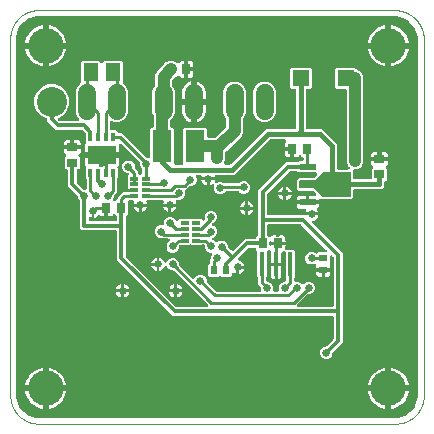
<source format=gbl>
G04 EAGLE Gerber RS-274X export*
G75*
%MOMM*%
%FSLAX35Y35*%
%LPD*%
%INcopper_bottom*%
%IPPOS*%
%AMOC8*
5,1,8,0,0,1.08239X$1,22.5*%
G01*
%ADD10C,0.000000*%
%ADD11R,0.700000X0.900000*%
%ADD12R,0.900000X0.700000*%
%ADD13R,1.400000X1.400000*%
%ADD14R,2.400000X1.500000*%
%ADD15R,0.350000X0.650000*%
%ADD16R,1.600000X2.700000*%
%ADD17R,1.300000X1.500000*%
%ADD18C,1.500000*%
%ADD19R,0.400000X2.000000*%
%ADD20R,0.700000X0.600000*%
%ADD21R,0.600000X0.700000*%
%ADD22C,2.540000*%
%ADD23R,0.650000X0.300000*%
%ADD24R,1.400000X0.570000*%
%ADD25R,1.400000X0.650000*%
%ADD26C,1.016000*%
%ADD27C,0.450000*%
%ADD28C,0.508000*%
%ADD29C,3.000000*%
%ADD30C,0.650000*%
%ADD31C,0.250000*%
%ADD32C,0.350000*%
%ADD33C,0.300000*%
%ADD34C,0.800000*%
%ADD35C,0.500000*%
%ADD36C,0.254000*%

G36*
X248748Y50051D02*
X248748Y50051D01*
X249009Y50018D01*
X257682Y50474D01*
X259647Y50048D01*
X260322Y50074D01*
X260732Y50000D01*
X3239268Y50000D01*
X3242398Y50399D01*
X3242555Y50461D01*
X3250990Y50018D01*
X3251388Y50047D01*
X3251646Y50000D01*
X3256605Y50000D01*
X3256797Y50025D01*
X3256929Y50004D01*
X3281112Y50632D01*
X3283651Y51023D01*
X3284020Y51053D01*
X3337009Y65239D01*
X3339930Y66433D01*
X3340303Y66712D01*
X3340582Y66829D01*
X3386594Y96695D01*
X3389003Y98733D01*
X3389272Y99113D01*
X3389501Y99311D01*
X3424032Y141933D01*
X3424698Y143010D01*
X3424996Y143375D01*
X3425206Y143831D01*
X3425693Y144617D01*
X3425830Y145060D01*
X3425988Y145319D01*
X3445658Y196527D01*
X3446268Y199019D01*
X3446382Y199375D01*
X3449892Y225997D01*
X3449897Y227063D01*
X3449999Y227631D01*
X3449999Y3270503D01*
X3449801Y3272059D01*
X3449802Y3272719D01*
X3444862Y3300145D01*
X3444091Y3302594D01*
X3444004Y3302956D01*
X3420258Y3357024D01*
X3418634Y3359730D01*
X3418303Y3360057D01*
X3418145Y3360314D01*
X3378853Y3404398D01*
X3376472Y3406471D01*
X3376056Y3406678D01*
X3375826Y3406875D01*
X3324834Y3436660D01*
X3321930Y3437895D01*
X3321469Y3437964D01*
X3321190Y3438079D01*
X3263491Y3450649D01*
X3260933Y3450874D01*
X3260566Y3450933D01*
X3238291Y3450462D01*
X3238199Y3450448D01*
X3238106Y3450457D01*
X3237785Y3450387D01*
X3235182Y3449999D01*
X3228117Y3449999D01*
X3227339Y3449900D01*
X3226873Y3449937D01*
X3220079Y3449258D01*
X3219387Y3449467D01*
X3216275Y3449989D01*
X3215976Y3449963D01*
X3215777Y3449999D01*
X260732Y3449999D01*
X257601Y3449601D01*
X257445Y3449538D01*
X249011Y3449982D01*
X248613Y3449953D01*
X248354Y3449999D01*
X243393Y3449999D01*
X243201Y3449975D01*
X243069Y3449995D01*
X218888Y3449368D01*
X216348Y3448977D01*
X215980Y3448946D01*
X162991Y3434761D01*
X160070Y3433566D01*
X159697Y3433288D01*
X159418Y3433171D01*
X113406Y3403305D01*
X110997Y3401266D01*
X110728Y3400887D01*
X110499Y3400689D01*
X75968Y3358066D01*
X75072Y3356618D01*
X74939Y3356455D01*
X74845Y3356253D01*
X74307Y3355383D01*
X74169Y3354939D01*
X74012Y3354680D01*
X54342Y3303473D01*
X53732Y3300981D01*
X53618Y3300625D01*
X50108Y3274003D01*
X50103Y3272937D01*
X50000Y3272369D01*
X50000Y227631D01*
X50135Y226574D01*
X50108Y225997D01*
X53618Y199375D01*
X54273Y196892D01*
X54342Y196527D01*
X74012Y145319D01*
X74250Y144878D01*
X74375Y144508D01*
X74778Y143896D01*
X75507Y142540D01*
X75823Y142198D01*
X75968Y141933D01*
X110499Y99311D01*
X112779Y97129D01*
X113185Y96902D01*
X113406Y96695D01*
X159418Y66829D01*
X162261Y65458D01*
X162717Y65368D01*
X162991Y65239D01*
X215980Y51053D01*
X218523Y50708D01*
X218888Y50632D01*
X243072Y50004D01*
X243265Y50024D01*
X243396Y50000D01*
X248353Y50000D01*
X248748Y50051D01*
G37*
%LPC*%
G36*
X2664557Y547499D02*
X2664557Y547499D01*
X2645261Y555492D01*
X2630492Y570261D01*
X2622499Y589557D01*
X2622499Y610443D01*
X2630492Y629739D01*
X2645261Y644508D01*
X2664557Y652500D01*
X2669289Y652500D01*
X2670377Y652639D01*
X2671470Y652692D01*
X2671935Y652837D01*
X2672420Y652899D01*
X2673438Y653305D01*
X2674483Y653631D01*
X2674793Y653846D01*
X2675351Y654068D01*
X2677895Y655935D01*
X2678018Y656085D01*
X2678128Y656161D01*
X2733838Y711872D01*
X2734509Y712739D01*
X2735245Y713550D01*
X2735472Y713982D01*
X2735770Y714368D01*
X2736202Y715373D01*
X2736712Y716344D01*
X2736779Y716717D01*
X2737016Y717268D01*
X2737495Y720387D01*
X2737476Y720580D01*
X2737499Y720711D01*
X2737499Y900000D01*
X2737341Y901248D01*
X2737247Y902499D01*
X2737142Y902808D01*
X2737101Y903131D01*
X2736635Y904298D01*
X2736231Y905487D01*
X2736052Y905759D01*
X2735931Y906062D01*
X2735188Y907075D01*
X2734498Y908125D01*
X2734257Y908344D01*
X2734065Y908606D01*
X2733092Y909400D01*
X2732161Y910245D01*
X2731872Y910397D01*
X2731620Y910602D01*
X2730481Y911127D01*
X2729367Y911712D01*
X2729110Y911758D01*
X2728753Y911923D01*
X2725648Y912483D01*
X2725256Y912453D01*
X2725000Y912499D01*
X1374467Y912499D01*
X902499Y1384467D01*
X902499Y1625000D01*
X902341Y1626248D01*
X902247Y1627499D01*
X902142Y1627808D01*
X902101Y1628131D01*
X901635Y1629298D01*
X901231Y1630487D01*
X901052Y1630759D01*
X900931Y1631062D01*
X900188Y1632075D01*
X899498Y1633125D01*
X899257Y1633344D01*
X899065Y1633606D01*
X898092Y1634400D01*
X897161Y1635245D01*
X896872Y1635397D01*
X896620Y1635602D01*
X895481Y1636127D01*
X894367Y1636712D01*
X894110Y1636758D01*
X893753Y1636923D01*
X890648Y1637483D01*
X890256Y1637453D01*
X890000Y1637499D01*
X609467Y1637499D01*
X587499Y1659467D01*
X587499Y1883076D01*
X587361Y1884164D01*
X587308Y1885257D01*
X587163Y1885722D01*
X587101Y1886207D01*
X586695Y1887225D01*
X586369Y1888270D01*
X586154Y1888580D01*
X585931Y1889138D01*
X584065Y1891682D01*
X583915Y1891805D01*
X583838Y1891914D01*
X580492Y1895261D01*
X572499Y1914557D01*
X572499Y1919289D01*
X572361Y1920377D01*
X572308Y1921470D01*
X572163Y1921936D01*
X572101Y1922420D01*
X571695Y1923438D01*
X571369Y1924483D01*
X571154Y1924794D01*
X570931Y1925351D01*
X569065Y1927896D01*
X568915Y1928018D01*
X568838Y1928128D01*
X487499Y2009467D01*
X487499Y2142500D01*
X487341Y2143748D01*
X487247Y2144999D01*
X487142Y2145308D01*
X487101Y2145631D01*
X486635Y2146798D01*
X486231Y2147987D01*
X486052Y2148259D01*
X485931Y2148562D01*
X485188Y2149575D01*
X484498Y2150625D01*
X484257Y2150844D01*
X484065Y2151106D01*
X483092Y2151900D01*
X482161Y2152745D01*
X481872Y2152897D01*
X481620Y2153102D01*
X480481Y2153627D01*
X479367Y2154212D01*
X479110Y2154258D01*
X478753Y2154423D01*
X475648Y2154983D01*
X475256Y2154953D01*
X475000Y2154999D01*
X471715Y2154999D01*
X459999Y2166715D01*
X459999Y2253284D01*
X469994Y2263278D01*
X470798Y2264317D01*
X471642Y2265315D01*
X471759Y2265559D01*
X471926Y2265774D01*
X472442Y2266977D01*
X473011Y2268158D01*
X473064Y2268425D01*
X473171Y2268673D01*
X473370Y2269969D01*
X473625Y2271253D01*
X473609Y2271523D01*
X473651Y2271793D01*
X473519Y2273098D01*
X473444Y2274404D01*
X473361Y2274663D01*
X473333Y2274933D01*
X472880Y2276161D01*
X472479Y2277409D01*
X472334Y2277638D01*
X472240Y2277893D01*
X471491Y2278971D01*
X470793Y2280077D01*
X470626Y2280217D01*
X470440Y2280485D01*
X468048Y2282544D01*
X467634Y2282748D01*
X467405Y2282942D01*
X464404Y2284674D01*
X459674Y2289404D01*
X456330Y2295196D01*
X454599Y2301655D01*
X454599Y2322500D01*
X519998Y2322500D01*
X521245Y2322659D01*
X522497Y2322753D01*
X522805Y2322857D01*
X523128Y2322898D01*
X524296Y2323364D01*
X525020Y2323611D01*
X525635Y2323288D01*
X525892Y2323241D01*
X526248Y2323077D01*
X529354Y2322517D01*
X529746Y2322546D01*
X530002Y2322500D01*
X595400Y2322500D01*
X595400Y2301655D01*
X593669Y2295196D01*
X590326Y2289404D01*
X585596Y2284674D01*
X582595Y2282942D01*
X581552Y2282149D01*
X580476Y2281401D01*
X580299Y2281196D01*
X580083Y2281031D01*
X579272Y2280002D01*
X578417Y2279009D01*
X578297Y2278766D01*
X578129Y2278553D01*
X577602Y2277353D01*
X577023Y2276178D01*
X576968Y2275913D01*
X576859Y2275664D01*
X576648Y2274369D01*
X576383Y2273088D01*
X576396Y2272817D01*
X576353Y2272549D01*
X576473Y2271243D01*
X576537Y2269936D01*
X576618Y2269677D01*
X576643Y2269407D01*
X577086Y2268174D01*
X577475Y2266923D01*
X577600Y2266743D01*
X577710Y2266437D01*
X579488Y2263829D01*
X579834Y2263526D01*
X580006Y2263278D01*
X590000Y2253284D01*
X590000Y2166715D01*
X578284Y2154999D01*
X575000Y2154999D01*
X573752Y2154841D01*
X572500Y2154747D01*
X572192Y2154642D01*
X571869Y2154601D01*
X570702Y2154135D01*
X569513Y2153731D01*
X569241Y2153552D01*
X568938Y2153431D01*
X567924Y2152688D01*
X566875Y2151998D01*
X566656Y2151757D01*
X566393Y2151565D01*
X565598Y2150591D01*
X564755Y2149661D01*
X564603Y2149372D01*
X564398Y2149120D01*
X563873Y2147981D01*
X563288Y2146867D01*
X563242Y2146610D01*
X563077Y2146253D01*
X562517Y2143148D01*
X562547Y2142756D01*
X562500Y2142500D01*
X562500Y2045711D01*
X562639Y2044623D01*
X562692Y2043530D01*
X562837Y2043064D01*
X562899Y2042580D01*
X563305Y2041562D01*
X563631Y2040517D01*
X563846Y2040206D01*
X564068Y2039649D01*
X565935Y2037104D01*
X566085Y2036982D01*
X566161Y2036872D01*
X621872Y1981161D01*
X622738Y1980490D01*
X623550Y1979755D01*
X623982Y1979528D01*
X624367Y1979229D01*
X625373Y1978797D01*
X626344Y1978288D01*
X626716Y1978221D01*
X627267Y1977984D01*
X630386Y1977504D01*
X630579Y1977524D01*
X630710Y1977500D01*
X632500Y1977500D01*
X633748Y1977659D01*
X634999Y1977753D01*
X635308Y1977858D01*
X635631Y1977899D01*
X636798Y1978365D01*
X637987Y1978769D01*
X638259Y1978948D01*
X638562Y1979068D01*
X639575Y1979812D01*
X640625Y1980501D01*
X640844Y1980743D01*
X641106Y1980935D01*
X641900Y1981908D01*
X642745Y1982839D01*
X642897Y1983128D01*
X643102Y1983380D01*
X643627Y1984519D01*
X644212Y1985633D01*
X644258Y1985889D01*
X644423Y1986246D01*
X644983Y1989352D01*
X644953Y1989743D01*
X644999Y1990000D01*
X644999Y2069038D01*
X644861Y2070126D01*
X644808Y2071219D01*
X644663Y2071684D01*
X644601Y2072168D01*
X644195Y2073187D01*
X643869Y2074232D01*
X643654Y2074542D01*
X643431Y2075099D01*
X641565Y2077644D01*
X641415Y2077767D01*
X641338Y2077876D01*
X639999Y2079215D01*
X639999Y2160784D01*
X640308Y2161093D01*
X641078Y2162087D01*
X641897Y2163039D01*
X642041Y2163331D01*
X642240Y2163588D01*
X642736Y2164742D01*
X643291Y2165870D01*
X643357Y2166189D01*
X643486Y2166488D01*
X643677Y2167731D01*
X643932Y2168961D01*
X643916Y2169285D01*
X643965Y2169607D01*
X643839Y2170860D01*
X643778Y2172113D01*
X643681Y2172423D01*
X643648Y2172747D01*
X643213Y2173926D01*
X642839Y2175126D01*
X642691Y2175339D01*
X642555Y2175708D01*
X640755Y2178300D01*
X640457Y2178557D01*
X640308Y2178770D01*
X634674Y2184404D01*
X631330Y2190196D01*
X629599Y2196655D01*
X629599Y2250001D01*
X750001Y2250001D01*
X750001Y2185000D01*
X750160Y2183752D01*
X750253Y2182500D01*
X750358Y2182192D01*
X750399Y2181869D01*
X750865Y2180702D01*
X751270Y2179513D01*
X751448Y2179241D01*
X751569Y2178938D01*
X752313Y2177924D01*
X753002Y2176875D01*
X753243Y2176656D01*
X753436Y2176393D01*
X754408Y2175599D01*
X755340Y2174755D01*
X755629Y2174603D01*
X755880Y2174398D01*
X757019Y2173873D01*
X758134Y2173288D01*
X758390Y2173242D01*
X758747Y2173077D01*
X761853Y2172517D01*
X762244Y2172547D01*
X762500Y2172500D01*
X770492Y2172500D01*
X771525Y2172632D01*
X772566Y2172674D01*
X772956Y2172814D01*
X773622Y2172899D01*
X776553Y2174068D01*
X776657Y2174145D01*
X776741Y2174175D01*
X780196Y2176169D01*
X786655Y2177900D01*
X787499Y2177900D01*
X788747Y2178059D01*
X789998Y2178153D01*
X790307Y2178258D01*
X790630Y2178299D01*
X791797Y2178765D01*
X792986Y2179169D01*
X793258Y2179348D01*
X793561Y2179468D01*
X794574Y2180212D01*
X795624Y2180901D01*
X795843Y2181143D01*
X796105Y2181335D01*
X796899Y2182308D01*
X797744Y2183239D01*
X797896Y2183528D01*
X798101Y2183780D01*
X798626Y2184919D01*
X799211Y2186033D01*
X799257Y2186289D01*
X799422Y2186646D01*
X799982Y2189752D01*
X799952Y2190143D01*
X799998Y2190400D01*
X799998Y2250001D01*
X920400Y2250001D01*
X920400Y2196655D01*
X918669Y2190196D01*
X915326Y2184404D01*
X909692Y2178770D01*
X908922Y2177776D01*
X908102Y2176824D01*
X907958Y2176532D01*
X907759Y2176275D01*
X907263Y2175119D01*
X906708Y2173993D01*
X906643Y2173674D01*
X906514Y2173375D01*
X906323Y2172131D01*
X906068Y2170902D01*
X906084Y2170578D01*
X906034Y2170256D01*
X906161Y2169003D01*
X906222Y2167750D01*
X906319Y2167440D01*
X906352Y2167116D01*
X906788Y2165936D01*
X907161Y2164737D01*
X907309Y2164524D01*
X907445Y2164156D01*
X909245Y2161563D01*
X909543Y2161307D01*
X909692Y2161093D01*
X910000Y2160784D01*
X910000Y2079216D01*
X908662Y2077877D01*
X907990Y2077010D01*
X907255Y2076199D01*
X907028Y2075768D01*
X906729Y2075382D01*
X906297Y2074374D01*
X905788Y2073405D01*
X905721Y2073033D01*
X905484Y2072482D01*
X905004Y2069363D01*
X905024Y2069169D01*
X905000Y2069038D01*
X905000Y1959038D01*
X881161Y1935199D01*
X880490Y1934332D01*
X879755Y1933521D01*
X879528Y1933089D01*
X879229Y1932703D01*
X878798Y1931698D01*
X878288Y1930727D01*
X878221Y1930354D01*
X877984Y1929803D01*
X877504Y1926684D01*
X877524Y1926491D01*
X877500Y1926360D01*
X877500Y1914557D01*
X870596Y1897889D01*
X870409Y1897204D01*
X870128Y1896549D01*
X869995Y1895685D01*
X869766Y1894844D01*
X869757Y1894134D01*
X869649Y1893429D01*
X869737Y1892560D01*
X869725Y1891689D01*
X869894Y1890998D01*
X869966Y1890290D01*
X870268Y1889470D01*
X870476Y1888623D01*
X870813Y1887998D01*
X871059Y1887329D01*
X871558Y1886612D01*
X871971Y1885844D01*
X872454Y1885321D01*
X872860Y1884737D01*
X873521Y1884168D01*
X874114Y1883527D01*
X874713Y1883143D01*
X875252Y1882678D01*
X876034Y1882293D01*
X876768Y1881821D01*
X877444Y1881599D01*
X878083Y1881284D01*
X878937Y1881108D01*
X879766Y1880834D01*
X880477Y1880788D01*
X881173Y1880644D01*
X882043Y1880687D01*
X882916Y1880630D01*
X883616Y1880763D01*
X884325Y1880798D01*
X885158Y1881058D01*
X886016Y1881221D01*
X886659Y1881525D01*
X887338Y1881737D01*
X887831Y1882079D01*
X888869Y1882569D01*
X890529Y1883953D01*
X890983Y1884268D01*
X896925Y1890210D01*
X897499Y1890253D01*
X897808Y1890358D01*
X898131Y1890399D01*
X899298Y1890865D01*
X900487Y1891269D01*
X900759Y1891448D01*
X901062Y1891568D01*
X902075Y1892312D01*
X903125Y1893001D01*
X903344Y1893243D01*
X903606Y1893435D01*
X904400Y1894408D01*
X905245Y1895339D01*
X905397Y1895628D01*
X905602Y1895880D01*
X906127Y1897019D01*
X906712Y1898133D01*
X906758Y1898389D01*
X906923Y1898746D01*
X907483Y1901852D01*
X907453Y1902243D01*
X907499Y1902500D01*
X907499Y1913462D01*
X951538Y1957500D01*
X979600Y1957500D01*
X980848Y1957659D01*
X982099Y1957753D01*
X982408Y1957858D01*
X982731Y1957899D01*
X983898Y1958365D01*
X985087Y1958769D01*
X985359Y1958948D01*
X985662Y1959068D01*
X986675Y1959812D01*
X987725Y1960501D01*
X987944Y1960743D01*
X988206Y1960935D01*
X989000Y1961908D01*
X989536Y1962499D01*
X1049997Y1962499D01*
X1051244Y1962658D01*
X1052496Y1962751D01*
X1052804Y1962856D01*
X1053127Y1962897D01*
X1054295Y1963363D01*
X1055483Y1963768D01*
X1055755Y1963946D01*
X1056058Y1964067D01*
X1057072Y1964810D01*
X1058122Y1965500D01*
X1058340Y1965741D01*
X1058603Y1965933D01*
X1059397Y1966906D01*
X1060242Y1967838D01*
X1060393Y1968127D01*
X1060599Y1968378D01*
X1061123Y1969517D01*
X1061708Y1970632D01*
X1061755Y1970888D01*
X1061919Y1971245D01*
X1062479Y1974350D01*
X1062479Y1974353D01*
X1062450Y1974743D01*
X1062496Y1974998D01*
X1062496Y1975001D01*
X1062337Y1976249D01*
X1062243Y1977501D01*
X1062139Y1977809D01*
X1062098Y1978132D01*
X1061632Y1979299D01*
X1061227Y1980488D01*
X1061049Y1980760D01*
X1060928Y1981063D01*
X1060184Y1982077D01*
X1059495Y1983126D01*
X1059254Y1983345D01*
X1059061Y1983608D01*
X1058089Y1984402D01*
X1057157Y1985246D01*
X1056868Y1985398D01*
X1056617Y1985603D01*
X1055478Y1986128D01*
X1054363Y1986713D01*
X1054107Y1986759D01*
X1053750Y1986924D01*
X1050644Y1987484D01*
X1050253Y1987454D01*
X1049997Y1987501D01*
X992099Y1987501D01*
X992099Y1993344D01*
X993830Y1999803D01*
X995825Y2003258D01*
X996227Y2004218D01*
X996712Y2005142D01*
X996786Y2005550D01*
X997045Y2006169D01*
X997498Y2009292D01*
X997483Y2009420D01*
X997499Y2009508D01*
X997499Y2098284D01*
X1000377Y2101161D01*
X1001246Y2102284D01*
X1002141Y2103380D01*
X1002208Y2103528D01*
X1002309Y2103657D01*
X1002869Y2104961D01*
X1003461Y2106247D01*
X1003490Y2106407D01*
X1003554Y2106557D01*
X1003770Y2107960D01*
X1004021Y2109352D01*
X1004009Y2109514D01*
X1004034Y2109676D01*
X1003891Y2111092D01*
X1003785Y2112499D01*
X1003733Y2112653D01*
X1003717Y2112816D01*
X1003225Y2114145D01*
X1002769Y2115487D01*
X1002679Y2115623D01*
X1002623Y2115776D01*
X1001817Y2116936D01*
X1001037Y2118125D01*
X1000916Y2118235D01*
X1000823Y2118368D01*
X999754Y2119288D01*
X998699Y2120245D01*
X998554Y2120321D01*
X998431Y2120427D01*
X997166Y2121050D01*
X995905Y2121712D01*
X995773Y2121736D01*
X995600Y2121821D01*
X992510Y2122462D01*
X991910Y2122432D01*
X991538Y2122499D01*
X989557Y2122499D01*
X970261Y2130492D01*
X955492Y2145261D01*
X947499Y2164557D01*
X947499Y2185443D01*
X955492Y2204739D01*
X970261Y2219508D01*
X989557Y2227500D01*
X1010443Y2227500D01*
X1029739Y2219508D01*
X1044508Y2204739D01*
X1052500Y2185443D01*
X1052500Y2173639D01*
X1052639Y2172552D01*
X1052692Y2171458D01*
X1052837Y2170993D01*
X1052899Y2170509D01*
X1053305Y2169491D01*
X1053631Y2168445D01*
X1053846Y2168135D01*
X1054068Y2167578D01*
X1055935Y2165033D01*
X1056085Y2164911D01*
X1056161Y2164801D01*
X1082500Y2138462D01*
X1082500Y2122500D01*
X1082659Y2121252D01*
X1082753Y2120000D01*
X1082858Y2119692D01*
X1082899Y2119369D01*
X1083365Y2118202D01*
X1083769Y2117013D01*
X1083948Y2116741D01*
X1084068Y2116438D01*
X1084812Y2115424D01*
X1085501Y2114375D01*
X1085743Y2114156D01*
X1085935Y2113893D01*
X1086908Y2113099D01*
X1087839Y2112255D01*
X1088128Y2112103D01*
X1088380Y2111898D01*
X1089321Y2111464D01*
X1091162Y2109623D01*
X1092156Y2108853D01*
X1093108Y2108034D01*
X1093400Y2107890D01*
X1093657Y2107691D01*
X1094811Y2107196D01*
X1095939Y2106640D01*
X1096258Y2106574D01*
X1096557Y2106446D01*
X1097799Y2106255D01*
X1099029Y2106000D01*
X1099353Y2106016D01*
X1099676Y2105966D01*
X1100929Y2106093D01*
X1102181Y2106154D01*
X1102491Y2106251D01*
X1102816Y2106283D01*
X1103995Y2106719D01*
X1105194Y2107093D01*
X1105408Y2107241D01*
X1105776Y2107377D01*
X1108368Y2109177D01*
X1108625Y2109475D01*
X1108839Y2109623D01*
X1110483Y2111268D01*
X1110487Y2111269D01*
X1110759Y2111448D01*
X1111062Y2111568D01*
X1112075Y2112312D01*
X1113125Y2113001D01*
X1113344Y2113243D01*
X1113606Y2113435D01*
X1114400Y2114408D01*
X1115245Y2115339D01*
X1115397Y2115628D01*
X1115602Y2115880D01*
X1116127Y2117019D01*
X1116712Y2118133D01*
X1116758Y2118389D01*
X1116923Y2118746D01*
X1117483Y2121852D01*
X1117453Y2122243D01*
X1117499Y2122500D01*
X1117499Y2153076D01*
X1117361Y2154164D01*
X1117308Y2155257D01*
X1117163Y2155722D01*
X1117101Y2156207D01*
X1116695Y2157225D01*
X1116369Y2158270D01*
X1116154Y2158580D01*
X1115931Y2159138D01*
X1114065Y2161682D01*
X1113915Y2161805D01*
X1113838Y2161914D01*
X1105492Y2170261D01*
X1097499Y2189557D01*
X1097499Y2206360D01*
X1097361Y2207448D01*
X1097308Y2208541D01*
X1097163Y2209007D01*
X1097101Y2209491D01*
X1096695Y2210509D01*
X1096369Y2211554D01*
X1096154Y2211865D01*
X1095931Y2212422D01*
X1094065Y2214967D01*
X1093915Y2215089D01*
X1093838Y2215199D01*
X940468Y2368570D01*
X939299Y2369475D01*
X938157Y2370391D01*
X938058Y2370435D01*
X937972Y2370502D01*
X936619Y2371083D01*
X935279Y2371686D01*
X935172Y2371704D01*
X935072Y2371747D01*
X933619Y2371971D01*
X932169Y2372219D01*
X932061Y2372210D01*
X931953Y2372227D01*
X930490Y2372079D01*
X929024Y2371957D01*
X928921Y2371921D01*
X928813Y2371910D01*
X927435Y2371401D01*
X926045Y2370914D01*
X925954Y2370854D01*
X925853Y2370816D01*
X924647Y2369979D01*
X923422Y2369159D01*
X923350Y2369078D01*
X923261Y2369016D01*
X922301Y2367902D01*
X921323Y2366803D01*
X921273Y2366707D01*
X921202Y2366624D01*
X920553Y2365307D01*
X919880Y2363997D01*
X919856Y2363890D01*
X919808Y2363793D01*
X919509Y2362350D01*
X919186Y2360918D01*
X919194Y2360829D01*
X919168Y2360703D01*
X919322Y2357551D01*
X919521Y2356910D01*
X919556Y2356496D01*
X920400Y2353344D01*
X920400Y2299998D01*
X787501Y2299998D01*
X786253Y2299840D01*
X785002Y2299746D01*
X784693Y2299641D01*
X784370Y2299600D01*
X783203Y2299134D01*
X782014Y2298730D01*
X781742Y2298551D01*
X781439Y2298430D01*
X780426Y2297687D01*
X779376Y2296998D01*
X779157Y2296756D01*
X778895Y2296564D01*
X778101Y2295591D01*
X777256Y2294660D01*
X777104Y2294371D01*
X776899Y2294119D01*
X776374Y2292980D01*
X775789Y2291866D01*
X775743Y2291609D01*
X775578Y2291253D01*
X775018Y2288147D01*
X775024Y2288069D01*
X775018Y2288036D01*
X775042Y2287723D01*
X775002Y2287499D01*
X775002Y2274998D01*
X774998Y2274998D01*
X774998Y2287499D01*
X774839Y2288747D01*
X774746Y2289998D01*
X774641Y2290307D01*
X774600Y2290630D01*
X774134Y2291797D01*
X773729Y2292986D01*
X773551Y2293258D01*
X773430Y2293561D01*
X772687Y2294574D01*
X771997Y2295624D01*
X771756Y2295843D01*
X771563Y2296105D01*
X770591Y2296899D01*
X769659Y2297744D01*
X769370Y2297896D01*
X769119Y2298101D01*
X767980Y2298626D01*
X766865Y2299211D01*
X766609Y2299257D01*
X766252Y2299422D01*
X763147Y2299982D01*
X762755Y2299952D01*
X762499Y2299998D01*
X629599Y2299998D01*
X629599Y2353344D01*
X631330Y2359804D01*
X634674Y2365596D01*
X640308Y2371229D01*
X641078Y2372223D01*
X641898Y2373176D01*
X642041Y2373468D01*
X642240Y2373725D01*
X642736Y2374880D01*
X643291Y2376007D01*
X643357Y2376326D01*
X643486Y2376625D01*
X643677Y2377868D01*
X643932Y2379098D01*
X643916Y2379421D01*
X643965Y2379744D01*
X643839Y2380997D01*
X643778Y2382250D01*
X643681Y2382560D01*
X643648Y2382884D01*
X643212Y2384064D01*
X642839Y2385263D01*
X642691Y2385476D01*
X642555Y2385844D01*
X640755Y2388436D01*
X640457Y2388693D01*
X640308Y2388907D01*
X639999Y2389216D01*
X639999Y2451789D01*
X639861Y2452877D01*
X639808Y2453970D01*
X639663Y2454436D01*
X639601Y2454920D01*
X639195Y2455938D01*
X638869Y2456983D01*
X638654Y2457294D01*
X638431Y2457851D01*
X636565Y2460396D01*
X636415Y2460518D01*
X636338Y2460628D01*
X613128Y2483838D01*
X612261Y2484509D01*
X611450Y2485245D01*
X611018Y2485472D01*
X610633Y2485770D01*
X609627Y2486202D01*
X608656Y2486712D01*
X608283Y2486779D01*
X607733Y2487016D01*
X604613Y2487495D01*
X604420Y2487476D01*
X604289Y2487499D01*
X384467Y2487499D01*
X312499Y2559467D01*
X312499Y2573069D01*
X312451Y2573453D01*
X312476Y2573841D01*
X312252Y2575016D01*
X312101Y2576200D01*
X311957Y2576559D01*
X311885Y2576941D01*
X311374Y2578021D01*
X310931Y2579131D01*
X310702Y2579443D01*
X310536Y2579794D01*
X309773Y2580711D01*
X309065Y2581675D01*
X308764Y2581921D01*
X308516Y2582218D01*
X307969Y2582570D01*
X306620Y2583671D01*
X305331Y2584265D01*
X304783Y2584617D01*
X266731Y2600379D01*
X225379Y2641731D01*
X202999Y2695759D01*
X202999Y2754240D01*
X225379Y2808269D01*
X266731Y2849621D01*
X320759Y2872000D01*
X379240Y2872000D01*
X433269Y2849621D01*
X474621Y2808269D01*
X497000Y2754240D01*
X497000Y2695759D01*
X474621Y2641731D01*
X433269Y2600379D01*
X411226Y2591248D01*
X410749Y2590976D01*
X410233Y2590785D01*
X409384Y2590196D01*
X408486Y2589683D01*
X408093Y2589299D01*
X407641Y2588985D01*
X406966Y2588201D01*
X406226Y2587480D01*
X405941Y2587010D01*
X405582Y2586593D01*
X405125Y2585665D01*
X404589Y2584782D01*
X404431Y2584255D01*
X404188Y2583762D01*
X403979Y2582750D01*
X403681Y2581759D01*
X403659Y2581209D01*
X403548Y2580671D01*
X403598Y2579639D01*
X403558Y2578606D01*
X403675Y2578069D01*
X403702Y2577519D01*
X404009Y2576533D01*
X404229Y2575522D01*
X404477Y2575032D01*
X404640Y2574506D01*
X405012Y2573971D01*
X405651Y2572705D01*
X406800Y2571397D01*
X407171Y2570862D01*
X411873Y2566161D01*
X412739Y2565490D01*
X413550Y2564755D01*
X413982Y2564528D01*
X414368Y2564229D01*
X415374Y2563797D01*
X416344Y2563288D01*
X416716Y2563221D01*
X417268Y2562984D01*
X420387Y2562504D01*
X420580Y2562524D01*
X420711Y2562500D01*
X570973Y2562500D01*
X572373Y2562679D01*
X573788Y2562822D01*
X573942Y2562878D01*
X574103Y2562899D01*
X575417Y2563423D01*
X576749Y2563915D01*
X576883Y2564008D01*
X577034Y2564068D01*
X578181Y2564909D01*
X579341Y2565715D01*
X579447Y2565838D01*
X579579Y2565935D01*
X580477Y2567035D01*
X581400Y2568107D01*
X581472Y2568254D01*
X581575Y2568380D01*
X582166Y2569664D01*
X582794Y2570938D01*
X582827Y2571098D01*
X582895Y2571246D01*
X583146Y2572639D01*
X583434Y2574029D01*
X583426Y2574192D01*
X583455Y2574352D01*
X583349Y2575765D01*
X583280Y2577181D01*
X583232Y2577336D01*
X583219Y2577499D01*
X582763Y2578842D01*
X582342Y2580194D01*
X582265Y2580303D01*
X582203Y2580487D01*
X580471Y2583125D01*
X580027Y2583528D01*
X579811Y2583838D01*
X567462Y2596187D01*
X552999Y2631103D01*
X552999Y2818897D01*
X567462Y2853813D01*
X591344Y2877694D01*
X592072Y2878635D01*
X592745Y2879377D01*
X592892Y2879656D01*
X593137Y2879959D01*
X593193Y2880083D01*
X593276Y2880190D01*
X593743Y2881279D01*
X594212Y2882171D01*
X594257Y2882420D01*
X594444Y2882831D01*
X594468Y2882965D01*
X594521Y2883089D01*
X594740Y2884516D01*
X594991Y2885939D01*
X594980Y2886074D01*
X595001Y2886209D01*
X594979Y2886424D01*
X594999Y2886538D01*
X594999Y3058284D01*
X606715Y3070000D01*
X753284Y3070000D01*
X766161Y3057123D01*
X767154Y3056354D01*
X768107Y3055534D01*
X768399Y3055390D01*
X768657Y3055191D01*
X769810Y3054696D01*
X770938Y3054140D01*
X771258Y3054074D01*
X771556Y3053946D01*
X772798Y3053755D01*
X774028Y3053500D01*
X774353Y3053516D01*
X774676Y3053466D01*
X775929Y3053593D01*
X777181Y3053654D01*
X777491Y3053751D01*
X777815Y3053783D01*
X778995Y3054219D01*
X780194Y3054593D01*
X780407Y3054741D01*
X780776Y3054877D01*
X783368Y3056677D01*
X783625Y3056975D01*
X783838Y3057123D01*
X796715Y3070000D01*
X943284Y3070000D01*
X955000Y3058284D01*
X955000Y2886538D01*
X955130Y2885521D01*
X955187Y2884352D01*
X955227Y2884223D01*
X955237Y2884087D01*
X955358Y2883724D01*
X955399Y2883407D01*
X955774Y2882468D01*
X956125Y2881339D01*
X956189Y2881247D01*
X956240Y2881095D01*
X956451Y2880771D01*
X956568Y2880476D01*
X957222Y2879586D01*
X957961Y2878449D01*
X958248Y2878187D01*
X958435Y2877932D01*
X958565Y2877826D01*
X958656Y2877694D01*
X982538Y2853813D01*
X997000Y2818897D01*
X997000Y2631103D01*
X982538Y2596187D01*
X955813Y2569462D01*
X920897Y2554999D01*
X883103Y2554999D01*
X857283Y2565694D01*
X856753Y2565839D01*
X856253Y2566069D01*
X855235Y2566253D01*
X854238Y2566524D01*
X853688Y2566532D01*
X853148Y2566629D01*
X852117Y2566552D01*
X851083Y2566565D01*
X850548Y2566434D01*
X850000Y2566393D01*
X849022Y2566061D01*
X848018Y2565815D01*
X847533Y2565554D01*
X847013Y2565377D01*
X846149Y2564810D01*
X845238Y2564320D01*
X844835Y2563947D01*
X844375Y2563645D01*
X843679Y2562878D01*
X842921Y2562177D01*
X842624Y2561715D01*
X842255Y2561307D01*
X841773Y2560390D01*
X841215Y2559522D01*
X841044Y2559000D01*
X840788Y2558513D01*
X840672Y2557873D01*
X840228Y2556524D01*
X840116Y2554786D01*
X840000Y2554147D01*
X840000Y2495000D01*
X840159Y2493752D01*
X840253Y2492500D01*
X840358Y2492192D01*
X840399Y2491869D01*
X840865Y2490702D01*
X841269Y2489513D01*
X841448Y2489241D01*
X841568Y2488938D01*
X842312Y2487924D01*
X843001Y2486875D01*
X843243Y2486656D01*
X843435Y2486393D01*
X844408Y2485599D01*
X845339Y2484755D01*
X845628Y2484603D01*
X845880Y2484398D01*
X847019Y2483873D01*
X848133Y2483288D01*
X848389Y2483242D01*
X848746Y2483077D01*
X851852Y2482517D01*
X852243Y2482547D01*
X852500Y2482500D01*
X898284Y2482500D01*
X911268Y2469517D01*
X911269Y2469513D01*
X911448Y2469241D01*
X911568Y2468938D01*
X912312Y2467924D01*
X913001Y2466875D01*
X913243Y2466656D01*
X913435Y2466393D01*
X914408Y2465599D01*
X915339Y2464755D01*
X915628Y2464603D01*
X915880Y2464398D01*
X917019Y2463873D01*
X918133Y2463288D01*
X918389Y2463242D01*
X918746Y2463077D01*
X921852Y2462517D01*
X922243Y2462547D01*
X922500Y2462500D01*
X938462Y2462500D01*
X1144801Y2256161D01*
X1145668Y2255490D01*
X1146479Y2254755D01*
X1146911Y2254528D01*
X1147296Y2254229D01*
X1148302Y2253798D01*
X1149273Y2253288D01*
X1149645Y2253221D01*
X1150196Y2252984D01*
X1153315Y2252504D01*
X1153508Y2252524D01*
X1153639Y2252500D01*
X1160443Y2252500D01*
X1167717Y2249488D01*
X1168247Y2249343D01*
X1168747Y2249113D01*
X1169764Y2248929D01*
X1170761Y2248658D01*
X1171311Y2248650D01*
X1171852Y2248553D01*
X1172883Y2248630D01*
X1173917Y2248617D01*
X1174451Y2248748D01*
X1174999Y2248788D01*
X1175978Y2249121D01*
X1176982Y2249367D01*
X1177467Y2249628D01*
X1177987Y2249805D01*
X1178851Y2250372D01*
X1179762Y2250862D01*
X1180165Y2251235D01*
X1180625Y2251537D01*
X1181320Y2252304D01*
X1182078Y2253005D01*
X1182375Y2253467D01*
X1182745Y2253875D01*
X1183226Y2254790D01*
X1183784Y2255660D01*
X1183956Y2256182D01*
X1184212Y2256669D01*
X1184328Y2257309D01*
X1184771Y2258658D01*
X1184884Y2260396D01*
X1184999Y2261035D01*
X1184999Y2493284D01*
X1196715Y2505000D01*
X1201700Y2505000D01*
X1202948Y2505159D01*
X1204199Y2505253D01*
X1204508Y2505358D01*
X1204831Y2505399D01*
X1205998Y2505865D01*
X1207187Y2506269D01*
X1207459Y2506448D01*
X1207762Y2506568D01*
X1208775Y2507312D01*
X1209825Y2508001D01*
X1210044Y2508243D01*
X1210306Y2508435D01*
X1211100Y2509408D01*
X1211945Y2510339D01*
X1212097Y2510628D01*
X1212302Y2510880D01*
X1212827Y2512019D01*
X1213412Y2513133D01*
X1213458Y2513389D01*
X1213623Y2513746D01*
X1214183Y2516852D01*
X1214153Y2517243D01*
X1214199Y2517500D01*
X1214199Y2601578D01*
X1214171Y2601802D01*
X1214191Y2602026D01*
X1214073Y2602567D01*
X1213801Y2604708D01*
X1213376Y2605774D01*
X1213248Y2606361D01*
X1202999Y2631103D01*
X1202999Y2818897D01*
X1217463Y2853813D01*
X1223538Y2859889D01*
X1224208Y2860754D01*
X1224945Y2861567D01*
X1225172Y2861999D01*
X1225470Y2862384D01*
X1225903Y2863391D01*
X1226412Y2864361D01*
X1226479Y2864733D01*
X1226716Y2865284D01*
X1227195Y2868403D01*
X1227176Y2868597D01*
X1227199Y2868728D01*
X1227199Y2952083D01*
X1237978Y2978105D01*
X1301338Y3041465D01*
X1302009Y3042332D01*
X1302745Y3043143D01*
X1302972Y3043575D01*
X1303270Y3043961D01*
X1303703Y3044967D01*
X1304212Y3045937D01*
X1304279Y3046309D01*
X1304516Y3046860D01*
X1304995Y3049980D01*
X1304976Y3050173D01*
X1304999Y3050304D01*
X1304999Y3053284D01*
X1316715Y3065000D01*
X1329428Y3065000D01*
X1329652Y3065029D01*
X1329876Y3065008D01*
X1330417Y3065126D01*
X1332558Y3065399D01*
X1333624Y3065824D01*
X1334211Y3065952D01*
X1345917Y3070800D01*
X1374083Y3070800D01*
X1385788Y3065952D01*
X1386006Y3065893D01*
X1386205Y3065788D01*
X1386752Y3065689D01*
X1388833Y3065122D01*
X1389980Y3065107D01*
X1390572Y3065000D01*
X1403284Y3065000D01*
X1413278Y3055006D01*
X1414317Y3054202D01*
X1415315Y3053358D01*
X1415559Y3053241D01*
X1415774Y3053074D01*
X1416977Y3052558D01*
X1418158Y3051988D01*
X1418425Y3051936D01*
X1418673Y3051829D01*
X1419969Y3051629D01*
X1421253Y3051375D01*
X1421523Y3051391D01*
X1421793Y3051349D01*
X1423098Y3051481D01*
X1424404Y3051556D01*
X1424663Y3051639D01*
X1424933Y3051666D01*
X1426161Y3052120D01*
X1427409Y3052521D01*
X1427638Y3052666D01*
X1427893Y3052760D01*
X1428971Y3053508D01*
X1430077Y3054207D01*
X1430217Y3054373D01*
X1430485Y3054560D01*
X1432544Y3056952D01*
X1432748Y3057366D01*
X1432942Y3057595D01*
X1434674Y3060596D01*
X1439404Y3065326D01*
X1445196Y3068669D01*
X1451655Y3070400D01*
X1472500Y3070400D01*
X1472500Y3005002D01*
X1472659Y3003754D01*
X1472753Y3002503D01*
X1472857Y3002194D01*
X1472898Y3001871D01*
X1473364Y3000704D01*
X1473611Y2999980D01*
X1473288Y2999364D01*
X1473241Y2999108D01*
X1473077Y2998751D01*
X1472517Y2995646D01*
X1472546Y2995254D01*
X1472500Y2994998D01*
X1472500Y2929599D01*
X1451655Y2929599D01*
X1445196Y2931330D01*
X1439404Y2934674D01*
X1434674Y2939404D01*
X1432942Y2942405D01*
X1432149Y2943448D01*
X1431401Y2944524D01*
X1431196Y2944701D01*
X1431031Y2944917D01*
X1430002Y2945728D01*
X1429009Y2946583D01*
X1428766Y2946703D01*
X1428553Y2946870D01*
X1427353Y2947398D01*
X1426178Y2947977D01*
X1425913Y2948032D01*
X1425664Y2948141D01*
X1424369Y2948351D01*
X1423088Y2948617D01*
X1422817Y2948604D01*
X1422549Y2948647D01*
X1421244Y2948527D01*
X1419936Y2948463D01*
X1419677Y2948382D01*
X1419407Y2948357D01*
X1418174Y2947914D01*
X1416923Y2947524D01*
X1416743Y2947400D01*
X1416437Y2947289D01*
X1413829Y2945512D01*
X1413526Y2945165D01*
X1413278Y2944994D01*
X1403284Y2934999D01*
X1400304Y2934999D01*
X1399216Y2934861D01*
X1398123Y2934808D01*
X1397658Y2934663D01*
X1397173Y2934601D01*
X1396155Y2934195D01*
X1395110Y2933869D01*
X1394799Y2933654D01*
X1394242Y2933431D01*
X1391698Y2931565D01*
X1391575Y2931415D01*
X1391465Y2931338D01*
X1372461Y2912334D01*
X1371791Y2911468D01*
X1371055Y2910656D01*
X1370828Y2910224D01*
X1370529Y2909838D01*
X1370098Y2908833D01*
X1369588Y2907862D01*
X1369521Y2907491D01*
X1369284Y2906939D01*
X1368804Y2903820D01*
X1368824Y2903627D01*
X1368800Y2903496D01*
X1368800Y2868728D01*
X1368939Y2867640D01*
X1368992Y2866546D01*
X1369137Y2866081D01*
X1369199Y2865597D01*
X1369605Y2864580D01*
X1369931Y2863533D01*
X1370146Y2863223D01*
X1370368Y2862666D01*
X1372235Y2860121D01*
X1372386Y2859998D01*
X1372462Y2859889D01*
X1378537Y2853813D01*
X1393000Y2818897D01*
X1393000Y2631103D01*
X1378538Y2596187D01*
X1359461Y2577111D01*
X1358790Y2576244D01*
X1358055Y2575433D01*
X1357828Y2575001D01*
X1357529Y2574615D01*
X1357097Y2573609D01*
X1356588Y2572639D01*
X1356521Y2572267D01*
X1356284Y2571716D01*
X1355804Y2568596D01*
X1355824Y2568403D01*
X1355800Y2568272D01*
X1355800Y2517500D01*
X1355959Y2516252D01*
X1356053Y2515000D01*
X1356158Y2514692D01*
X1356199Y2514369D01*
X1356665Y2513202D01*
X1357069Y2512013D01*
X1357248Y2511741D01*
X1357368Y2511438D01*
X1358112Y2510424D01*
X1358801Y2509375D01*
X1359043Y2509156D01*
X1359235Y2508893D01*
X1360208Y2508099D01*
X1361139Y2507255D01*
X1361428Y2507103D01*
X1361680Y2506898D01*
X1362819Y2506373D01*
X1363933Y2505788D01*
X1364189Y2505742D01*
X1364546Y2505577D01*
X1367652Y2505017D01*
X1368043Y2505047D01*
X1368300Y2505000D01*
X1373284Y2505000D01*
X1385000Y2493284D01*
X1385000Y2205000D01*
X1385159Y2203752D01*
X1385253Y2202500D01*
X1385358Y2202192D01*
X1385399Y2201869D01*
X1385865Y2200702D01*
X1386269Y2199513D01*
X1386448Y2199241D01*
X1386568Y2198938D01*
X1387312Y2197924D01*
X1388001Y2196875D01*
X1388243Y2196656D01*
X1388435Y2196393D01*
X1389408Y2195599D01*
X1390339Y2194755D01*
X1390628Y2194603D01*
X1390880Y2194398D01*
X1392019Y2193873D01*
X1393133Y2193288D01*
X1393389Y2193242D01*
X1393746Y2193077D01*
X1396852Y2192517D01*
X1397243Y2192547D01*
X1397500Y2192500D01*
X1452500Y2192500D01*
X1453748Y2192659D01*
X1454999Y2192753D01*
X1455308Y2192858D01*
X1455631Y2192899D01*
X1456798Y2193365D01*
X1457987Y2193769D01*
X1458259Y2193948D01*
X1458562Y2194068D01*
X1459575Y2194812D01*
X1460625Y2195501D01*
X1460844Y2195743D01*
X1461106Y2195935D01*
X1461900Y2196908D01*
X1462745Y2197839D01*
X1462897Y2198128D01*
X1463102Y2198380D01*
X1463627Y2199519D01*
X1464212Y2200633D01*
X1464258Y2200889D01*
X1464423Y2201246D01*
X1464983Y2204352D01*
X1464953Y2204743D01*
X1464999Y2205000D01*
X1464999Y2493284D01*
X1476715Y2505000D01*
X1653284Y2505000D01*
X1665000Y2493284D01*
X1665000Y2433300D01*
X1665159Y2432052D01*
X1665253Y2430800D01*
X1665358Y2430492D01*
X1665399Y2430169D01*
X1665865Y2429002D01*
X1666269Y2427813D01*
X1666448Y2427541D01*
X1666568Y2427238D01*
X1667312Y2426224D01*
X1668001Y2425175D01*
X1668243Y2424956D01*
X1668435Y2424693D01*
X1669408Y2423899D01*
X1670339Y2423055D01*
X1670628Y2422903D01*
X1670880Y2422698D01*
X1672019Y2422173D01*
X1673133Y2421588D01*
X1673389Y2421542D01*
X1673746Y2421377D01*
X1676852Y2420817D01*
X1677243Y2420847D01*
X1677500Y2420800D01*
X1734696Y2420800D01*
X1735784Y2420939D01*
X1736877Y2420992D01*
X1737342Y2421137D01*
X1737827Y2421199D01*
X1738845Y2421605D01*
X1739890Y2421931D01*
X1740200Y2422146D01*
X1740758Y2422368D01*
X1743302Y2424235D01*
X1743425Y2424385D01*
X1743534Y2424461D01*
X1823538Y2504466D01*
X1824209Y2505332D01*
X1824945Y2506143D01*
X1825172Y2506575D01*
X1825470Y2506961D01*
X1825902Y2507967D01*
X1826412Y2508938D01*
X1826479Y2509310D01*
X1826716Y2509861D01*
X1827195Y2512980D01*
X1827176Y2513173D01*
X1827199Y2513304D01*
X1827199Y2581272D01*
X1827061Y2582360D01*
X1827008Y2583453D01*
X1826863Y2583918D01*
X1826801Y2584403D01*
X1826395Y2585421D01*
X1826069Y2586466D01*
X1825854Y2586776D01*
X1825631Y2587333D01*
X1823765Y2589878D01*
X1823615Y2590001D01*
X1823538Y2590110D01*
X1817462Y2596187D01*
X1802999Y2631103D01*
X1802999Y2818897D01*
X1817462Y2853813D01*
X1844187Y2880538D01*
X1879103Y2895000D01*
X1916897Y2895000D01*
X1951813Y2880538D01*
X1978538Y2853813D01*
X1993000Y2818897D01*
X1993000Y2631103D01*
X1978538Y2596187D01*
X1972461Y2590110D01*
X1971790Y2589244D01*
X1971055Y2588433D01*
X1970828Y2588001D01*
X1970529Y2587615D01*
X1970098Y2586609D01*
X1969588Y2585638D01*
X1969521Y2585266D01*
X1969284Y2584715D01*
X1968804Y2581596D01*
X1968824Y2581403D01*
X1968800Y2581272D01*
X1968800Y2464716D01*
X1958022Y2438695D01*
X1830980Y2311653D01*
X1830979Y2311652D01*
X1824461Y2305134D01*
X1823790Y2304268D01*
X1823055Y2303456D01*
X1822828Y2303024D01*
X1822529Y2302639D01*
X1822098Y2301633D01*
X1821588Y2300662D01*
X1821521Y2300290D01*
X1821284Y2299739D01*
X1820804Y2296620D01*
X1820824Y2296427D01*
X1820800Y2296296D01*
X1820800Y2235917D01*
X1809975Y2209783D01*
X1809831Y2209253D01*
X1809601Y2208753D01*
X1809417Y2207736D01*
X1809145Y2206738D01*
X1809138Y2206188D01*
X1809041Y2205648D01*
X1809118Y2204617D01*
X1809104Y2203583D01*
X1809235Y2203048D01*
X1809276Y2202500D01*
X1809609Y2201522D01*
X1809855Y2200518D01*
X1810116Y2200033D01*
X1810293Y2199513D01*
X1810860Y2198649D01*
X1811350Y2197738D01*
X1811723Y2197335D01*
X1812025Y2196875D01*
X1812792Y2196179D01*
X1813493Y2195421D01*
X1813955Y2195124D01*
X1814363Y2194755D01*
X1815279Y2194273D01*
X1816148Y2193715D01*
X1816669Y2193544D01*
X1817157Y2193288D01*
X1817797Y2193172D01*
X1819145Y2192728D01*
X1820884Y2192616D01*
X1821523Y2192500D01*
X1856423Y2192500D01*
X1857511Y2192639D01*
X1858604Y2192692D01*
X1859069Y2192837D01*
X1859554Y2192899D01*
X1860572Y2193305D01*
X1861617Y2193631D01*
X1861928Y2193846D01*
X1862485Y2194068D01*
X1865029Y2195935D01*
X1865152Y2196085D01*
X1865262Y2196161D01*
X2161601Y2492500D01*
X2405000Y2492500D01*
X2406248Y2492659D01*
X2407499Y2492753D01*
X2407808Y2492858D01*
X2408131Y2492899D01*
X2409298Y2493365D01*
X2410487Y2493769D01*
X2410759Y2493948D01*
X2411062Y2494068D01*
X2412075Y2494812D01*
X2413125Y2495501D01*
X2413344Y2495743D01*
X2413606Y2495935D01*
X2414400Y2496908D01*
X2415245Y2497839D01*
X2415397Y2498128D01*
X2415602Y2498380D01*
X2416127Y2499519D01*
X2416712Y2500633D01*
X2416758Y2500889D01*
X2416923Y2501246D01*
X2417483Y2504352D01*
X2417453Y2504743D01*
X2417499Y2505000D01*
X2417499Y2822500D01*
X2417341Y2823748D01*
X2417247Y2824999D01*
X2417142Y2825308D01*
X2417101Y2825631D01*
X2416635Y2826798D01*
X2416231Y2827987D01*
X2416052Y2828259D01*
X2415931Y2828562D01*
X2415188Y2829575D01*
X2414498Y2830625D01*
X2414257Y2830844D01*
X2414065Y2831106D01*
X2413092Y2831900D01*
X2412161Y2832745D01*
X2411872Y2832897D01*
X2411620Y2833102D01*
X2410481Y2833627D01*
X2409367Y2834212D01*
X2409110Y2834258D01*
X2408753Y2834423D01*
X2405648Y2834983D01*
X2405256Y2834953D01*
X2405000Y2834999D01*
X2381715Y2834999D01*
X2369999Y2846715D01*
X2369999Y3003284D01*
X2381715Y3015000D01*
X2538284Y3015000D01*
X2550000Y3003284D01*
X2550000Y2846715D01*
X2538284Y2834999D01*
X2515000Y2834999D01*
X2513752Y2834841D01*
X2512500Y2834747D01*
X2512192Y2834642D01*
X2511869Y2834601D01*
X2510701Y2834135D01*
X2509513Y2833731D01*
X2509241Y2833552D01*
X2508938Y2833431D01*
X2507924Y2832688D01*
X2506875Y2831998D01*
X2506656Y2831757D01*
X2506393Y2831565D01*
X2505599Y2830592D01*
X2504755Y2829661D01*
X2504603Y2829372D01*
X2504398Y2829120D01*
X2503873Y2827981D01*
X2503288Y2826867D01*
X2503242Y2826610D01*
X2503077Y2826253D01*
X2502517Y2823148D01*
X2502547Y2822756D01*
X2502500Y2822500D01*
X2502500Y2505000D01*
X2502659Y2503752D01*
X2502753Y2502500D01*
X2502858Y2502192D01*
X2502899Y2501869D01*
X2503365Y2500702D01*
X2503769Y2499513D01*
X2503948Y2499241D01*
X2504068Y2498938D01*
X2504812Y2497924D01*
X2505501Y2496875D01*
X2505743Y2496656D01*
X2505935Y2496393D01*
X2506908Y2495599D01*
X2507839Y2494755D01*
X2508128Y2494603D01*
X2508380Y2494398D01*
X2509519Y2493873D01*
X2510633Y2493288D01*
X2510889Y2493242D01*
X2511246Y2493077D01*
X2514352Y2492517D01*
X2514743Y2492547D01*
X2515000Y2492500D01*
X2642604Y2492500D01*
X2767500Y2367604D01*
X2767500Y2163850D01*
X2767659Y2162602D01*
X2767753Y2161350D01*
X2767858Y2161042D01*
X2767899Y2160719D01*
X2768365Y2159552D01*
X2768769Y2158363D01*
X2768948Y2158091D01*
X2769068Y2157788D01*
X2769812Y2156774D01*
X2770501Y2155725D01*
X2770743Y2155506D01*
X2770935Y2155243D01*
X2771908Y2154449D01*
X2772839Y2153605D01*
X2773128Y2153453D01*
X2773380Y2153248D01*
X2774519Y2152723D01*
X2775633Y2152138D01*
X2775889Y2152092D01*
X2776246Y2151927D01*
X2779352Y2151367D01*
X2779743Y2151397D01*
X2780000Y2151350D01*
X2860846Y2151350D01*
X2862247Y2151529D01*
X2863662Y2151672D01*
X2863816Y2151728D01*
X2863977Y2151749D01*
X2865291Y2152273D01*
X2866623Y2152765D01*
X2866757Y2152858D01*
X2866908Y2152918D01*
X2868054Y2153759D01*
X2869215Y2154565D01*
X2869320Y2154688D01*
X2869453Y2154785D01*
X2870351Y2155885D01*
X2871273Y2156957D01*
X2871346Y2157104D01*
X2871448Y2157230D01*
X2872040Y2158514D01*
X2872668Y2159788D01*
X2872701Y2159948D01*
X2872769Y2160096D01*
X2873020Y2161490D01*
X2873308Y2162879D01*
X2873300Y2163042D01*
X2873329Y2163202D01*
X2873223Y2164615D01*
X2873154Y2166031D01*
X2873105Y2166186D01*
X2873093Y2166349D01*
X2872637Y2167692D01*
X2872215Y2169044D01*
X2872139Y2169153D01*
X2872077Y2169337D01*
X2870345Y2171975D01*
X2869900Y2172378D01*
X2869685Y2172688D01*
X2857478Y2184895D01*
X2846699Y2210916D01*
X2846699Y2822500D01*
X2846541Y2823748D01*
X2846447Y2824999D01*
X2846342Y2825308D01*
X2846301Y2825631D01*
X2845835Y2826798D01*
X2845431Y2827987D01*
X2845252Y2828259D01*
X2845131Y2828562D01*
X2844388Y2829575D01*
X2843698Y2830625D01*
X2843457Y2830844D01*
X2843265Y2831106D01*
X2842292Y2831900D01*
X2841361Y2832745D01*
X2841072Y2832897D01*
X2840820Y2833102D01*
X2839681Y2833627D01*
X2838567Y2834212D01*
X2838310Y2834258D01*
X2837953Y2834423D01*
X2834848Y2834983D01*
X2834456Y2834953D01*
X2834200Y2834999D01*
X2761715Y2834999D01*
X2749999Y2846715D01*
X2749999Y3003284D01*
X2761715Y3015000D01*
X2918284Y3015000D01*
X2930207Y3003078D01*
X2930248Y3002861D01*
X2930399Y3001677D01*
X2930543Y3001318D01*
X2930615Y3000936D01*
X2931127Y2999853D01*
X2931568Y2998746D01*
X2931798Y2998434D01*
X2931963Y2998083D01*
X2932728Y2997165D01*
X2933435Y2996202D01*
X2933736Y2995956D01*
X2933984Y2995658D01*
X2934531Y2995307D01*
X2935880Y2994206D01*
X2937168Y2993612D01*
X2937716Y2993260D01*
X2957605Y2985022D01*
X2977522Y2965105D01*
X2988300Y2939083D01*
X2988300Y2210916D01*
X2977522Y2184895D01*
X2957605Y2164978D01*
X2931583Y2154199D01*
X2913242Y2154199D01*
X2911833Y2154020D01*
X2910423Y2153877D01*
X2910272Y2153821D01*
X2910111Y2153801D01*
X2908791Y2153274D01*
X2907463Y2152783D01*
X2907330Y2152691D01*
X2907180Y2152631D01*
X2906036Y2151792D01*
X2904871Y2150983D01*
X2904765Y2150860D01*
X2904635Y2150765D01*
X2903742Y2149670D01*
X2902813Y2148590D01*
X2902741Y2148444D01*
X2902639Y2148320D01*
X2902049Y2147038D01*
X2901419Y2145758D01*
X2901387Y2145600D01*
X2901319Y2145453D01*
X2901068Y2144060D01*
X2900780Y2142668D01*
X2900788Y2142506D01*
X2900759Y2142348D01*
X2900865Y2140939D01*
X2900934Y2139516D01*
X2900983Y2139361D01*
X2900995Y2139201D01*
X2901350Y2138155D01*
X2901350Y2080000D01*
X2901509Y2078750D01*
X2901603Y2077500D01*
X2901708Y2077192D01*
X2901749Y2076869D01*
X2902215Y2075702D01*
X2902619Y2074513D01*
X2902798Y2074241D01*
X2902918Y2073938D01*
X2903662Y2072924D01*
X2904351Y2071875D01*
X2904593Y2071656D01*
X2904785Y2071393D01*
X2905758Y2070599D01*
X2906689Y2069755D01*
X2906978Y2069603D01*
X2907230Y2069398D01*
X2908369Y2068873D01*
X2909483Y2068288D01*
X2909739Y2068242D01*
X2910096Y2068077D01*
X2913202Y2067517D01*
X2913593Y2067547D01*
X2913850Y2067500D01*
X3047500Y2067500D01*
X3048748Y2067659D01*
X3049999Y2067753D01*
X3050308Y2067858D01*
X3050631Y2067899D01*
X3051798Y2068365D01*
X3052987Y2068769D01*
X3053259Y2068948D01*
X3053562Y2069068D01*
X3054575Y2069812D01*
X3055625Y2070501D01*
X3055844Y2070743D01*
X3056106Y2070935D01*
X3056900Y2071908D01*
X3057745Y2072839D01*
X3057897Y2073128D01*
X3058102Y2073380D01*
X3058627Y2074519D01*
X3059212Y2075633D01*
X3059258Y2075889D01*
X3059423Y2076246D01*
X3059983Y2079352D01*
X3059953Y2079743D01*
X3059999Y2080000D01*
X3059999Y2153284D01*
X3069994Y2163278D01*
X3070798Y2164317D01*
X3071642Y2165315D01*
X3071759Y2165558D01*
X3071926Y2165774D01*
X3072442Y2166977D01*
X3073011Y2168158D01*
X3073064Y2168425D01*
X3073171Y2168673D01*
X3073370Y2169969D01*
X3073625Y2171253D01*
X3073609Y2171523D01*
X3073651Y2171793D01*
X3073519Y2173098D01*
X3073444Y2174404D01*
X3073361Y2174663D01*
X3073333Y2174933D01*
X3072880Y2176161D01*
X3072479Y2177409D01*
X3072334Y2177638D01*
X3072240Y2177893D01*
X3071491Y2178971D01*
X3070793Y2180077D01*
X3070626Y2180217D01*
X3070440Y2180485D01*
X3068048Y2182544D01*
X3067634Y2182748D01*
X3067405Y2182942D01*
X3064404Y2184674D01*
X3059674Y2189404D01*
X3056330Y2195196D01*
X3054599Y2201655D01*
X3054599Y2222500D01*
X3119998Y2222500D01*
X3121245Y2222659D01*
X3122497Y2222753D01*
X3122805Y2222857D01*
X3123128Y2222898D01*
X3124296Y2223364D01*
X3125020Y2223611D01*
X3125635Y2223288D01*
X3125892Y2223241D01*
X3126248Y2223077D01*
X3129354Y2222517D01*
X3129746Y2222546D01*
X3130002Y2222500D01*
X3195400Y2222500D01*
X3195400Y2201655D01*
X3193669Y2195196D01*
X3190326Y2189404D01*
X3185596Y2184674D01*
X3182595Y2182942D01*
X3181552Y2182149D01*
X3180476Y2181401D01*
X3180299Y2181196D01*
X3180083Y2181031D01*
X3179272Y2180002D01*
X3178417Y2179009D01*
X3178297Y2178766D01*
X3178129Y2178553D01*
X3177602Y2177353D01*
X3177023Y2176178D01*
X3176968Y2175913D01*
X3176859Y2175664D01*
X3176648Y2174369D01*
X3176383Y2173088D01*
X3176396Y2172817D01*
X3176353Y2172549D01*
X3176473Y2171243D01*
X3176537Y2169936D01*
X3176618Y2169677D01*
X3176643Y2169407D01*
X3177086Y2168174D01*
X3177475Y2166923D01*
X3177600Y2166743D01*
X3177710Y2166437D01*
X3179488Y2163829D01*
X3179834Y2163526D01*
X3180006Y2163278D01*
X3190000Y2153284D01*
X3190000Y2066715D01*
X3178075Y2054790D01*
X3177500Y2054747D01*
X3177192Y2054642D01*
X3176869Y2054601D01*
X3175702Y2054135D01*
X3174513Y2053731D01*
X3174241Y2053552D01*
X3173938Y2053431D01*
X3172924Y2052688D01*
X3171875Y2051998D01*
X3171656Y2051757D01*
X3171393Y2051565D01*
X3170599Y2050592D01*
X3169755Y2049661D01*
X3169603Y2049372D01*
X3169398Y2049120D01*
X3168873Y2047981D01*
X3168288Y2046867D01*
X3168242Y2046610D01*
X3168077Y2046253D01*
X3167517Y2043148D01*
X3167547Y2042756D01*
X3167500Y2042500D01*
X3167500Y2007396D01*
X3142604Y1982499D01*
X2913850Y1982499D01*
X2912602Y1982341D01*
X2911350Y1982247D01*
X2911042Y1982142D01*
X2910719Y1982101D01*
X2909552Y1981635D01*
X2908363Y1981231D01*
X2908091Y1981052D01*
X2907788Y1980931D01*
X2906774Y1980188D01*
X2905725Y1979498D01*
X2905506Y1979257D01*
X2905243Y1979065D01*
X2904449Y1978092D01*
X2903605Y1977161D01*
X2903453Y1976872D01*
X2903248Y1976620D01*
X2902723Y1975481D01*
X2902138Y1974367D01*
X2902092Y1974110D01*
X2901927Y1973753D01*
X2901367Y1970648D01*
X2901397Y1970256D01*
X2901350Y1970000D01*
X2901350Y1914085D01*
X2885915Y1898649D01*
X2639085Y1898649D01*
X2635238Y1902496D01*
X2634118Y1903363D01*
X2633020Y1904260D01*
X2632872Y1904328D01*
X2632743Y1904428D01*
X2631438Y1904989D01*
X2630153Y1905581D01*
X2629993Y1905610D01*
X2629843Y1905674D01*
X2628440Y1905890D01*
X2627048Y1906141D01*
X2626886Y1906128D01*
X2626724Y1906153D01*
X2625308Y1906010D01*
X2623900Y1905905D01*
X2623747Y1905853D01*
X2623584Y1905836D01*
X2622254Y1905345D01*
X2620913Y1904889D01*
X2620777Y1904799D01*
X2620624Y1904743D01*
X2619463Y1903937D01*
X2618275Y1903157D01*
X2618165Y1903035D01*
X2618032Y1902943D01*
X2617111Y1901874D01*
X2616155Y1900819D01*
X2616079Y1900674D01*
X2615973Y1900551D01*
X2615350Y1899285D01*
X2614688Y1898025D01*
X2614664Y1897893D01*
X2614579Y1897720D01*
X2613938Y1894630D01*
X2613968Y1894030D01*
X2613900Y1893658D01*
X2613900Y1889249D01*
X2532749Y1889249D01*
X2532749Y1928900D01*
X2578658Y1928900D01*
X2580060Y1929079D01*
X2581474Y1929222D01*
X2581628Y1929278D01*
X2581789Y1929299D01*
X2583103Y1929823D01*
X2584434Y1930315D01*
X2584568Y1930408D01*
X2584720Y1930468D01*
X2585866Y1931309D01*
X2587027Y1932115D01*
X2587132Y1932238D01*
X2587264Y1932335D01*
X2588163Y1933435D01*
X2589085Y1934507D01*
X2589158Y1934654D01*
X2589260Y1934780D01*
X2589852Y1936064D01*
X2590479Y1937338D01*
X2590513Y1937498D01*
X2590581Y1937646D01*
X2590832Y1939040D01*
X2591120Y1940429D01*
X2591112Y1940592D01*
X2591141Y1940752D01*
X2591035Y1942165D01*
X2590966Y1943581D01*
X2590917Y1943736D01*
X2590905Y1943899D01*
X2590448Y1945242D01*
X2590027Y1946594D01*
X2589951Y1946703D01*
X2589889Y1946887D01*
X2588157Y1949525D01*
X2587712Y1949928D01*
X2587497Y1950238D01*
X2568896Y1968838D01*
X2568030Y1969509D01*
X2567218Y1970245D01*
X2566786Y1970472D01*
X2566400Y1970770D01*
X2565395Y1971202D01*
X2564424Y1971712D01*
X2564053Y1971779D01*
X2563501Y1972016D01*
X2560382Y1972495D01*
X2560188Y1972476D01*
X2560058Y1972499D01*
X2440215Y1972499D01*
X2425103Y1987612D01*
X2425065Y1987664D01*
X2424990Y1987725D01*
X2424883Y1987832D01*
X2424838Y1987896D01*
X2423649Y1989085D01*
X2423649Y2060915D01*
X2424838Y2062104D01*
X2424906Y2062191D01*
X2440215Y2077500D01*
X2560058Y2077500D01*
X2561145Y2077639D01*
X2562238Y2077692D01*
X2562704Y2077837D01*
X2563188Y2077899D01*
X2564206Y2078305D01*
X2565252Y2078631D01*
X2565562Y2078846D01*
X2566119Y2079068D01*
X2568664Y2080935D01*
X2568786Y2081085D01*
X2568896Y2081161D01*
X2592897Y2105162D01*
X2593765Y2106283D01*
X2594660Y2107380D01*
X2594728Y2107528D01*
X2594828Y2107657D01*
X2595389Y2108961D01*
X2595981Y2110247D01*
X2596010Y2110407D01*
X2596074Y2110557D01*
X2596289Y2111959D01*
X2596541Y2113352D01*
X2596528Y2113514D01*
X2596553Y2113676D01*
X2596410Y2115093D01*
X2596305Y2116499D01*
X2596253Y2116653D01*
X2596236Y2116816D01*
X2595744Y2118149D01*
X2595289Y2119487D01*
X2595199Y2119623D01*
X2595143Y2119776D01*
X2594333Y2120942D01*
X2593557Y2122125D01*
X2593436Y2122234D01*
X2593343Y2122368D01*
X2592267Y2123294D01*
X2591219Y2124245D01*
X2591075Y2124321D01*
X2590951Y2124427D01*
X2589676Y2125055D01*
X2588425Y2125712D01*
X2588294Y2125735D01*
X2588120Y2125821D01*
X2585029Y2126462D01*
X2584430Y2126432D01*
X2584058Y2126499D01*
X2440215Y2126499D01*
X2432876Y2133838D01*
X2432010Y2134509D01*
X2431198Y2135245D01*
X2430767Y2135472D01*
X2430381Y2135770D01*
X2429375Y2136202D01*
X2428404Y2136712D01*
X2428032Y2136779D01*
X2427481Y2137016D01*
X2424362Y2137495D01*
X2424169Y2137476D01*
X2424038Y2137499D01*
X2370711Y2137499D01*
X2369623Y2137361D01*
X2368530Y2137308D01*
X2368064Y2137163D01*
X2367580Y2137101D01*
X2366562Y2136695D01*
X2365517Y2136369D01*
X2365206Y2136154D01*
X2364649Y2135931D01*
X2362104Y2134065D01*
X2362048Y2133996D01*
X2362001Y2133961D01*
X2361938Y2133884D01*
X2361872Y2133838D01*
X2176161Y1948128D01*
X2175490Y1947261D01*
X2174755Y1946450D01*
X2174528Y1946018D01*
X2174229Y1945632D01*
X2173798Y1944627D01*
X2173288Y1943656D01*
X2173221Y1943283D01*
X2172984Y1942732D01*
X2172504Y1939613D01*
X2172524Y1939420D01*
X2172500Y1939289D01*
X2172500Y1775000D01*
X2172659Y1773752D01*
X2172753Y1772500D01*
X2172858Y1772192D01*
X2172899Y1771869D01*
X2173365Y1770702D01*
X2173769Y1769513D01*
X2173948Y1769241D01*
X2174068Y1768938D01*
X2174812Y1767924D01*
X2175501Y1766875D01*
X2175743Y1766656D01*
X2175935Y1766393D01*
X2176908Y1765599D01*
X2177839Y1764755D01*
X2178128Y1764603D01*
X2178380Y1764398D01*
X2179519Y1763873D01*
X2180633Y1763288D01*
X2180889Y1763242D01*
X2181246Y1763077D01*
X2184352Y1762517D01*
X2184743Y1762547D01*
X2185000Y1762500D01*
X2495703Y1762500D01*
X2495712Y1762499D01*
X2549997Y1762499D01*
X2550000Y1762499D01*
X2550003Y1762499D01*
X2606548Y1762499D01*
X2605675Y1758111D01*
X2601311Y1747574D01*
X2594974Y1738091D01*
X2586909Y1730025D01*
X2577425Y1723688D01*
X2566890Y1719325D01*
X2562149Y1718382D01*
X2561965Y1718320D01*
X2561772Y1718301D01*
X2560470Y1717820D01*
X2559157Y1717380D01*
X2558994Y1717275D01*
X2558811Y1717207D01*
X2557670Y1716415D01*
X2556510Y1715661D01*
X2556379Y1715518D01*
X2556219Y1715407D01*
X2555311Y1714353D01*
X2554378Y1713334D01*
X2554288Y1713163D01*
X2554160Y1713015D01*
X2553544Y1711763D01*
X2552898Y1710547D01*
X2552852Y1710358D01*
X2552766Y1710184D01*
X2552485Y1708826D01*
X2552162Y1707478D01*
X2552165Y1707284D01*
X2552126Y1707094D01*
X2552193Y1705710D01*
X2552218Y1704323D01*
X2552271Y1704135D01*
X2552280Y1703942D01*
X2552692Y1702618D01*
X2553063Y1701282D01*
X2553161Y1701114D01*
X2553218Y1700928D01*
X2553514Y1700503D01*
X2554643Y1698550D01*
X2555414Y1697767D01*
X2555749Y1697284D01*
X2786872Y1466161D01*
X2812500Y1440533D01*
X2812500Y684467D01*
X2731161Y603128D01*
X2730490Y602261D01*
X2729755Y601450D01*
X2729528Y601018D01*
X2729229Y600632D01*
X2728798Y599627D01*
X2728288Y598656D01*
X2728221Y598283D01*
X2727984Y597732D01*
X2727504Y594613D01*
X2727524Y594420D01*
X2727500Y594289D01*
X2727500Y589557D01*
X2719508Y570261D01*
X2704739Y555492D01*
X2685443Y547499D01*
X2664557Y547499D01*
G37*
%LPD*%
G36*
X1662763Y987679D02*
X1662763Y987679D01*
X1664177Y987822D01*
X1664330Y987878D01*
X1664492Y987899D01*
X1665806Y988423D01*
X1667137Y988915D01*
X1667271Y989008D01*
X1667423Y989068D01*
X1668565Y989906D01*
X1669729Y990715D01*
X1669836Y990838D01*
X1669967Y990935D01*
X1670860Y992029D01*
X1671788Y993107D01*
X1671861Y993254D01*
X1671963Y993380D01*
X1672553Y994662D01*
X1673182Y995938D01*
X1673215Y996098D01*
X1673283Y996246D01*
X1673535Y997639D01*
X1673823Y999028D01*
X1673814Y999192D01*
X1673843Y999352D01*
X1673738Y1000766D01*
X1673668Y1002181D01*
X1673620Y1002336D01*
X1673608Y1002499D01*
X1673151Y1003842D01*
X1672730Y1005194D01*
X1672654Y1005303D01*
X1672592Y1005487D01*
X1670859Y1008125D01*
X1670415Y1008528D01*
X1670199Y1008838D01*
X1385199Y1293838D01*
X1384332Y1294509D01*
X1383521Y1295245D01*
X1383089Y1295472D01*
X1382703Y1295770D01*
X1381698Y1296202D01*
X1380727Y1296712D01*
X1380354Y1296779D01*
X1379803Y1297016D01*
X1376684Y1297495D01*
X1376491Y1297476D01*
X1376360Y1297499D01*
X1364557Y1297499D01*
X1345261Y1305492D01*
X1330492Y1320261D01*
X1326970Y1328763D01*
X1326265Y1329996D01*
X1325595Y1331242D01*
X1325485Y1331361D01*
X1325404Y1331503D01*
X1324413Y1332521D01*
X1323452Y1333559D01*
X1323315Y1333647D01*
X1323202Y1333763D01*
X1321991Y1334498D01*
X1320797Y1335265D01*
X1320642Y1335316D01*
X1320503Y1335400D01*
X1319146Y1335808D01*
X1317799Y1336251D01*
X1317637Y1336262D01*
X1317481Y1336309D01*
X1316067Y1336364D01*
X1314650Y1336456D01*
X1314489Y1336425D01*
X1314328Y1336431D01*
X1312943Y1336130D01*
X1311550Y1335864D01*
X1311403Y1335795D01*
X1311244Y1335760D01*
X1309981Y1335123D01*
X1308697Y1334516D01*
X1308571Y1334411D01*
X1308427Y1334338D01*
X1307364Y1333405D01*
X1306273Y1332496D01*
X1306201Y1332384D01*
X1306055Y1332256D01*
X1304281Y1329646D01*
X1304079Y1329081D01*
X1303874Y1328763D01*
X1301311Y1322573D01*
X1294974Y1313091D01*
X1286909Y1305025D01*
X1277425Y1298688D01*
X1266889Y1294324D01*
X1262501Y1293451D01*
X1262501Y1349997D01*
X1262500Y1350000D01*
X1262501Y1350003D01*
X1262501Y1406548D01*
X1266889Y1405675D01*
X1277425Y1401311D01*
X1286909Y1394974D01*
X1294974Y1386909D01*
X1301311Y1377426D01*
X1303874Y1371237D01*
X1304578Y1370004D01*
X1305249Y1368758D01*
X1305359Y1368639D01*
X1305440Y1368497D01*
X1306432Y1367479D01*
X1307392Y1366441D01*
X1307529Y1366353D01*
X1307643Y1366237D01*
X1308856Y1365501D01*
X1310047Y1364735D01*
X1310202Y1364684D01*
X1310341Y1364600D01*
X1311693Y1364193D01*
X1313044Y1363748D01*
X1313208Y1363738D01*
X1313363Y1363691D01*
X1314770Y1363637D01*
X1316194Y1363544D01*
X1316355Y1363575D01*
X1316516Y1363568D01*
X1317893Y1363868D01*
X1319294Y1364135D01*
X1319442Y1364205D01*
X1319600Y1364239D01*
X1320860Y1364875D01*
X1322147Y1365483D01*
X1322273Y1365588D01*
X1322418Y1365661D01*
X1323483Y1366597D01*
X1324572Y1367504D01*
X1324643Y1367616D01*
X1324789Y1367743D01*
X1326563Y1370353D01*
X1326766Y1370919D01*
X1326970Y1371236D01*
X1330492Y1379739D01*
X1345261Y1394508D01*
X1364557Y1402500D01*
X1385443Y1402500D01*
X1404739Y1394508D01*
X1419508Y1379739D01*
X1427500Y1360443D01*
X1427500Y1348639D01*
X1427639Y1347552D01*
X1427692Y1346458D01*
X1427837Y1345993D01*
X1427899Y1345509D01*
X1428306Y1344488D01*
X1428631Y1343445D01*
X1428846Y1343135D01*
X1429068Y1342578D01*
X1430935Y1340033D01*
X1431085Y1339911D01*
X1431161Y1339801D01*
X1541590Y1229372D01*
X1542026Y1229035D01*
X1542398Y1228632D01*
X1543268Y1228073D01*
X1544086Y1227440D01*
X1544590Y1227223D01*
X1545053Y1226925D01*
X1546038Y1226601D01*
X1546986Y1226194D01*
X1547528Y1226111D01*
X1548051Y1225939D01*
X1549083Y1225872D01*
X1550105Y1225715D01*
X1550652Y1225770D01*
X1551200Y1225734D01*
X1552216Y1225928D01*
X1553245Y1226032D01*
X1553761Y1226223D01*
X1554300Y1226325D01*
X1555235Y1226767D01*
X1556205Y1227125D01*
X1556656Y1227439D01*
X1557154Y1227674D01*
X1557948Y1228336D01*
X1558797Y1228925D01*
X1559156Y1229343D01*
X1559578Y1229694D01*
X1559929Y1230241D01*
X1560856Y1231317D01*
X1561626Y1232881D01*
X1561977Y1233427D01*
X1563954Y1238201D01*
X1578723Y1252970D01*
X1598019Y1260963D01*
X1618905Y1260963D01*
X1638201Y1252970D01*
X1652970Y1238201D01*
X1660963Y1218905D01*
X1660963Y1207102D01*
X1661101Y1206014D01*
X1661154Y1204921D01*
X1661299Y1204455D01*
X1661361Y1203971D01*
X1661767Y1202953D01*
X1662093Y1201908D01*
X1662308Y1201597D01*
X1662531Y1201040D01*
X1664397Y1198495D01*
X1664547Y1198373D01*
X1664623Y1198263D01*
X1741725Y1121161D01*
X1742592Y1120490D01*
X1743403Y1119755D01*
X1743835Y1119528D01*
X1744221Y1119229D01*
X1745226Y1118798D01*
X1746197Y1118288D01*
X1746570Y1118221D01*
X1747121Y1117984D01*
X1750240Y1117504D01*
X1750433Y1117524D01*
X1750564Y1117500D01*
X2112929Y1117500D01*
X2113475Y1117570D01*
X2114024Y1117548D01*
X2115033Y1117768D01*
X2116060Y1117899D01*
X2116571Y1118103D01*
X2117108Y1118220D01*
X2118030Y1118685D01*
X2118991Y1119068D01*
X2119434Y1119393D01*
X2119925Y1119642D01*
X2120703Y1120324D01*
X2121535Y1120935D01*
X2121883Y1121361D01*
X2122297Y1121724D01*
X2122878Y1122580D01*
X2123531Y1123380D01*
X2123761Y1123879D01*
X2124071Y1124334D01*
X2124420Y1125308D01*
X2124852Y1126246D01*
X2124949Y1126787D01*
X2125135Y1127305D01*
X2125228Y1128336D01*
X2125412Y1129352D01*
X2125371Y1129900D01*
X2125420Y1130448D01*
X2125282Y1131084D01*
X2125176Y1132499D01*
X2124615Y1134147D01*
X2124477Y1134783D01*
X2122499Y1139557D01*
X2122499Y1151360D01*
X2122361Y1152445D01*
X2122308Y1153541D01*
X2122163Y1154007D01*
X2122101Y1154491D01*
X2121695Y1155509D01*
X2121369Y1156554D01*
X2121154Y1156865D01*
X2120931Y1157422D01*
X2119065Y1159967D01*
X2118915Y1160089D01*
X2118838Y1160199D01*
X2097499Y1181538D01*
X2097499Y1229038D01*
X2097361Y1230126D01*
X2097308Y1231219D01*
X2097163Y1231684D01*
X2097101Y1232168D01*
X2096695Y1233187D01*
X2096369Y1234232D01*
X2096154Y1234542D01*
X2095931Y1235099D01*
X2094065Y1237644D01*
X2093915Y1237767D01*
X2093838Y1237876D01*
X2089999Y1241715D01*
X2089999Y1456538D01*
X2089861Y1457626D01*
X2089808Y1458719D01*
X2089663Y1459184D01*
X2089601Y1459668D01*
X2089195Y1460687D01*
X2088869Y1461732D01*
X2088654Y1462042D01*
X2088431Y1462599D01*
X2086565Y1465144D01*
X2086415Y1465267D01*
X2086338Y1465376D01*
X2079999Y1471715D01*
X2079999Y1475000D01*
X2079841Y1476248D01*
X2079747Y1477499D01*
X2079642Y1477808D01*
X2079601Y1478131D01*
X2079135Y1479298D01*
X2078731Y1480487D01*
X2078552Y1480759D01*
X2078431Y1481062D01*
X2077688Y1482075D01*
X2076998Y1483125D01*
X2076757Y1483344D01*
X2076565Y1483606D01*
X2075592Y1484400D01*
X2074661Y1485245D01*
X2074372Y1485397D01*
X2074120Y1485602D01*
X2072981Y1486127D01*
X2071867Y1486712D01*
X2071610Y1486758D01*
X2071253Y1486923D01*
X2068148Y1487483D01*
X2067756Y1487453D01*
X2067500Y1487499D01*
X2020711Y1487499D01*
X2019623Y1487361D01*
X2018530Y1487308D01*
X2018064Y1487163D01*
X2017580Y1487101D01*
X2016562Y1486695D01*
X2015517Y1486369D01*
X2015206Y1486154D01*
X2014649Y1485931D01*
X2012104Y1484065D01*
X2012066Y1484018D01*
X2012033Y1483994D01*
X2011951Y1483893D01*
X2011872Y1483838D01*
X1930749Y1402716D01*
X1930629Y1402561D01*
X1930480Y1402438D01*
X1929668Y1401319D01*
X1928817Y1400220D01*
X1928741Y1400042D01*
X1928626Y1399884D01*
X1928117Y1398589D01*
X1927572Y1397320D01*
X1927543Y1397129D01*
X1927471Y1396948D01*
X1927302Y1395567D01*
X1927092Y1394201D01*
X1927112Y1394008D01*
X1927088Y1393815D01*
X1927270Y1392440D01*
X1927409Y1391061D01*
X1927477Y1390879D01*
X1927502Y1390686D01*
X1928023Y1389401D01*
X1928503Y1388101D01*
X1928614Y1387941D01*
X1928687Y1387761D01*
X1929511Y1386649D01*
X1930303Y1385509D01*
X1930451Y1385382D01*
X1930566Y1385226D01*
X1931642Y1384356D01*
X1932695Y1383450D01*
X1932869Y1383364D01*
X1933020Y1383242D01*
X1933503Y1383052D01*
X1935526Y1382056D01*
X1936603Y1381833D01*
X1937149Y1381618D01*
X1941890Y1380675D01*
X1952425Y1376311D01*
X1961909Y1369974D01*
X1969974Y1361909D01*
X1976311Y1352425D01*
X1980675Y1341889D01*
X1981548Y1337501D01*
X1925003Y1337501D01*
X1923756Y1337342D01*
X1922504Y1337248D01*
X1922196Y1337143D01*
X1921873Y1337102D01*
X1920705Y1336636D01*
X1919516Y1336232D01*
X1919244Y1336053D01*
X1918942Y1335933D01*
X1917928Y1335189D01*
X1916878Y1334500D01*
X1916875Y1334496D01*
X1916873Y1334495D01*
X1916657Y1334257D01*
X1916397Y1334066D01*
X1916395Y1334063D01*
X1916392Y1334061D01*
X1915598Y1333089D01*
X1914753Y1332157D01*
X1914602Y1331868D01*
X1914396Y1331617D01*
X1913871Y1330478D01*
X1913286Y1329363D01*
X1913240Y1329107D01*
X1913076Y1328750D01*
X1912516Y1325644D01*
X1912519Y1325602D01*
X1912516Y1325584D01*
X1912542Y1325235D01*
X1912499Y1324997D01*
X1912499Y1268452D01*
X1908111Y1269324D01*
X1897574Y1273688D01*
X1894444Y1275780D01*
X1894270Y1275867D01*
X1894120Y1275990D01*
X1892863Y1276568D01*
X1891620Y1277188D01*
X1891430Y1277228D01*
X1891253Y1277310D01*
X1889889Y1277556D01*
X1888533Y1277844D01*
X1888339Y1277836D01*
X1888148Y1277870D01*
X1886768Y1277767D01*
X1885380Y1277706D01*
X1885194Y1277649D01*
X1885000Y1277634D01*
X1883692Y1277189D01*
X1882363Y1276783D01*
X1882196Y1276681D01*
X1882013Y1276618D01*
X1880853Y1275857D01*
X1879673Y1275133D01*
X1879538Y1274993D01*
X1879375Y1274886D01*
X1878442Y1273858D01*
X1877481Y1272862D01*
X1877385Y1272692D01*
X1877255Y1272548D01*
X1876611Y1271322D01*
X1875928Y1270114D01*
X1875878Y1269926D01*
X1875788Y1269754D01*
X1875696Y1269244D01*
X1875113Y1267065D01*
X1875105Y1265966D01*
X1875000Y1265388D01*
X1875000Y1256715D01*
X1863284Y1244999D01*
X1786715Y1244999D01*
X1783838Y1247877D01*
X1782844Y1248647D01*
X1781892Y1249465D01*
X1781601Y1249609D01*
X1781343Y1249808D01*
X1780189Y1250304D01*
X1779061Y1250859D01*
X1778741Y1250926D01*
X1778443Y1251054D01*
X1777202Y1251245D01*
X1775971Y1251500D01*
X1775646Y1251484D01*
X1775324Y1251533D01*
X1774070Y1251407D01*
X1772818Y1251346D01*
X1772508Y1251249D01*
X1772184Y1251216D01*
X1771004Y1250781D01*
X1769805Y1250407D01*
X1769592Y1250259D01*
X1769223Y1250123D01*
X1766631Y1248323D01*
X1766375Y1248025D01*
X1766161Y1247876D01*
X1763284Y1244999D01*
X1686715Y1244999D01*
X1674999Y1256715D01*
X1674999Y1343284D01*
X1688838Y1357123D01*
X1689509Y1357990D01*
X1690245Y1358801D01*
X1690472Y1359233D01*
X1690770Y1359619D01*
X1691202Y1360624D01*
X1691712Y1361595D01*
X1691779Y1361968D01*
X1692016Y1362519D01*
X1692495Y1365638D01*
X1692476Y1365831D01*
X1692499Y1365962D01*
X1692499Y1388462D01*
X1693838Y1389800D01*
X1694510Y1390668D01*
X1695245Y1391478D01*
X1695471Y1391909D01*
X1695770Y1392296D01*
X1696203Y1393303D01*
X1696712Y1394273D01*
X1696779Y1394644D01*
X1697016Y1395195D01*
X1697495Y1398315D01*
X1697476Y1398508D01*
X1697499Y1398639D01*
X1697499Y1410443D01*
X1705690Y1430217D01*
X1705835Y1430747D01*
X1706065Y1431247D01*
X1706248Y1432264D01*
X1706520Y1433261D01*
X1706527Y1433811D01*
X1706625Y1434352D01*
X1706548Y1435383D01*
X1706561Y1436417D01*
X1706430Y1436951D01*
X1706389Y1437499D01*
X1706056Y1438478D01*
X1705810Y1439482D01*
X1705550Y1439967D01*
X1705373Y1440487D01*
X1704805Y1441351D01*
X1704316Y1442262D01*
X1703943Y1442665D01*
X1703641Y1443125D01*
X1702875Y1443819D01*
X1702173Y1444578D01*
X1701710Y1444876D01*
X1701303Y1445245D01*
X1700388Y1445725D01*
X1699518Y1446284D01*
X1698996Y1446456D01*
X1698509Y1446712D01*
X1697868Y1446828D01*
X1696520Y1447271D01*
X1694782Y1447384D01*
X1694142Y1447499D01*
X1689557Y1447499D01*
X1670261Y1455492D01*
X1655492Y1470261D01*
X1647499Y1489557D01*
X1647499Y1501360D01*
X1647361Y1502448D01*
X1647308Y1503541D01*
X1647163Y1504007D01*
X1647101Y1504491D01*
X1646695Y1505509D01*
X1646369Y1506554D01*
X1646154Y1506865D01*
X1645931Y1507422D01*
X1644065Y1509967D01*
X1643915Y1510089D01*
X1643838Y1510199D01*
X1640199Y1513838D01*
X1639332Y1514509D01*
X1638521Y1515245D01*
X1638089Y1515472D01*
X1637703Y1515770D01*
X1636698Y1516202D01*
X1635727Y1516712D01*
X1635354Y1516779D01*
X1634803Y1517016D01*
X1631684Y1517495D01*
X1631491Y1517476D01*
X1631360Y1517499D01*
X1623462Y1517499D01*
X1622374Y1517361D01*
X1621280Y1517308D01*
X1620815Y1517163D01*
X1620331Y1517101D01*
X1619313Y1516695D01*
X1618267Y1516369D01*
X1617957Y1516153D01*
X1617400Y1515931D01*
X1616130Y1514999D01*
X1534215Y1514999D01*
X1533838Y1515377D01*
X1532844Y1516146D01*
X1531892Y1516966D01*
X1531600Y1517109D01*
X1531343Y1517308D01*
X1530189Y1517804D01*
X1529061Y1518359D01*
X1528742Y1518426D01*
X1528443Y1518554D01*
X1527200Y1518745D01*
X1525970Y1519000D01*
X1525646Y1518984D01*
X1525324Y1519033D01*
X1524070Y1518907D01*
X1522818Y1518846D01*
X1522508Y1518749D01*
X1522184Y1518716D01*
X1521004Y1518281D01*
X1519805Y1517907D01*
X1519592Y1517759D01*
X1519223Y1517623D01*
X1516631Y1515823D01*
X1516375Y1515525D01*
X1516161Y1515376D01*
X1515784Y1514999D01*
X1441139Y1514999D01*
X1440052Y1514861D01*
X1438958Y1514808D01*
X1438493Y1514663D01*
X1438009Y1514601D01*
X1436991Y1514195D01*
X1435945Y1513869D01*
X1435635Y1513654D01*
X1435078Y1513431D01*
X1432533Y1511565D01*
X1432411Y1511415D01*
X1432301Y1511338D01*
X1431161Y1510199D01*
X1430490Y1509332D01*
X1429755Y1508521D01*
X1429528Y1508089D01*
X1429229Y1507703D01*
X1428798Y1506698D01*
X1428288Y1505727D01*
X1428221Y1505354D01*
X1427984Y1504803D01*
X1427504Y1501684D01*
X1427524Y1501491D01*
X1427500Y1501360D01*
X1427500Y1489557D01*
X1419508Y1470261D01*
X1404739Y1455492D01*
X1385443Y1447499D01*
X1364557Y1447499D01*
X1345261Y1455492D01*
X1330492Y1470261D01*
X1322499Y1489557D01*
X1322499Y1510443D01*
X1330492Y1529739D01*
X1346915Y1546162D01*
X1347785Y1547285D01*
X1348679Y1548380D01*
X1348747Y1548528D01*
X1348847Y1548657D01*
X1349407Y1549961D01*
X1349999Y1551247D01*
X1350028Y1551407D01*
X1350092Y1551557D01*
X1350308Y1552959D01*
X1350559Y1554352D01*
X1350547Y1554513D01*
X1350572Y1554676D01*
X1350429Y1556093D01*
X1350323Y1557499D01*
X1350271Y1557653D01*
X1350255Y1557816D01*
X1349763Y1559147D01*
X1349307Y1560487D01*
X1349218Y1560623D01*
X1349161Y1560776D01*
X1348352Y1561942D01*
X1347575Y1563125D01*
X1347454Y1563234D01*
X1347361Y1563368D01*
X1346285Y1564294D01*
X1345237Y1565245D01*
X1345093Y1565321D01*
X1344969Y1565427D01*
X1343694Y1566055D01*
X1342443Y1566712D01*
X1342313Y1566735D01*
X1342138Y1566821D01*
X1339048Y1567462D01*
X1338449Y1567432D01*
X1338077Y1567499D01*
X1286538Y1567499D01*
X1285199Y1568838D01*
X1284332Y1569509D01*
X1283521Y1570245D01*
X1283089Y1570472D01*
X1282703Y1570770D01*
X1281698Y1571202D01*
X1280727Y1571712D01*
X1280354Y1571779D01*
X1279803Y1572016D01*
X1276684Y1572495D01*
X1276491Y1572476D01*
X1276360Y1572499D01*
X1264557Y1572499D01*
X1245261Y1580492D01*
X1230492Y1595261D01*
X1222499Y1614557D01*
X1222499Y1635443D01*
X1230492Y1654739D01*
X1245261Y1669508D01*
X1264557Y1677500D01*
X1285000Y1677500D01*
X1286248Y1677659D01*
X1287499Y1677753D01*
X1287808Y1677858D01*
X1288131Y1677899D01*
X1289298Y1678365D01*
X1290487Y1678769D01*
X1290759Y1678948D01*
X1291062Y1679068D01*
X1292075Y1679812D01*
X1293125Y1680501D01*
X1293344Y1680743D01*
X1293606Y1680935D01*
X1294400Y1681908D01*
X1295245Y1682839D01*
X1295397Y1683128D01*
X1295602Y1683380D01*
X1296127Y1684519D01*
X1296712Y1685633D01*
X1296758Y1685889D01*
X1296923Y1686246D01*
X1297483Y1689352D01*
X1297453Y1689743D01*
X1297499Y1690000D01*
X1297499Y1710443D01*
X1305492Y1729739D01*
X1320261Y1744508D01*
X1339557Y1752500D01*
X1360443Y1752500D01*
X1379739Y1744508D01*
X1394508Y1729739D01*
X1398452Y1720216D01*
X1398805Y1719598D01*
X1399069Y1718938D01*
X1399585Y1718234D01*
X1400018Y1717476D01*
X1400514Y1716967D01*
X1400935Y1716393D01*
X1401612Y1715841D01*
X1402221Y1715216D01*
X1402830Y1714846D01*
X1403380Y1714397D01*
X1404172Y1714032D01*
X1404919Y1713579D01*
X1405601Y1713374D01*
X1406247Y1713077D01*
X1407104Y1712922D01*
X1407941Y1712670D01*
X1408653Y1712643D01*
X1409352Y1712517D01*
X1410222Y1712582D01*
X1411094Y1712548D01*
X1411789Y1712699D01*
X1412499Y1712752D01*
X1413326Y1713033D01*
X1414178Y1713219D01*
X1414813Y1713539D01*
X1415487Y1713768D01*
X1416216Y1714247D01*
X1416996Y1714641D01*
X1417530Y1715110D01*
X1418125Y1715501D01*
X1418711Y1716147D01*
X1419367Y1716723D01*
X1419767Y1717311D01*
X1420245Y1717838D01*
X1420651Y1718611D01*
X1421141Y1719333D01*
X1421381Y1720003D01*
X1421712Y1720633D01*
X1421818Y1721224D01*
X1422205Y1722304D01*
X1422274Y1723059D01*
X1434215Y1735000D01*
X1515784Y1735000D01*
X1516161Y1734623D01*
X1517153Y1733855D01*
X1518107Y1733034D01*
X1518400Y1732890D01*
X1518656Y1732692D01*
X1519809Y1732197D01*
X1520938Y1731640D01*
X1521257Y1731574D01*
X1521556Y1731446D01*
X1522799Y1731255D01*
X1524028Y1731000D01*
X1524353Y1731016D01*
X1524675Y1730966D01*
X1525929Y1731093D01*
X1527181Y1731154D01*
X1527491Y1731251D01*
X1527815Y1731283D01*
X1528996Y1731719D01*
X1530194Y1732093D01*
X1530407Y1732240D01*
X1530776Y1732377D01*
X1533368Y1734177D01*
X1533624Y1734475D01*
X1533838Y1734623D01*
X1534215Y1735000D01*
X1615784Y1735000D01*
X1627803Y1722981D01*
X1628795Y1722213D01*
X1629745Y1721395D01*
X1630039Y1721250D01*
X1630299Y1721049D01*
X1631452Y1720554D01*
X1632576Y1720000D01*
X1632897Y1719933D01*
X1633198Y1719804D01*
X1634438Y1719613D01*
X1635666Y1719358D01*
X1635993Y1719374D01*
X1636318Y1719324D01*
X1637568Y1719450D01*
X1638818Y1719511D01*
X1639131Y1719608D01*
X1639458Y1719641D01*
X1640634Y1720076D01*
X1641831Y1720448D01*
X1642047Y1720598D01*
X1642418Y1720735D01*
X1643986Y1721824D01*
X1644015Y1721838D01*
X1644044Y1721864D01*
X1645010Y1722535D01*
X1645265Y1722830D01*
X1645477Y1722977D01*
X1645854Y1723354D01*
X1646094Y1723664D01*
X1646386Y1723921D01*
X1647055Y1724905D01*
X1647787Y1725849D01*
X1647941Y1726208D01*
X1648161Y1726530D01*
X1648563Y1727653D01*
X1649033Y1728748D01*
X1649093Y1729135D01*
X1649224Y1729502D01*
X1649332Y1730688D01*
X1649514Y1731867D01*
X1649475Y1732256D01*
X1649510Y1732644D01*
X1649372Y1733280D01*
X1649198Y1735007D01*
X1648705Y1736343D01*
X1648567Y1736980D01*
X1647499Y1739557D01*
X1647499Y1760443D01*
X1655492Y1779739D01*
X1670261Y1794508D01*
X1689557Y1802500D01*
X1710443Y1802500D01*
X1729739Y1794508D01*
X1744508Y1779739D01*
X1752500Y1760443D01*
X1752500Y1739557D01*
X1744508Y1720261D01*
X1729739Y1705492D01*
X1715268Y1699498D01*
X1715073Y1699387D01*
X1714860Y1699320D01*
X1714406Y1699005D01*
X1712528Y1697932D01*
X1711708Y1697133D01*
X1711215Y1696791D01*
X1710578Y1696154D01*
X1710240Y1695718D01*
X1709836Y1695344D01*
X1709293Y1694499D01*
X1708917Y1694038D01*
X1708884Y1693968D01*
X1708646Y1693659D01*
X1708428Y1693152D01*
X1708130Y1692689D01*
X1707808Y1691709D01*
X1707399Y1690760D01*
X1707316Y1690215D01*
X1707143Y1689691D01*
X1707076Y1688659D01*
X1706919Y1687641D01*
X1706974Y1687093D01*
X1706939Y1686542D01*
X1707132Y1685527D01*
X1707236Y1684501D01*
X1707426Y1683984D01*
X1707530Y1683442D01*
X1707972Y1682507D01*
X1708328Y1681540D01*
X1708642Y1681088D01*
X1708878Y1680588D01*
X1709540Y1679794D01*
X1710128Y1678947D01*
X1710546Y1678588D01*
X1710898Y1678164D01*
X1711446Y1677813D01*
X1712519Y1676888D01*
X1714083Y1676118D01*
X1714631Y1675766D01*
X1729739Y1669508D01*
X1744508Y1654739D01*
X1752500Y1635443D01*
X1752500Y1614557D01*
X1744508Y1595261D01*
X1729739Y1580492D01*
X1714181Y1574048D01*
X1712948Y1573343D01*
X1711702Y1572673D01*
X1711583Y1572563D01*
X1711441Y1572482D01*
X1710424Y1571491D01*
X1709386Y1570530D01*
X1709298Y1570393D01*
X1709181Y1570279D01*
X1708443Y1569063D01*
X1707680Y1567875D01*
X1707629Y1567721D01*
X1707544Y1567581D01*
X1707135Y1566221D01*
X1706693Y1564878D01*
X1706682Y1564715D01*
X1706635Y1564559D01*
X1706580Y1563146D01*
X1706488Y1561728D01*
X1706519Y1561568D01*
X1706513Y1561406D01*
X1706813Y1560027D01*
X1707079Y1558628D01*
X1707149Y1558481D01*
X1707184Y1558322D01*
X1707822Y1557058D01*
X1708428Y1555775D01*
X1708532Y1555650D01*
X1708606Y1555504D01*
X1709544Y1554436D01*
X1709611Y1554355D01*
X1709648Y1554300D01*
X1709688Y1554263D01*
X1710448Y1553351D01*
X1710560Y1553279D01*
X1710688Y1553133D01*
X1711671Y1552465D01*
X1711985Y1552180D01*
X1712446Y1551938D01*
X1713298Y1551359D01*
X1713863Y1551156D01*
X1714181Y1550952D01*
X1729739Y1544508D01*
X1737123Y1537123D01*
X1738114Y1536356D01*
X1739069Y1535534D01*
X1739362Y1535390D01*
X1739619Y1535191D01*
X1740772Y1534696D01*
X1741901Y1534140D01*
X1742220Y1534074D01*
X1742518Y1533946D01*
X1743760Y1533755D01*
X1744991Y1533500D01*
X1745315Y1533516D01*
X1745638Y1533466D01*
X1746891Y1533593D01*
X1748143Y1533654D01*
X1748453Y1533750D01*
X1748778Y1533783D01*
X1749957Y1534219D01*
X1751156Y1534592D01*
X1751370Y1534741D01*
X1751738Y1534877D01*
X1754330Y1536677D01*
X1754586Y1536974D01*
X1754800Y1537123D01*
X1759761Y1542083D01*
X1779057Y1550076D01*
X1799943Y1550076D01*
X1819239Y1542083D01*
X1834008Y1527314D01*
X1842000Y1508019D01*
X1842000Y1503286D01*
X1842139Y1502198D01*
X1842192Y1501105D01*
X1842337Y1500640D01*
X1842399Y1500156D01*
X1842805Y1499138D01*
X1843131Y1498092D01*
X1843346Y1497782D01*
X1843568Y1497225D01*
X1845435Y1494680D01*
X1845585Y1494558D01*
X1845661Y1494448D01*
X1872199Y1467910D01*
X1873193Y1467140D01*
X1874145Y1466321D01*
X1874437Y1466177D01*
X1874694Y1465978D01*
X1875848Y1465483D01*
X1876976Y1464927D01*
X1877296Y1464861D01*
X1877594Y1464733D01*
X1878836Y1464542D01*
X1880066Y1464287D01*
X1880391Y1464303D01*
X1880713Y1464253D01*
X1881968Y1464379D01*
X1883218Y1464441D01*
X1883528Y1464537D01*
X1883853Y1464570D01*
X1885034Y1465006D01*
X1886232Y1465379D01*
X1886445Y1465527D01*
X1886814Y1465663D01*
X1889406Y1467463D01*
X1889663Y1467762D01*
X1889876Y1467910D01*
X1984467Y1562500D01*
X2067500Y1562500D01*
X2068748Y1562659D01*
X2069999Y1562753D01*
X2070308Y1562858D01*
X2070631Y1562899D01*
X2071798Y1563365D01*
X2072987Y1563769D01*
X2073259Y1563948D01*
X2073562Y1564068D01*
X2074575Y1564812D01*
X2075625Y1565501D01*
X2075844Y1565743D01*
X2076106Y1565935D01*
X2076900Y1566908D01*
X2077745Y1567839D01*
X2077897Y1568128D01*
X2078102Y1568380D01*
X2078627Y1569519D01*
X2079212Y1570633D01*
X2079258Y1570889D01*
X2079423Y1571246D01*
X2079983Y1574352D01*
X2079953Y1574743D01*
X2079999Y1575000D01*
X2079999Y1578284D01*
X2093838Y1592123D01*
X2094509Y1592990D01*
X2095245Y1593801D01*
X2095472Y1594233D01*
X2095770Y1594619D01*
X2096202Y1595624D01*
X2096712Y1596595D01*
X2096779Y1596968D01*
X2097016Y1597519D01*
X2097495Y1600638D01*
X2097476Y1600831D01*
X2097499Y1600962D01*
X2097499Y1975533D01*
X2334467Y2212500D01*
X2424038Y2212500D01*
X2425126Y2212639D01*
X2426219Y2212692D01*
X2426684Y2212837D01*
X2427168Y2212899D01*
X2428187Y2213305D01*
X2429232Y2213631D01*
X2429542Y2213846D01*
X2430099Y2214068D01*
X2432644Y2215935D01*
X2432767Y2216085D01*
X2432876Y2216161D01*
X2440215Y2223500D01*
X2470000Y2223500D01*
X2471248Y2223659D01*
X2472499Y2223753D01*
X2472808Y2223858D01*
X2473131Y2223899D01*
X2474298Y2224365D01*
X2475487Y2224769D01*
X2475759Y2224948D01*
X2476062Y2225068D01*
X2477075Y2225812D01*
X2478125Y2226501D01*
X2478344Y2226743D01*
X2478606Y2226935D01*
X2479400Y2227908D01*
X2480245Y2228839D01*
X2480397Y2229128D01*
X2480602Y2229380D01*
X2481127Y2230519D01*
X2481712Y2231633D01*
X2481758Y2231889D01*
X2481923Y2232246D01*
X2482483Y2235352D01*
X2482453Y2235743D01*
X2482499Y2236000D01*
X2482499Y2247500D01*
X2482341Y2248748D01*
X2482247Y2249999D01*
X2482142Y2250308D01*
X2482101Y2250631D01*
X2481635Y2251798D01*
X2481231Y2252987D01*
X2481052Y2253259D01*
X2480931Y2253562D01*
X2480188Y2254575D01*
X2479498Y2255625D01*
X2479257Y2255844D01*
X2479065Y2256106D01*
X2478092Y2256900D01*
X2477161Y2257745D01*
X2476872Y2257897D01*
X2476620Y2258102D01*
X2475481Y2258627D01*
X2474367Y2259212D01*
X2474110Y2259258D01*
X2473753Y2259423D01*
X2471971Y2259744D01*
X2461721Y2269994D01*
X2460683Y2270798D01*
X2459685Y2271642D01*
X2459441Y2271759D01*
X2459226Y2271926D01*
X2458023Y2272442D01*
X2456842Y2273011D01*
X2456575Y2273064D01*
X2456326Y2273171D01*
X2455031Y2273370D01*
X2453746Y2273625D01*
X2453476Y2273609D01*
X2453207Y2273651D01*
X2451902Y2273519D01*
X2450596Y2273444D01*
X2450337Y2273361D01*
X2450067Y2273333D01*
X2448839Y2272880D01*
X2447591Y2272479D01*
X2447361Y2272334D01*
X2447107Y2272240D01*
X2446028Y2271491D01*
X2444923Y2270793D01*
X2444783Y2270626D01*
X2444514Y2270440D01*
X2442456Y2268048D01*
X2442252Y2267634D01*
X2442058Y2267405D01*
X2440326Y2264404D01*
X2435596Y2259674D01*
X2429804Y2256330D01*
X2423344Y2254599D01*
X2402499Y2254599D01*
X2402499Y2319998D01*
X2402341Y2321245D01*
X2402247Y2322497D01*
X2402142Y2322805D01*
X2402101Y2323128D01*
X2401635Y2324296D01*
X2401231Y2325485D01*
X2401052Y2325757D01*
X2400931Y2326059D01*
X2400188Y2327073D01*
X2399498Y2328123D01*
X2399257Y2328342D01*
X2399065Y2328604D01*
X2398092Y2329398D01*
X2397161Y2330243D01*
X2396872Y2330394D01*
X2396620Y2330600D01*
X2395481Y2331125D01*
X2394367Y2331710D01*
X2394110Y2331756D01*
X2393753Y2331920D01*
X2392268Y2332188D01*
X2392245Y2332499D01*
X2392140Y2332808D01*
X2392099Y2333131D01*
X2391633Y2334298D01*
X2391228Y2335487D01*
X2391050Y2335759D01*
X2390929Y2336062D01*
X2390186Y2337075D01*
X2389496Y2338125D01*
X2389255Y2338344D01*
X2389063Y2338606D01*
X2388090Y2339400D01*
X2387158Y2340245D01*
X2386869Y2340397D01*
X2386618Y2340602D01*
X2385479Y2341127D01*
X2384364Y2341712D01*
X2384108Y2341758D01*
X2383751Y2341923D01*
X2380646Y2342483D01*
X2380254Y2342453D01*
X2379998Y2342499D01*
X2324599Y2342499D01*
X2324599Y2373344D01*
X2326330Y2379804D01*
X2329674Y2385596D01*
X2330239Y2386161D01*
X2331107Y2387281D01*
X2332004Y2388380D01*
X2332072Y2388527D01*
X2332172Y2388656D01*
X2332731Y2389958D01*
X2333324Y2391247D01*
X2333353Y2391407D01*
X2333417Y2391556D01*
X2333632Y2392953D01*
X2333884Y2394352D01*
X2333872Y2394515D01*
X2333897Y2394675D01*
X2333754Y2396088D01*
X2333649Y2397499D01*
X2333597Y2397653D01*
X2333580Y2397815D01*
X2333090Y2399143D01*
X2332633Y2400487D01*
X2332543Y2400623D01*
X2332487Y2400775D01*
X2331680Y2401937D01*
X2330900Y2403125D01*
X2330779Y2403235D01*
X2330687Y2403368D01*
X2329614Y2404292D01*
X2328563Y2405245D01*
X2328419Y2405320D01*
X2328296Y2405427D01*
X2327025Y2406053D01*
X2325768Y2406712D01*
X2325637Y2406736D01*
X2325464Y2406821D01*
X2322374Y2407462D01*
X2321774Y2407432D01*
X2321402Y2407499D01*
X2201987Y2407499D01*
X2200899Y2407361D01*
X2199806Y2407308D01*
X2199340Y2407163D01*
X2198856Y2407101D01*
X2197838Y2406695D01*
X2196793Y2406369D01*
X2196482Y2406154D01*
X2195925Y2405931D01*
X2193380Y2404065D01*
X2193258Y2403915D01*
X2193148Y2403838D01*
X1896809Y2107499D01*
X1742801Y2107499D01*
X1741904Y2107385D01*
X1741001Y2107369D01*
X1740345Y2107187D01*
X1739670Y2107101D01*
X1738831Y2106766D01*
X1737960Y2106524D01*
X1737371Y2106183D01*
X1736739Y2105931D01*
X1736010Y2105397D01*
X1735228Y2104944D01*
X1734744Y2104468D01*
X1734194Y2104065D01*
X1733622Y2103364D01*
X1732979Y2102731D01*
X1732629Y2102147D01*
X1732198Y2101620D01*
X1731821Y2100799D01*
X1731356Y2100024D01*
X1731163Y2099372D01*
X1730878Y2098753D01*
X1730718Y2097864D01*
X1730462Y2096998D01*
X1730471Y2096495D01*
X1730318Y2095648D01*
X1730539Y2092696D01*
X1730542Y2092562D01*
X1731548Y2087501D01*
X1675003Y2087501D01*
X1674999Y2087500D01*
X1674997Y2087501D01*
X1618452Y2087501D01*
X1619458Y2092562D01*
X1619521Y2093462D01*
X1619682Y2094352D01*
X1619631Y2095031D01*
X1619678Y2095710D01*
X1619513Y2096598D01*
X1619446Y2097499D01*
X1619227Y2098143D01*
X1619103Y2098813D01*
X1618721Y2099632D01*
X1618430Y2100487D01*
X1618056Y2101056D01*
X1617768Y2101673D01*
X1617193Y2102369D01*
X1616698Y2103125D01*
X1616193Y2103582D01*
X1615760Y2104107D01*
X1615029Y2104638D01*
X1614360Y2105245D01*
X1613757Y2105562D01*
X1613207Y2105961D01*
X1612367Y2106291D01*
X1611566Y2106712D01*
X1611071Y2106801D01*
X1610270Y2107116D01*
X1607329Y2107476D01*
X1607199Y2107499D01*
X1582928Y2107499D01*
X1582383Y2107430D01*
X1581833Y2107451D01*
X1580823Y2107232D01*
X1579798Y2107101D01*
X1579288Y2106897D01*
X1578750Y2106780D01*
X1577827Y2106314D01*
X1576867Y2105931D01*
X1576423Y2105606D01*
X1575933Y2105358D01*
X1575156Y2104676D01*
X1574322Y2104065D01*
X1573974Y2103639D01*
X1573561Y2103276D01*
X1572979Y2102420D01*
X1572326Y2101620D01*
X1572097Y2101122D01*
X1571787Y2100666D01*
X1571438Y2099692D01*
X1571006Y2098753D01*
X1570908Y2098212D01*
X1570723Y2097695D01*
X1570630Y2096666D01*
X1570446Y2095648D01*
X1570487Y2095099D01*
X1570437Y2094552D01*
X1570576Y2093916D01*
X1570682Y2092501D01*
X1571242Y2090852D01*
X1571381Y2090217D01*
X1577500Y2075443D01*
X1577500Y2054557D01*
X1569508Y2035261D01*
X1554739Y2020492D01*
X1535443Y2012499D01*
X1523639Y2012499D01*
X1522552Y2012361D01*
X1521458Y2012308D01*
X1520993Y2012163D01*
X1520509Y2012101D01*
X1519491Y2011695D01*
X1518445Y2011369D01*
X1518135Y2011154D01*
X1517578Y2010931D01*
X1515033Y2009065D01*
X1514980Y2009000D01*
X1514936Y2008968D01*
X1514869Y2008886D01*
X1514801Y2008838D01*
X1488462Y1982499D01*
X1487071Y1982499D01*
X1486525Y1982430D01*
X1485976Y1982451D01*
X1484966Y1982232D01*
X1483940Y1982101D01*
X1483428Y1981897D01*
X1482892Y1981780D01*
X1481970Y1981315D01*
X1481009Y1980931D01*
X1480566Y1980606D01*
X1480074Y1980358D01*
X1479297Y1979676D01*
X1478464Y1979065D01*
X1478117Y1978639D01*
X1477703Y1978276D01*
X1477121Y1977420D01*
X1476468Y1976620D01*
X1476239Y1976121D01*
X1475929Y1975666D01*
X1475580Y1974691D01*
X1475148Y1973753D01*
X1475051Y1973213D01*
X1474865Y1972695D01*
X1474771Y1971664D01*
X1474588Y1970648D01*
X1474629Y1970100D01*
X1474579Y1969552D01*
X1474718Y1968915D01*
X1474824Y1967501D01*
X1475384Y1965853D01*
X1475523Y1965216D01*
X1477500Y1960443D01*
X1477500Y1939557D01*
X1469508Y1920261D01*
X1454739Y1905492D01*
X1435443Y1897499D01*
X1423639Y1897499D01*
X1422552Y1897361D01*
X1421458Y1897308D01*
X1420993Y1897163D01*
X1420509Y1897101D01*
X1419491Y1896695D01*
X1418445Y1896369D01*
X1418135Y1896154D01*
X1417578Y1895931D01*
X1415033Y1894065D01*
X1414911Y1893915D01*
X1414801Y1893838D01*
X1413416Y1892454D01*
X1413228Y1892430D01*
X1412679Y1892451D01*
X1411669Y1892232D01*
X1410643Y1892101D01*
X1410133Y1891897D01*
X1409595Y1891780D01*
X1408672Y1891314D01*
X1407712Y1890931D01*
X1407269Y1890606D01*
X1406778Y1890358D01*
X1406001Y1889676D01*
X1405168Y1889065D01*
X1404820Y1888639D01*
X1404407Y1888276D01*
X1403825Y1887420D01*
X1403172Y1886620D01*
X1402942Y1886122D01*
X1402633Y1885666D01*
X1402284Y1884693D01*
X1401851Y1883753D01*
X1401754Y1883212D01*
X1401568Y1882695D01*
X1401475Y1881666D01*
X1401291Y1880648D01*
X1401332Y1880100D01*
X1401283Y1879552D01*
X1401421Y1878916D01*
X1401527Y1877501D01*
X1402088Y1875852D01*
X1402226Y1875217D01*
X1405675Y1866889D01*
X1406548Y1862501D01*
X1350003Y1862501D01*
X1349999Y1862500D01*
X1349997Y1862501D01*
X1293451Y1862501D01*
X1294324Y1866889D01*
X1297774Y1875217D01*
X1297918Y1875747D01*
X1298148Y1876247D01*
X1298332Y1877265D01*
X1298604Y1878262D01*
X1298611Y1878811D01*
X1298708Y1879352D01*
X1298631Y1880383D01*
X1298645Y1881417D01*
X1298514Y1881952D01*
X1298473Y1882499D01*
X1298140Y1883477D01*
X1297894Y1884483D01*
X1297633Y1884968D01*
X1297457Y1885487D01*
X1296889Y1886351D01*
X1296399Y1887262D01*
X1296026Y1887665D01*
X1295724Y1888125D01*
X1294958Y1888820D01*
X1294256Y1889578D01*
X1293794Y1889875D01*
X1293387Y1890245D01*
X1292470Y1890726D01*
X1291601Y1891284D01*
X1291080Y1891456D01*
X1290593Y1891712D01*
X1289952Y1891828D01*
X1288604Y1892271D01*
X1286865Y1892384D01*
X1286226Y1892499D01*
X1198462Y1892499D01*
X1197374Y1892361D01*
X1196281Y1892308D01*
X1195816Y1892163D01*
X1195331Y1892101D01*
X1194313Y1891695D01*
X1193268Y1891369D01*
X1192958Y1891154D01*
X1192400Y1890931D01*
X1191130Y1889999D01*
X1164809Y1889999D01*
X1164263Y1889930D01*
X1163714Y1889951D01*
X1162704Y1889732D01*
X1161678Y1889601D01*
X1161168Y1889398D01*
X1160630Y1889280D01*
X1159707Y1888814D01*
X1158748Y1888431D01*
X1158304Y1888106D01*
X1157813Y1887858D01*
X1157038Y1887177D01*
X1156203Y1886565D01*
X1155854Y1886138D01*
X1155442Y1885776D01*
X1154861Y1884921D01*
X1154207Y1884120D01*
X1153977Y1883622D01*
X1153668Y1883166D01*
X1153319Y1882192D01*
X1152887Y1881253D01*
X1152789Y1880712D01*
X1152604Y1880195D01*
X1152510Y1879166D01*
X1152327Y1878148D01*
X1152368Y1877599D01*
X1152318Y1877052D01*
X1152456Y1876416D01*
X1152562Y1875001D01*
X1153123Y1873352D01*
X1153261Y1872717D01*
X1155676Y1866888D01*
X1156548Y1862501D01*
X1100003Y1862501D01*
X1099999Y1862500D01*
X1099997Y1862501D01*
X1043451Y1862501D01*
X1044324Y1866888D01*
X1046738Y1872717D01*
X1046883Y1873247D01*
X1047113Y1873747D01*
X1047297Y1874764D01*
X1047568Y1875761D01*
X1047576Y1876311D01*
X1047673Y1876852D01*
X1047596Y1877883D01*
X1047609Y1878917D01*
X1047478Y1879451D01*
X1047438Y1879999D01*
X1047105Y1880978D01*
X1046859Y1881982D01*
X1046598Y1882467D01*
X1046421Y1882987D01*
X1045854Y1883850D01*
X1045364Y1884762D01*
X1044991Y1885165D01*
X1044689Y1885625D01*
X1043924Y1886319D01*
X1043221Y1887078D01*
X1042758Y1887376D01*
X1042351Y1887745D01*
X1041436Y1888225D01*
X1040566Y1888784D01*
X1040044Y1888956D01*
X1039557Y1889212D01*
X1038916Y1889328D01*
X1037569Y1889771D01*
X1035831Y1889884D01*
X1035191Y1889999D01*
X1007500Y1889999D01*
X1006252Y1889841D01*
X1005000Y1889747D01*
X1004692Y1889642D01*
X1004369Y1889601D01*
X1003202Y1889135D01*
X1002013Y1888731D01*
X1001741Y1888552D01*
X1001438Y1888431D01*
X1000424Y1887688D01*
X999375Y1886998D01*
X999156Y1886757D01*
X998893Y1886565D01*
X998099Y1885592D01*
X997255Y1884661D01*
X997103Y1884372D01*
X996898Y1884120D01*
X996373Y1882981D01*
X995788Y1881867D01*
X995742Y1881610D01*
X995577Y1881253D01*
X995017Y1878148D01*
X995047Y1877756D01*
X995000Y1877500D01*
X995000Y1771715D01*
X981161Y1757876D01*
X980490Y1757010D01*
X979755Y1756198D01*
X979528Y1755767D01*
X979229Y1755381D01*
X978798Y1754375D01*
X978288Y1753404D01*
X978221Y1753032D01*
X977984Y1752481D01*
X977504Y1749362D01*
X977524Y1749169D01*
X977500Y1749038D01*
X977500Y1420711D01*
X977639Y1419623D01*
X977692Y1418530D01*
X977837Y1418064D01*
X977899Y1417580D01*
X978305Y1416562D01*
X978631Y1415517D01*
X978846Y1415206D01*
X979068Y1414649D01*
X980935Y1412104D01*
X981085Y1411982D01*
X981161Y1411872D01*
X1401872Y991161D01*
X1402739Y990490D01*
X1403550Y989755D01*
X1403982Y989528D01*
X1404368Y989229D01*
X1405373Y988798D01*
X1406344Y988288D01*
X1406717Y988221D01*
X1407268Y987984D01*
X1410387Y987504D01*
X1410580Y987524D01*
X1410711Y987500D01*
X1661361Y987500D01*
X1662763Y987679D01*
G37*
G36*
X2726248Y987659D02*
X2726248Y987659D01*
X2727499Y987753D01*
X2727808Y987858D01*
X2728131Y987899D01*
X2729298Y988365D01*
X2730487Y988769D01*
X2730759Y988948D01*
X2731062Y989068D01*
X2732075Y989812D01*
X2733125Y990501D01*
X2733344Y990743D01*
X2733606Y990935D01*
X2734400Y991908D01*
X2735245Y992839D01*
X2735397Y993128D01*
X2735602Y993380D01*
X2736127Y994519D01*
X2736712Y995633D01*
X2736758Y995889D01*
X2736923Y996246D01*
X2737483Y999352D01*
X2737453Y999743D01*
X2737499Y1000000D01*
X2737499Y1404289D01*
X2737361Y1405374D01*
X2737308Y1406470D01*
X2737163Y1406936D01*
X2737101Y1407420D01*
X2736695Y1408438D01*
X2736369Y1409483D01*
X2736154Y1409793D01*
X2735931Y1410351D01*
X2734065Y1412895D01*
X2733914Y1413018D01*
X2733838Y1413127D01*
X2726338Y1420628D01*
X2725218Y1421495D01*
X2724120Y1422392D01*
X2723972Y1422460D01*
X2723843Y1422560D01*
X2722538Y1423120D01*
X2721253Y1423712D01*
X2721093Y1423741D01*
X2720943Y1423805D01*
X2719540Y1424021D01*
X2718148Y1424272D01*
X2717986Y1424260D01*
X2717824Y1424285D01*
X2716408Y1424142D01*
X2715000Y1424037D01*
X2714847Y1423984D01*
X2714684Y1423968D01*
X2713354Y1423477D01*
X2712013Y1423020D01*
X2711877Y1422931D01*
X2711724Y1422874D01*
X2710563Y1422068D01*
X2709375Y1421288D01*
X2709265Y1421167D01*
X2709132Y1421074D01*
X2708211Y1420005D01*
X2707255Y1418950D01*
X2707179Y1418805D01*
X2707073Y1418683D01*
X2706447Y1417412D01*
X2705788Y1416156D01*
X2705764Y1416024D01*
X2705679Y1415851D01*
X2705038Y1412761D01*
X2705068Y1412162D01*
X2705000Y1411790D01*
X2705000Y1361463D01*
X2704351Y1360708D01*
X2704208Y1360418D01*
X2704010Y1360162D01*
X2703512Y1359003D01*
X2702958Y1357876D01*
X2702892Y1357560D01*
X2702764Y1357262D01*
X2702573Y1356018D01*
X2702318Y1354786D01*
X2702334Y1354462D01*
X2702285Y1354143D01*
X2702411Y1352892D01*
X2702473Y1351634D01*
X2702569Y1351325D01*
X2702602Y1351003D01*
X2703038Y1349820D01*
X2703412Y1348621D01*
X2703559Y1348409D01*
X2703695Y1348043D01*
X2704989Y1346178D01*
X2708669Y1339804D01*
X2710400Y1333344D01*
X2710400Y1314999D01*
X2652502Y1314999D01*
X2651254Y1314841D01*
X2650003Y1314747D01*
X2649812Y1314682D01*
X2648146Y1314983D01*
X2647754Y1314953D01*
X2647498Y1314999D01*
X2589599Y1314999D01*
X2589599Y1333344D01*
X2590946Y1338369D01*
X2591027Y1338967D01*
X2591201Y1339545D01*
X2591239Y1340526D01*
X2591371Y1341496D01*
X2591300Y1342095D01*
X2591324Y1342699D01*
X2591115Y1343658D01*
X2591000Y1344630D01*
X2590781Y1345192D01*
X2590653Y1345783D01*
X2590211Y1346658D01*
X2589856Y1347571D01*
X2589503Y1348061D01*
X2589231Y1348600D01*
X2588584Y1349336D01*
X2588011Y1350132D01*
X2587547Y1350518D01*
X2587148Y1350971D01*
X2586338Y1351523D01*
X2585584Y1352149D01*
X2585038Y1352406D01*
X2584538Y1352746D01*
X2583615Y1353076D01*
X2582729Y1353493D01*
X2582136Y1353606D01*
X2581568Y1353809D01*
X2580593Y1353898D01*
X2579628Y1354081D01*
X2579025Y1354041D01*
X2578424Y1354095D01*
X2577801Y1353960D01*
X2576479Y1353872D01*
X2574707Y1353286D01*
X2574089Y1353152D01*
X2560443Y1347499D01*
X2539557Y1347499D01*
X2520261Y1355492D01*
X2505492Y1370261D01*
X2497499Y1389557D01*
X2497499Y1410443D01*
X2505492Y1429739D01*
X2520261Y1444508D01*
X2539557Y1452500D01*
X2560443Y1452500D01*
X2579739Y1444508D01*
X2581643Y1442604D01*
X2582638Y1441833D01*
X2583588Y1441015D01*
X2583880Y1440872D01*
X2584138Y1440672D01*
X2585291Y1440177D01*
X2586420Y1439621D01*
X2586739Y1439555D01*
X2587038Y1439427D01*
X2588279Y1439236D01*
X2589510Y1438981D01*
X2589834Y1438997D01*
X2590157Y1438947D01*
X2591411Y1439074D01*
X2592662Y1439135D01*
X2592972Y1439232D01*
X2593297Y1439264D01*
X2594477Y1439700D01*
X2595675Y1440073D01*
X2595888Y1440222D01*
X2596257Y1440358D01*
X2598849Y1442158D01*
X2599107Y1442457D01*
X2599319Y1442604D01*
X2606715Y1450000D01*
X2666790Y1450000D01*
X2668191Y1450179D01*
X2669606Y1450322D01*
X2669759Y1450378D01*
X2669920Y1450399D01*
X2671234Y1450923D01*
X2672566Y1451415D01*
X2672700Y1451508D01*
X2672851Y1451568D01*
X2673993Y1452406D01*
X2675158Y1453215D01*
X2675264Y1453338D01*
X2675396Y1453435D01*
X2676289Y1454529D01*
X2677217Y1455607D01*
X2677289Y1455754D01*
X2677392Y1455880D01*
X2677982Y1457162D01*
X2678611Y1458438D01*
X2678644Y1458598D01*
X2678712Y1458746D01*
X2678963Y1460139D01*
X2679251Y1461528D01*
X2679243Y1461692D01*
X2679272Y1461852D01*
X2679166Y1463266D01*
X2679097Y1464681D01*
X2679049Y1464836D01*
X2679037Y1464999D01*
X2678580Y1466342D01*
X2678159Y1467694D01*
X2678083Y1467803D01*
X2678020Y1467987D01*
X2676288Y1470625D01*
X2675844Y1471028D01*
X2675628Y1471338D01*
X2463128Y1683838D01*
X2462261Y1684509D01*
X2461450Y1685245D01*
X2461018Y1685472D01*
X2460632Y1685770D01*
X2459627Y1686202D01*
X2458656Y1686712D01*
X2458283Y1686779D01*
X2457732Y1687016D01*
X2454613Y1687495D01*
X2454420Y1687476D01*
X2454289Y1687499D01*
X2185000Y1687499D01*
X2183752Y1687341D01*
X2182500Y1687247D01*
X2182192Y1687142D01*
X2181869Y1687101D01*
X2180702Y1686635D01*
X2179513Y1686231D01*
X2179241Y1686052D01*
X2178938Y1685931D01*
X2177924Y1685188D01*
X2176875Y1684498D01*
X2176656Y1684257D01*
X2176393Y1684065D01*
X2175599Y1683092D01*
X2174755Y1682161D01*
X2174603Y1681872D01*
X2174398Y1681620D01*
X2173873Y1680481D01*
X2173288Y1679367D01*
X2173242Y1679110D01*
X2173077Y1678753D01*
X2172517Y1675648D01*
X2172522Y1675591D01*
X2172517Y1675567D01*
X2172542Y1675233D01*
X2172500Y1675000D01*
X2172500Y1600962D01*
X2172638Y1599877D01*
X2172692Y1598781D01*
X2172837Y1598315D01*
X2172899Y1597831D01*
X2173305Y1596813D01*
X2173631Y1595768D01*
X2173846Y1595458D01*
X2174068Y1594900D01*
X2175935Y1592356D01*
X2176086Y1592233D01*
X2176161Y1592124D01*
X2188278Y1580006D01*
X2189314Y1579204D01*
X2190315Y1578358D01*
X2190559Y1578241D01*
X2190774Y1578074D01*
X2191977Y1577558D01*
X2193158Y1576988D01*
X2193425Y1576936D01*
X2193673Y1576829D01*
X2194969Y1576629D01*
X2196253Y1576375D01*
X2196523Y1576391D01*
X2196793Y1576349D01*
X2198098Y1576481D01*
X2199404Y1576556D01*
X2199663Y1576639D01*
X2199933Y1576666D01*
X2201161Y1577120D01*
X2202409Y1577521D01*
X2202638Y1577666D01*
X2202893Y1577760D01*
X2203971Y1578508D01*
X2205077Y1579207D01*
X2205217Y1579373D01*
X2205485Y1579560D01*
X2207544Y1581952D01*
X2207748Y1582366D01*
X2207942Y1582595D01*
X2209674Y1585596D01*
X2214404Y1590326D01*
X2220196Y1593669D01*
X2226655Y1595400D01*
X2247500Y1595400D01*
X2247500Y1593795D01*
X2247614Y1592898D01*
X2247630Y1591995D01*
X2247813Y1591339D01*
X2247898Y1590664D01*
X2248233Y1589825D01*
X2248475Y1588954D01*
X2248816Y1588365D01*
X2249068Y1587733D01*
X2249602Y1587005D01*
X2250055Y1586222D01*
X2250533Y1585737D01*
X2250935Y1585189D01*
X2251635Y1584617D01*
X2252269Y1583973D01*
X2252853Y1583623D01*
X2253379Y1583193D01*
X2254199Y1582815D01*
X2254975Y1582350D01*
X2255629Y1582157D01*
X2256246Y1581873D01*
X2257135Y1581712D01*
X2258002Y1581456D01*
X2258504Y1581465D01*
X2259352Y1581313D01*
X2262304Y1581533D01*
X2262438Y1581536D01*
X2269297Y1582900D01*
X2270000Y1582900D01*
X2271248Y1583059D01*
X2272499Y1583153D01*
X2272808Y1583258D01*
X2273131Y1583299D01*
X2274298Y1583765D01*
X2275487Y1584169D01*
X2275759Y1584348D01*
X2276062Y1584468D01*
X2277075Y1585212D01*
X2278125Y1585901D01*
X2278344Y1586143D01*
X2278606Y1586335D01*
X2279400Y1587307D01*
X2280245Y1588239D01*
X2280397Y1588528D01*
X2280602Y1588780D01*
X2281127Y1589919D01*
X2281712Y1591033D01*
X2281758Y1591289D01*
X2281923Y1591646D01*
X2282483Y1594752D01*
X2282453Y1595143D01*
X2282499Y1595400D01*
X2303344Y1595400D01*
X2309804Y1593669D01*
X2315596Y1590326D01*
X2320326Y1585596D01*
X2323669Y1579804D01*
X2325400Y1573344D01*
X2325400Y1557110D01*
X2325429Y1556887D01*
X2325408Y1556663D01*
X2325526Y1556122D01*
X2325799Y1553980D01*
X2326224Y1552913D01*
X2326352Y1552327D01*
X2330675Y1541889D01*
X2331548Y1537501D01*
X2275003Y1537501D01*
X2274999Y1537500D01*
X2274997Y1537501D01*
X2270002Y1537501D01*
X2268754Y1537342D01*
X2267503Y1537248D01*
X2267194Y1537143D01*
X2266871Y1537102D01*
X2265704Y1536636D01*
X2264980Y1536390D01*
X2264364Y1536713D01*
X2264108Y1536759D01*
X2263751Y1536924D01*
X2260646Y1537484D01*
X2260254Y1537454D01*
X2259998Y1537501D01*
X2214508Y1537501D01*
X2214098Y1538125D01*
X2213857Y1538344D01*
X2213665Y1538606D01*
X2212692Y1539400D01*
X2211761Y1540245D01*
X2211472Y1540397D01*
X2211220Y1540602D01*
X2210081Y1541127D01*
X2208967Y1541712D01*
X2208710Y1541758D01*
X2208353Y1541923D01*
X2205248Y1542483D01*
X2204856Y1542453D01*
X2204600Y1542499D01*
X2202500Y1542499D01*
X2201252Y1542341D01*
X2200000Y1542247D01*
X2199692Y1542142D01*
X2199369Y1542101D01*
X2198202Y1541635D01*
X2197013Y1541231D01*
X2196741Y1541052D01*
X2196438Y1540931D01*
X2195424Y1540188D01*
X2194375Y1539498D01*
X2194156Y1539257D01*
X2193893Y1539065D01*
X2193099Y1538092D01*
X2192255Y1537161D01*
X2192103Y1536872D01*
X2191898Y1536620D01*
X2191373Y1535481D01*
X2190788Y1534367D01*
X2190742Y1534110D01*
X2190577Y1533753D01*
X2190017Y1530648D01*
X2190047Y1530256D01*
X2190000Y1530000D01*
X2190000Y1519999D01*
X2190159Y1518752D01*
X2190253Y1517500D01*
X2190358Y1517192D01*
X2190399Y1516869D01*
X2190865Y1515701D01*
X2191269Y1514513D01*
X2191448Y1514241D01*
X2191568Y1513938D01*
X2192312Y1512924D01*
X2193001Y1511874D01*
X2193243Y1511656D01*
X2193435Y1511393D01*
X2194408Y1510599D01*
X2195339Y1509754D01*
X2195628Y1509603D01*
X2195880Y1509397D01*
X2197019Y1508873D01*
X2198133Y1508288D01*
X2198389Y1508241D01*
X2198746Y1508077D01*
X2201852Y1507517D01*
X2202243Y1507546D01*
X2202500Y1507500D01*
X2204600Y1507500D01*
X2205848Y1507659D01*
X2207099Y1507753D01*
X2207408Y1507857D01*
X2207731Y1507898D01*
X2208898Y1508364D01*
X2210087Y1508769D01*
X2210359Y1508947D01*
X2210662Y1509068D01*
X2211675Y1509812D01*
X2212725Y1510501D01*
X2212944Y1510742D01*
X2213206Y1510935D01*
X2214000Y1511907D01*
X2214537Y1512499D01*
X2259998Y1512499D01*
X2261245Y1512658D01*
X2262497Y1512751D01*
X2262805Y1512856D01*
X2263128Y1512897D01*
X2264296Y1513363D01*
X2265020Y1513609D01*
X2265635Y1513286D01*
X2265892Y1513240D01*
X2266248Y1513076D01*
X2269354Y1512516D01*
X2269746Y1512545D01*
X2270002Y1512499D01*
X2274997Y1512499D01*
X2275000Y1512499D01*
X2275003Y1512499D01*
X2331548Y1512499D01*
X2330676Y1508112D01*
X2326352Y1497673D01*
X2326293Y1497456D01*
X2326188Y1497256D01*
X2326089Y1496709D01*
X2325522Y1494628D01*
X2325507Y1493481D01*
X2325400Y1492889D01*
X2325400Y1482500D01*
X2325559Y1481252D01*
X2325653Y1480000D01*
X2325757Y1479692D01*
X2325798Y1479369D01*
X2326264Y1478202D01*
X2326669Y1477013D01*
X2326847Y1476741D01*
X2326968Y1476438D01*
X2327712Y1475424D01*
X2328401Y1474375D01*
X2328642Y1474156D01*
X2328835Y1473893D01*
X2329807Y1473099D01*
X2330739Y1472255D01*
X2331028Y1472103D01*
X2331279Y1471898D01*
X2332418Y1471373D01*
X2333533Y1470788D01*
X2333789Y1470742D01*
X2334146Y1470577D01*
X2337252Y1470017D01*
X2337643Y1470047D01*
X2337899Y1470000D01*
X2398284Y1470000D01*
X2410000Y1458284D01*
X2410000Y1241715D01*
X2406162Y1237877D01*
X2405492Y1237012D01*
X2404755Y1236199D01*
X2404528Y1235767D01*
X2404229Y1235381D01*
X2403797Y1234375D01*
X2403288Y1233405D01*
X2403221Y1233033D01*
X2402984Y1232482D01*
X2402504Y1229363D01*
X2402524Y1229169D01*
X2402500Y1229038D01*
X2402500Y1215000D01*
X2402659Y1213752D01*
X2402753Y1212500D01*
X2402858Y1212192D01*
X2402899Y1211869D01*
X2403365Y1210702D01*
X2403769Y1209513D01*
X2403948Y1209241D01*
X2404068Y1208938D01*
X2404812Y1207924D01*
X2405501Y1206875D01*
X2405743Y1206656D01*
X2405935Y1206393D01*
X2406908Y1205599D01*
X2407839Y1204755D01*
X2408128Y1204603D01*
X2408380Y1204398D01*
X2409519Y1203873D01*
X2410633Y1203288D01*
X2410889Y1203242D01*
X2411246Y1203077D01*
X2414352Y1202517D01*
X2414743Y1202547D01*
X2415000Y1202500D01*
X2435443Y1202500D01*
X2454739Y1194508D01*
X2466162Y1183085D01*
X2467158Y1182314D01*
X2468108Y1181496D01*
X2468399Y1181353D01*
X2468657Y1181153D01*
X2469810Y1180658D01*
X2470939Y1180102D01*
X2471258Y1180036D01*
X2471557Y1179908D01*
X2472798Y1179717D01*
X2474029Y1179462D01*
X2474353Y1179478D01*
X2474676Y1179428D01*
X2475930Y1179555D01*
X2477181Y1179616D01*
X2477491Y1179713D01*
X2477816Y1179745D01*
X2478997Y1180182D01*
X2480194Y1180554D01*
X2480408Y1180703D01*
X2480776Y1180839D01*
X2483368Y1182639D01*
X2483625Y1182937D01*
X2483838Y1183085D01*
X2495261Y1194508D01*
X2514557Y1202500D01*
X2535443Y1202500D01*
X2554739Y1194508D01*
X2569508Y1179739D01*
X2577500Y1160443D01*
X2577500Y1139557D01*
X2569508Y1120261D01*
X2554739Y1105492D01*
X2535443Y1097499D01*
X2523639Y1097499D01*
X2522552Y1097361D01*
X2521458Y1097308D01*
X2520993Y1097163D01*
X2520509Y1097101D01*
X2519491Y1096695D01*
X2518445Y1096369D01*
X2518135Y1096154D01*
X2517578Y1095931D01*
X2515033Y1094065D01*
X2514911Y1093915D01*
X2514801Y1093838D01*
X2436161Y1015199D01*
X2436160Y1015198D01*
X2429801Y1008838D01*
X2428931Y1007715D01*
X2428037Y1006620D01*
X2427969Y1006472D01*
X2427868Y1006343D01*
X2427308Y1005038D01*
X2426716Y1003753D01*
X2426687Y1003593D01*
X2426623Y1003443D01*
X2426407Y1002040D01*
X2426156Y1000648D01*
X2426168Y1000486D01*
X2426143Y1000324D01*
X2426287Y998908D01*
X2426392Y997500D01*
X2426444Y997347D01*
X2426461Y997184D01*
X2426952Y995854D01*
X2427408Y994513D01*
X2427498Y994377D01*
X2427554Y994224D01*
X2428360Y993063D01*
X2429140Y991875D01*
X2429262Y991765D01*
X2429354Y991632D01*
X2430423Y990711D01*
X2431478Y989755D01*
X2431623Y989679D01*
X2431746Y989573D01*
X2433012Y988950D01*
X2434272Y988288D01*
X2434404Y988264D01*
X2434577Y988179D01*
X2437667Y987538D01*
X2438267Y987568D01*
X2438639Y987500D01*
X2725000Y987500D01*
X2726248Y987659D01*
G37*
G36*
X2875645Y1918767D02*
X2875645Y1918767D01*
X2876301Y1918785D01*
X2876742Y1918963D01*
X2877209Y1919048D01*
X2877774Y1919381D01*
X2878382Y1919627D01*
X2878733Y1919947D01*
X2879143Y1920188D01*
X2879557Y1920698D01*
X2880041Y1921139D01*
X2880258Y1921561D01*
X2880558Y1921931D01*
X2880769Y1922553D01*
X2881069Y1923135D01*
X2881151Y1923678D01*
X2881279Y1924057D01*
X2881268Y1924456D01*
X2881349Y1925000D01*
X2881349Y2125000D01*
X2881233Y2125645D01*
X2881215Y2126301D01*
X2881037Y2126742D01*
X2880953Y2127209D01*
X2880619Y2127774D01*
X2880373Y2128382D01*
X2880053Y2128733D01*
X2879812Y2129143D01*
X2879302Y2129557D01*
X2878861Y2130041D01*
X2878439Y2130258D01*
X2878069Y2130558D01*
X2877447Y2130769D01*
X2876865Y2131069D01*
X2876322Y2131151D01*
X2875943Y2131279D01*
X2875544Y2131268D01*
X2875000Y2131349D01*
X2650000Y2131349D01*
X2649586Y2131275D01*
X2649166Y2131294D01*
X2648489Y2131078D01*
X2647791Y2130953D01*
X2647429Y2130739D01*
X2647028Y2130611D01*
X2646298Y2130072D01*
X2645857Y2129812D01*
X2645724Y2129648D01*
X2645510Y2129490D01*
X2572370Y2056349D01*
X2450000Y2056349D01*
X2449355Y2056233D01*
X2448699Y2056215D01*
X2448258Y2056037D01*
X2447791Y2055953D01*
X2447226Y2055619D01*
X2446618Y2055373D01*
X2446267Y2055053D01*
X2445857Y2054812D01*
X2445443Y2054302D01*
X2444959Y2053861D01*
X2444742Y2053439D01*
X2444442Y2053069D01*
X2444231Y2052447D01*
X2443931Y2051865D01*
X2443849Y2051322D01*
X2443721Y2050943D01*
X2443733Y2050544D01*
X2443651Y2050000D01*
X2443651Y2000000D01*
X2443767Y1999355D01*
X2443785Y1998699D01*
X2443963Y1998258D01*
X2444048Y1997791D01*
X2444381Y1997226D01*
X2444627Y1996618D01*
X2444947Y1996267D01*
X2445188Y1995857D01*
X2445698Y1995443D01*
X2446139Y1994959D01*
X2446561Y1994742D01*
X2446931Y1994442D01*
X2447553Y1994231D01*
X2448135Y1993931D01*
X2448678Y1993849D01*
X2449057Y1993721D01*
X2449456Y1993733D01*
X2450000Y1993651D01*
X2572370Y1993651D01*
X2645510Y1920510D01*
X2645856Y1920270D01*
X2646139Y1919959D01*
X2646769Y1919635D01*
X2647353Y1919228D01*
X2647762Y1919123D01*
X2648135Y1918931D01*
X2649029Y1918797D01*
X2649527Y1918668D01*
X2649738Y1918690D01*
X2650000Y1918651D01*
X2875000Y1918651D01*
X2875645Y1918767D01*
G37*
%LPC*%
G36*
X2133103Y2554999D02*
X2133103Y2554999D01*
X2098187Y2569462D01*
X2071462Y2596187D01*
X2056999Y2631103D01*
X2056999Y2818897D01*
X2071462Y2853813D01*
X2098187Y2880538D01*
X2133103Y2895000D01*
X2170897Y2895000D01*
X2205813Y2880538D01*
X2232538Y2853813D01*
X2247000Y2818897D01*
X2247000Y2631103D01*
X2232538Y2596187D01*
X2205813Y2569462D01*
X2170897Y2554999D01*
X2133103Y2554999D01*
G37*
%LPD*%
G36*
X2263475Y1117570D02*
X2263475Y1117570D01*
X2264024Y1117548D01*
X2265033Y1117768D01*
X2266060Y1117899D01*
X2266571Y1118103D01*
X2267108Y1118220D01*
X2268030Y1118685D01*
X2268991Y1119068D01*
X2269434Y1119393D01*
X2269925Y1119642D01*
X2270703Y1120324D01*
X2271535Y1120935D01*
X2271883Y1121361D01*
X2272297Y1121724D01*
X2272878Y1122580D01*
X2273531Y1123380D01*
X2273761Y1123879D01*
X2274071Y1124334D01*
X2274420Y1125308D01*
X2274852Y1126246D01*
X2274949Y1126787D01*
X2275135Y1127305D01*
X2275228Y1128336D01*
X2275412Y1129352D01*
X2275371Y1129900D01*
X2275420Y1130448D01*
X2275282Y1131084D01*
X2275176Y1132499D01*
X2274615Y1134147D01*
X2274477Y1134783D01*
X2272499Y1139557D01*
X2272499Y1160443D01*
X2280492Y1179739D01*
X2295261Y1194508D01*
X2314557Y1202500D01*
X2325000Y1202500D01*
X2326248Y1202659D01*
X2327499Y1202753D01*
X2327808Y1202858D01*
X2328131Y1202899D01*
X2329298Y1203365D01*
X2330487Y1203769D01*
X2330759Y1203948D01*
X2331062Y1204068D01*
X2332075Y1204812D01*
X2333125Y1205501D01*
X2333344Y1205743D01*
X2333606Y1205935D01*
X2334400Y1206908D01*
X2335245Y1207839D01*
X2335397Y1208128D01*
X2335602Y1208380D01*
X2336127Y1209519D01*
X2336712Y1210633D01*
X2336758Y1210889D01*
X2336923Y1211246D01*
X2337483Y1214352D01*
X2337453Y1214743D01*
X2337499Y1215000D01*
X2337499Y1229038D01*
X2337361Y1230126D01*
X2337308Y1231219D01*
X2337163Y1231685D01*
X2337101Y1232169D01*
X2336695Y1233186D01*
X2336369Y1234233D01*
X2336153Y1234543D01*
X2335931Y1235100D01*
X2334065Y1237644D01*
X2333914Y1237768D01*
X2333838Y1237877D01*
X2329999Y1241715D01*
X2329999Y1446341D01*
X2329827Y1447696D01*
X2329702Y1449053D01*
X2329628Y1449257D01*
X2329601Y1449472D01*
X2329095Y1450740D01*
X2328633Y1452023D01*
X2328512Y1452201D01*
X2328431Y1452403D01*
X2327625Y1453502D01*
X2326856Y1454630D01*
X2326693Y1454772D01*
X2326565Y1454947D01*
X2325508Y1455810D01*
X2324482Y1456709D01*
X2324288Y1456806D01*
X2324120Y1456943D01*
X2322882Y1457513D01*
X2321662Y1458127D01*
X2321451Y1458173D01*
X2321253Y1458263D01*
X2319910Y1458506D01*
X2318578Y1458794D01*
X2318361Y1458785D01*
X2318148Y1458823D01*
X2316792Y1458722D01*
X2315424Y1458667D01*
X2315258Y1458607D01*
X2315001Y1458588D01*
X2312013Y1457572D01*
X2311569Y1457280D01*
X2311249Y1457165D01*
X2309803Y1456330D01*
X2304665Y1454953D01*
X2303553Y1454498D01*
X2302413Y1454111D01*
X2302095Y1453902D01*
X2301744Y1453758D01*
X2300781Y1453039D01*
X2299775Y1452378D01*
X2299519Y1452097D01*
X2299216Y1451870D01*
X2298463Y1450932D01*
X2297655Y1450041D01*
X2297478Y1449705D01*
X2297241Y1449408D01*
X2296747Y1448311D01*
X2296188Y1447247D01*
X2296135Y1446951D01*
X2295945Y1446531D01*
X2295412Y1443420D01*
X2295439Y1443095D01*
X2295400Y1442880D01*
X2295400Y1362501D01*
X2250003Y1362501D01*
X2249999Y1362500D01*
X2249997Y1362501D01*
X2204599Y1362501D01*
X2204599Y1453364D01*
X2204788Y1454755D01*
X2205016Y1456235D01*
X2205005Y1456344D01*
X2205019Y1456450D01*
X2204848Y1457901D01*
X2204699Y1459375D01*
X2204661Y1459477D01*
X2204648Y1459584D01*
X2204118Y1460946D01*
X2203605Y1462336D01*
X2203543Y1462426D01*
X2203504Y1462525D01*
X2202649Y1463713D01*
X2201805Y1464928D01*
X2201723Y1464998D01*
X2201660Y1465086D01*
X2200525Y1466030D01*
X2199413Y1466986D01*
X2199317Y1467034D01*
X2199233Y1467103D01*
X2197898Y1467732D01*
X2196582Y1468380D01*
X2196476Y1468402D01*
X2196378Y1468448D01*
X2194928Y1468723D01*
X2193492Y1469021D01*
X2193384Y1469015D01*
X2193277Y1469036D01*
X2191806Y1468938D01*
X2190339Y1468867D01*
X2190236Y1468834D01*
X2190128Y1468827D01*
X2188730Y1468365D01*
X2187327Y1467928D01*
X2187254Y1467878D01*
X2187132Y1467837D01*
X2184479Y1466128D01*
X2184023Y1465634D01*
X2183682Y1465397D01*
X2177018Y1458732D01*
X2177013Y1458731D01*
X2176741Y1458552D01*
X2176438Y1458431D01*
X2175424Y1457688D01*
X2174375Y1456998D01*
X2174156Y1456757D01*
X2173893Y1456565D01*
X2173099Y1455592D01*
X2172255Y1454661D01*
X2172103Y1454372D01*
X2171898Y1454120D01*
X2171373Y1452981D01*
X2170788Y1451867D01*
X2170742Y1451610D01*
X2170577Y1451253D01*
X2170017Y1448148D01*
X2170047Y1447756D01*
X2170000Y1447500D01*
X2170000Y1241715D01*
X2166161Y1237876D01*
X2165490Y1237010D01*
X2164755Y1236198D01*
X2164528Y1235767D01*
X2164229Y1235381D01*
X2163798Y1234375D01*
X2163288Y1233404D01*
X2163221Y1233032D01*
X2162984Y1232481D01*
X2162504Y1229362D01*
X2162524Y1229169D01*
X2162500Y1229038D01*
X2162500Y1215000D01*
X2162659Y1213752D01*
X2162753Y1212500D01*
X2162858Y1212192D01*
X2162899Y1211869D01*
X2163365Y1210702D01*
X2163769Y1209513D01*
X2163948Y1209241D01*
X2164068Y1208938D01*
X2164812Y1207924D01*
X2165501Y1206875D01*
X2165743Y1206656D01*
X2165935Y1206393D01*
X2166908Y1205599D01*
X2167839Y1204755D01*
X2168128Y1204603D01*
X2168380Y1204398D01*
X2169519Y1203873D01*
X2170633Y1203288D01*
X2170889Y1203242D01*
X2171246Y1203077D01*
X2174352Y1202517D01*
X2174743Y1202547D01*
X2175000Y1202500D01*
X2185443Y1202500D01*
X2204739Y1194508D01*
X2219508Y1179739D01*
X2227500Y1160443D01*
X2227500Y1139557D01*
X2225523Y1134783D01*
X2225378Y1134252D01*
X2225148Y1133753D01*
X2224965Y1132737D01*
X2224693Y1131739D01*
X2224686Y1131188D01*
X2224588Y1130648D01*
X2224665Y1129617D01*
X2224652Y1128583D01*
X2224783Y1128049D01*
X2224824Y1127500D01*
X2225157Y1126521D01*
X2225403Y1125518D01*
X2225663Y1125033D01*
X2225840Y1124513D01*
X2226407Y1123649D01*
X2226897Y1122738D01*
X2227270Y1122334D01*
X2227572Y1121875D01*
X2228339Y1121179D01*
X2229040Y1120422D01*
X2229502Y1120124D01*
X2229910Y1119755D01*
X2230825Y1119274D01*
X2231695Y1118715D01*
X2232218Y1118543D01*
X2232704Y1118288D01*
X2233345Y1118172D01*
X2234693Y1117729D01*
X2236430Y1117616D01*
X2237071Y1117500D01*
X2262929Y1117500D01*
X2263475Y1117570D01*
G37*
%LPC*%
G36*
X1764557Y1941699D02*
X1764557Y1941699D01*
X1745261Y1949692D01*
X1730492Y1964461D01*
X1722499Y1983757D01*
X1722499Y2004643D01*
X1725321Y2011455D01*
X1725601Y2012482D01*
X1725965Y2013483D01*
X1726014Y2013999D01*
X1726151Y2014499D01*
X1726165Y2015564D01*
X1726267Y2016624D01*
X1726185Y2017137D01*
X1726192Y2017655D01*
X1725939Y2018689D01*
X1725772Y2019741D01*
X1725565Y2020217D01*
X1725441Y2020720D01*
X1724937Y2021658D01*
X1724512Y2022635D01*
X1724192Y2023044D01*
X1723947Y2023500D01*
X1723225Y2024280D01*
X1722567Y2025121D01*
X1722156Y2025436D01*
X1721804Y2025817D01*
X1720907Y2026393D01*
X1720062Y2027040D01*
X1719585Y2027242D01*
X1719149Y2027523D01*
X1718137Y2027856D01*
X1717157Y2028271D01*
X1716644Y2028347D01*
X1716151Y2028509D01*
X1715086Y2028578D01*
X1714035Y2028735D01*
X1713520Y2028680D01*
X1713002Y2028714D01*
X1711954Y2028514D01*
X1710897Y2028402D01*
X1710531Y2028243D01*
X1709902Y2028123D01*
X1707048Y2026774D01*
X1706928Y2026674D01*
X1706828Y2026631D01*
X1702426Y2023689D01*
X1691889Y2019324D01*
X1687501Y2018451D01*
X1687501Y2062499D01*
X1731548Y2062499D01*
X1730676Y2058112D01*
X1729501Y2055275D01*
X1729128Y2053908D01*
X1728720Y2052551D01*
X1728714Y2052387D01*
X1728671Y2052230D01*
X1728653Y2050815D01*
X1728598Y2049397D01*
X1728632Y2049238D01*
X1728630Y2049075D01*
X1728967Y2047702D01*
X1729268Y2046313D01*
X1729342Y2046167D01*
X1729381Y2046009D01*
X1730052Y2044761D01*
X1730691Y2043496D01*
X1730798Y2043374D01*
X1730875Y2043230D01*
X1731841Y2042186D01*
X1732773Y2041125D01*
X1732907Y2041033D01*
X1733018Y2040913D01*
X1734211Y2040147D01*
X1735383Y2039350D01*
X1735537Y2039295D01*
X1735674Y2039207D01*
X1737023Y2038763D01*
X1738354Y2038287D01*
X1738516Y2038272D01*
X1738671Y2038221D01*
X1740093Y2038128D01*
X1741497Y2038001D01*
X1741627Y2038029D01*
X1741821Y2038016D01*
X1744921Y2038607D01*
X1745463Y2038864D01*
X1745832Y2038944D01*
X1764557Y2046700D01*
X1785443Y2046700D01*
X1804739Y2038708D01*
X1806285Y2037161D01*
X1807152Y2036490D01*
X1807963Y2035755D01*
X1808395Y2035528D01*
X1808781Y2035229D01*
X1809786Y2034798D01*
X1810757Y2034288D01*
X1811130Y2034221D01*
X1811681Y2033984D01*
X1814800Y2033504D01*
X1814993Y2033524D01*
X1815124Y2033500D01*
X1930283Y2033500D01*
X1931371Y2033639D01*
X1932464Y2033692D01*
X1932929Y2033837D01*
X1933413Y2033899D01*
X1934432Y2034305D01*
X1935477Y2034631D01*
X1935787Y2034846D01*
X1936344Y2035068D01*
X1938889Y2036935D01*
X1939012Y2037085D01*
X1939121Y2037161D01*
X1947268Y2045308D01*
X1966563Y2053300D01*
X1987450Y2053300D01*
X2006746Y2045308D01*
X2021515Y2030539D01*
X2029507Y2011243D01*
X2029507Y1990357D01*
X2021515Y1971061D01*
X2006746Y1956292D01*
X1987450Y1948299D01*
X1966563Y1948299D01*
X1947268Y1956292D01*
X1939121Y1964438D01*
X1938255Y1965109D01*
X1937443Y1965845D01*
X1937012Y1966072D01*
X1936626Y1966370D01*
X1935620Y1966802D01*
X1934649Y1967312D01*
X1934277Y1967379D01*
X1933726Y1967616D01*
X1930607Y1968095D01*
X1930414Y1968076D01*
X1930283Y1968099D01*
X1828324Y1968099D01*
X1827236Y1967961D01*
X1826143Y1967908D01*
X1825678Y1967763D01*
X1825193Y1967701D01*
X1824175Y1967295D01*
X1823130Y1966969D01*
X1822819Y1966754D01*
X1822262Y1966531D01*
X1819718Y1964665D01*
X1819595Y1964515D01*
X1819485Y1964438D01*
X1804739Y1949692D01*
X1785443Y1941699D01*
X1764557Y1941699D01*
G37*
%LPD*%
%LPC*%
G36*
X3224999Y3224999D02*
X3224999Y3224999D01*
X3224999Y3373623D01*
X3234293Y3372399D01*
X3256502Y3366448D01*
X3277744Y3357649D01*
X3297657Y3346153D01*
X3315896Y3332157D01*
X3332157Y3315896D01*
X3346153Y3297657D01*
X3357649Y3277744D01*
X3366448Y3256502D01*
X3372399Y3234293D01*
X3373623Y3224999D01*
X3224999Y3224999D01*
G37*
%LPD*%
%LPC*%
G36*
X324999Y3224999D02*
X324999Y3224999D01*
X324999Y3373623D01*
X334293Y3372399D01*
X356502Y3366448D01*
X377744Y3357649D01*
X397657Y3346153D01*
X415896Y3332157D01*
X432157Y3315896D01*
X446153Y3297657D01*
X457649Y3277744D01*
X466448Y3256502D01*
X472399Y3234293D01*
X473623Y3224999D01*
X324999Y3224999D01*
G37*
%LPD*%
%LPC*%
G36*
X324999Y324999D02*
X324999Y324999D01*
X324999Y473623D01*
X334293Y472399D01*
X356502Y466448D01*
X377744Y457649D01*
X397657Y446153D01*
X415896Y432157D01*
X432157Y415896D01*
X446153Y397657D01*
X457649Y377744D01*
X466448Y356502D01*
X472399Y334293D01*
X473623Y324999D01*
X324999Y324999D01*
G37*
%LPD*%
%LPC*%
G36*
X3224999Y324999D02*
X3224999Y324999D01*
X3224999Y473623D01*
X3234293Y472399D01*
X3256502Y466448D01*
X3277744Y457649D01*
X3297657Y446153D01*
X3315896Y432157D01*
X3332157Y415896D01*
X3346153Y397657D01*
X3357649Y377744D01*
X3366448Y356502D01*
X3372399Y334293D01*
X3373623Y324999D01*
X3224999Y324999D01*
G37*
%LPD*%
%LPC*%
G36*
X126377Y3224999D02*
X126377Y3224999D01*
X127601Y3234293D01*
X133551Y3256502D01*
X142350Y3277744D01*
X153847Y3297657D01*
X167843Y3315896D01*
X184104Y3332157D01*
X202343Y3346153D01*
X222255Y3357649D01*
X243498Y3366448D01*
X265707Y3372399D01*
X275001Y3373623D01*
X275001Y3224999D01*
X126377Y3224999D01*
G37*
%LPD*%
%LPC*%
G36*
X3026377Y3224999D02*
X3026377Y3224999D01*
X3027601Y3234293D01*
X3033551Y3256502D01*
X3042350Y3277744D01*
X3053847Y3297657D01*
X3067843Y3315896D01*
X3084104Y3332157D01*
X3102343Y3346153D01*
X3122255Y3357649D01*
X3143498Y3366448D01*
X3165707Y3372399D01*
X3175001Y3373623D01*
X3175001Y3224999D01*
X3026377Y3224999D01*
G37*
%LPD*%
%LPC*%
G36*
X3224999Y3175001D02*
X3224999Y3175001D01*
X3373623Y3175001D01*
X3372399Y3165707D01*
X3366448Y3143498D01*
X3357649Y3122255D01*
X3346153Y3102343D01*
X3332157Y3084104D01*
X3315896Y3067843D01*
X3297657Y3053847D01*
X3277744Y3042350D01*
X3256502Y3033551D01*
X3234293Y3027601D01*
X3224999Y3026377D01*
X3224999Y3175001D01*
G37*
%LPD*%
%LPC*%
G36*
X324999Y3175001D02*
X324999Y3175001D01*
X473623Y3175001D01*
X472399Y3165707D01*
X466448Y3143498D01*
X457649Y3122255D01*
X446153Y3102343D01*
X432157Y3084104D01*
X415896Y3067843D01*
X397657Y3053847D01*
X377744Y3042350D01*
X356502Y3033551D01*
X334293Y3027601D01*
X324999Y3026377D01*
X324999Y3175001D01*
G37*
%LPD*%
%LPC*%
G36*
X324999Y275001D02*
X324999Y275001D01*
X473623Y275001D01*
X472399Y265707D01*
X466448Y243498D01*
X457649Y222255D01*
X446153Y202343D01*
X432157Y184104D01*
X415896Y167843D01*
X397657Y153847D01*
X377744Y142350D01*
X356502Y133551D01*
X334293Y127601D01*
X324999Y126377D01*
X324999Y275001D01*
G37*
%LPD*%
%LPC*%
G36*
X3224999Y275001D02*
X3224999Y275001D01*
X3373623Y275001D01*
X3372399Y265707D01*
X3366448Y243498D01*
X3357649Y222255D01*
X3346153Y202343D01*
X3332157Y184104D01*
X3315896Y167843D01*
X3297657Y153847D01*
X3277744Y142350D01*
X3256502Y133551D01*
X3234293Y127601D01*
X3224999Y126377D01*
X3224999Y275001D01*
G37*
%LPD*%
%LPC*%
G36*
X3026377Y324999D02*
X3026377Y324999D01*
X3027601Y334293D01*
X3033551Y356502D01*
X3042350Y377744D01*
X3053847Y397657D01*
X3067843Y415896D01*
X3084104Y432157D01*
X3102343Y446153D01*
X3122255Y457649D01*
X3143498Y466448D01*
X3165707Y472399D01*
X3175001Y473623D01*
X3175001Y324999D01*
X3026377Y324999D01*
G37*
%LPD*%
%LPC*%
G36*
X126377Y324999D02*
X126377Y324999D01*
X127601Y334293D01*
X133551Y356502D01*
X142350Y377744D01*
X153847Y397657D01*
X167843Y415896D01*
X184104Y432157D01*
X202343Y446153D01*
X222255Y457649D01*
X243498Y466448D01*
X265707Y472399D01*
X275001Y473623D01*
X275001Y324999D01*
X126377Y324999D01*
G37*
%LPD*%
%LPC*%
G36*
X265707Y3027601D02*
X265707Y3027601D01*
X243498Y3033551D01*
X222255Y3042350D01*
X202343Y3053847D01*
X184104Y3067843D01*
X167843Y3084104D01*
X153847Y3102343D01*
X142350Y3122255D01*
X133551Y3143498D01*
X127601Y3165707D01*
X126377Y3175001D01*
X275001Y3175001D01*
X275001Y3026377D01*
X265707Y3027601D01*
G37*
%LPD*%
%LPC*%
G36*
X3165707Y127601D02*
X3165707Y127601D01*
X3143498Y133551D01*
X3122255Y142350D01*
X3102343Y153847D01*
X3084104Y167843D01*
X3067843Y184104D01*
X3053847Y202343D01*
X3042350Y222255D01*
X3033551Y243498D01*
X3027601Y265707D01*
X3026377Y275001D01*
X3175001Y275001D01*
X3175001Y126377D01*
X3165707Y127601D01*
G37*
%LPD*%
%LPC*%
G36*
X3165707Y3027601D02*
X3165707Y3027601D01*
X3143498Y3033551D01*
X3122255Y3042350D01*
X3102343Y3053847D01*
X3084104Y3067843D01*
X3067843Y3084104D01*
X3053847Y3102343D01*
X3042350Y3122255D01*
X3033551Y3143498D01*
X3027601Y3165707D01*
X3026377Y3175001D01*
X3175001Y3175001D01*
X3175001Y3026377D01*
X3165707Y3027601D01*
G37*
%LPD*%
%LPC*%
G36*
X265707Y127601D02*
X265707Y127601D01*
X243498Y133551D01*
X222255Y142350D01*
X202343Y153847D01*
X184104Y167843D01*
X167843Y184104D01*
X153847Y202343D01*
X142350Y222255D01*
X133551Y243498D01*
X127601Y265707D01*
X126377Y275001D01*
X275001Y275001D01*
X275001Y126377D01*
X265707Y127601D01*
G37*
%LPD*%
G36*
X891248Y1712659D02*
X891248Y1712659D01*
X892499Y1712753D01*
X892808Y1712858D01*
X893131Y1712899D01*
X894298Y1713365D01*
X895487Y1713769D01*
X895759Y1713948D01*
X896062Y1714068D01*
X897075Y1714812D01*
X898125Y1715501D01*
X898344Y1715743D01*
X898606Y1715935D01*
X899400Y1716908D01*
X900245Y1717839D01*
X900397Y1718128D01*
X900602Y1718380D01*
X901127Y1719519D01*
X901712Y1720633D01*
X901758Y1720889D01*
X901923Y1721246D01*
X902483Y1724352D01*
X902453Y1724743D01*
X902499Y1725000D01*
X902499Y1749038D01*
X902361Y1750123D01*
X902308Y1751218D01*
X902163Y1751685D01*
X902101Y1752168D01*
X901695Y1753186D01*
X901369Y1754232D01*
X901154Y1754541D01*
X900931Y1755099D01*
X899065Y1757644D01*
X898914Y1757767D01*
X898838Y1757876D01*
X886721Y1769993D01*
X885686Y1770795D01*
X884685Y1771642D01*
X884441Y1771759D01*
X884226Y1771926D01*
X883023Y1772442D01*
X881842Y1773011D01*
X881575Y1773064D01*
X881326Y1773171D01*
X880031Y1773370D01*
X878746Y1773625D01*
X878476Y1773609D01*
X878207Y1773651D01*
X876902Y1773519D01*
X875596Y1773444D01*
X875337Y1773361D01*
X875067Y1773333D01*
X873839Y1772880D01*
X872591Y1772479D01*
X872361Y1772334D01*
X872107Y1772240D01*
X871028Y1771491D01*
X869923Y1770793D01*
X869783Y1770626D01*
X869514Y1770440D01*
X867456Y1768048D01*
X867252Y1767634D01*
X867058Y1767405D01*
X865326Y1764404D01*
X860596Y1759674D01*
X854804Y1756330D01*
X848344Y1754599D01*
X827499Y1754599D01*
X827499Y1819998D01*
X827341Y1821245D01*
X827247Y1822497D01*
X827142Y1822805D01*
X827101Y1823128D01*
X826635Y1824296D01*
X826231Y1825485D01*
X826052Y1825757D01*
X825931Y1826059D01*
X825188Y1827073D01*
X824498Y1828123D01*
X824257Y1828342D01*
X824065Y1828604D01*
X823092Y1829398D01*
X822161Y1830243D01*
X821872Y1830394D01*
X821620Y1830600D01*
X820481Y1831125D01*
X819367Y1831710D01*
X819110Y1831756D01*
X818753Y1831920D01*
X815648Y1832480D01*
X815256Y1832451D01*
X815000Y1832497D01*
X804999Y1832497D01*
X803752Y1832338D01*
X802500Y1832245D01*
X802192Y1832140D01*
X801869Y1832099D01*
X800701Y1831633D01*
X799513Y1831228D01*
X799241Y1831050D01*
X798938Y1830929D01*
X797924Y1830186D01*
X796874Y1829496D01*
X796656Y1829255D01*
X796393Y1829063D01*
X795599Y1828090D01*
X794754Y1827158D01*
X794603Y1826869D01*
X794397Y1826618D01*
X793873Y1825479D01*
X793288Y1824364D01*
X793241Y1824108D01*
X793077Y1823751D01*
X792517Y1820646D01*
X792546Y1820254D01*
X792500Y1819998D01*
X792500Y1754599D01*
X771655Y1754599D01*
X765196Y1756330D01*
X759404Y1759674D01*
X759320Y1759758D01*
X758327Y1760527D01*
X757373Y1761348D01*
X757083Y1761491D01*
X756825Y1761690D01*
X755668Y1762188D01*
X754542Y1762742D01*
X754224Y1762808D01*
X753926Y1762936D01*
X752683Y1763127D01*
X751452Y1763382D01*
X751127Y1763366D01*
X750807Y1763416D01*
X749556Y1763289D01*
X748300Y1763228D01*
X747990Y1763132D01*
X747667Y1763099D01*
X746488Y1762664D01*
X745287Y1762290D01*
X745073Y1762142D01*
X744706Y1762006D01*
X742114Y1760206D01*
X741857Y1759908D01*
X741642Y1759759D01*
X736909Y1755025D01*
X727425Y1748688D01*
X716889Y1744324D01*
X712501Y1743451D01*
X712501Y1799997D01*
X712342Y1801244D01*
X712248Y1802496D01*
X712143Y1802804D01*
X712102Y1803127D01*
X711636Y1804295D01*
X711232Y1805483D01*
X711053Y1805755D01*
X710933Y1806058D01*
X710189Y1807072D01*
X709500Y1808122D01*
X709258Y1808340D01*
X709066Y1808603D01*
X708093Y1809397D01*
X707162Y1810242D01*
X706873Y1810393D01*
X706621Y1810599D01*
X705482Y1811123D01*
X704368Y1811708D01*
X704112Y1811755D01*
X703755Y1811919D01*
X700649Y1812479D01*
X700647Y1812479D01*
X700646Y1812479D01*
X700257Y1812450D01*
X700001Y1812496D01*
X699998Y1812496D01*
X698751Y1812337D01*
X697499Y1812243D01*
X697191Y1812139D01*
X696868Y1812098D01*
X695700Y1811632D01*
X694511Y1811227D01*
X694239Y1811049D01*
X693937Y1810928D01*
X692923Y1810184D01*
X691873Y1809495D01*
X691654Y1809254D01*
X691392Y1809061D01*
X690598Y1808089D01*
X689753Y1807157D01*
X689602Y1806868D01*
X689396Y1806617D01*
X688871Y1805478D01*
X688286Y1804363D01*
X688240Y1804107D01*
X688076Y1803750D01*
X687516Y1800644D01*
X687520Y1800585D01*
X687516Y1800561D01*
X687541Y1800228D01*
X687499Y1799997D01*
X687499Y1743452D01*
X683112Y1744324D01*
X679783Y1745703D01*
X679253Y1745848D01*
X678753Y1746078D01*
X677736Y1746261D01*
X676738Y1746533D01*
X676188Y1746540D01*
X675648Y1746638D01*
X674617Y1746560D01*
X673583Y1746574D01*
X673048Y1746443D01*
X672500Y1746402D01*
X671522Y1746069D01*
X670518Y1745823D01*
X670033Y1745563D01*
X669513Y1745386D01*
X668649Y1744819D01*
X667738Y1744329D01*
X667334Y1743955D01*
X666875Y1743653D01*
X666181Y1742888D01*
X665421Y1742186D01*
X665124Y1741723D01*
X664755Y1741316D01*
X664274Y1740401D01*
X663715Y1739531D01*
X663543Y1739008D01*
X663288Y1738522D01*
X663172Y1737880D01*
X662728Y1736533D01*
X662616Y1734794D01*
X662500Y1734155D01*
X662500Y1725000D01*
X662659Y1723752D01*
X662753Y1722500D01*
X662858Y1722192D01*
X662899Y1721869D01*
X663365Y1720702D01*
X663769Y1719513D01*
X663948Y1719241D01*
X664068Y1718938D01*
X664812Y1717924D01*
X665501Y1716875D01*
X665743Y1716656D01*
X665935Y1716393D01*
X666908Y1715599D01*
X667839Y1714755D01*
X668128Y1714603D01*
X668380Y1714398D01*
X669519Y1713873D01*
X670633Y1713288D01*
X670889Y1713242D01*
X671246Y1713077D01*
X674352Y1712517D01*
X674743Y1712547D01*
X675000Y1712500D01*
X890000Y1712500D01*
X891248Y1712659D01*
G37*
%LPC*%
G36*
X2549997Y1787501D02*
X2549997Y1787501D01*
X2493451Y1787501D01*
X2494324Y1791889D01*
X2499160Y1803564D01*
X2499201Y1803713D01*
X2499580Y1804472D01*
X2499621Y1804666D01*
X2499704Y1804847D01*
X2499949Y1806206D01*
X2500238Y1807559D01*
X2500229Y1807757D01*
X2500264Y1807952D01*
X2500161Y1809328D01*
X2500101Y1810712D01*
X2500043Y1810902D01*
X2500028Y1811099D01*
X2499584Y1812406D01*
X2499180Y1813730D01*
X2499076Y1813899D01*
X2499012Y1814087D01*
X2498254Y1815242D01*
X2497532Y1816421D01*
X2497389Y1816559D01*
X2497280Y1816725D01*
X2496256Y1817653D01*
X2495262Y1818614D01*
X2495089Y1818712D01*
X2494942Y1818845D01*
X2493720Y1819487D01*
X2492515Y1820168D01*
X2492323Y1820220D01*
X2492148Y1820312D01*
X2491634Y1820405D01*
X2489467Y1820985D01*
X2488361Y1820995D01*
X2487782Y1821099D01*
X2445155Y1821099D01*
X2438696Y1822830D01*
X2432904Y1826174D01*
X2428174Y1830904D01*
X2424830Y1836696D01*
X2423099Y1843155D01*
X2423099Y1860750D01*
X2516748Y1860750D01*
X2517995Y1860909D01*
X2518576Y1860952D01*
X2519604Y1860767D01*
X2519996Y1860796D01*
X2520252Y1860750D01*
X2613900Y1860750D01*
X2613900Y1843155D01*
X2612169Y1836696D01*
X2608826Y1830904D01*
X2604097Y1826175D01*
X2602193Y1825076D01*
X2602124Y1825023D01*
X2602045Y1824989D01*
X2600876Y1824075D01*
X2599681Y1823166D01*
X2599627Y1823098D01*
X2599560Y1823045D01*
X2598655Y1821864D01*
X2597728Y1820688D01*
X2597693Y1820608D01*
X2597640Y1820540D01*
X2597059Y1819168D01*
X2596457Y1817799D01*
X2596443Y1817713D01*
X2596409Y1817634D01*
X2596190Y1816160D01*
X2595950Y1814684D01*
X2595958Y1814598D01*
X2595946Y1814513D01*
X2596102Y1813037D01*
X2596240Y1811541D01*
X2596269Y1811459D01*
X2596278Y1811374D01*
X2596402Y1811090D01*
X2597308Y1808572D01*
X2597837Y1807796D01*
X2598050Y1807306D01*
X2601311Y1802426D01*
X2605675Y1791889D01*
X2606548Y1787501D01*
X2550003Y1787501D01*
X2549999Y1787500D01*
X2549997Y1787501D01*
G37*
%LPD*%
%LPC*%
G36*
X1576999Y2749999D02*
X1576999Y2749999D01*
X1576999Y2897445D01*
X1590539Y2893045D01*
X1604621Y2885870D01*
X1617407Y2876581D01*
X1628581Y2865407D01*
X1637870Y2852621D01*
X1645045Y2838539D01*
X1649928Y2823512D01*
X1652400Y2807901D01*
X1652400Y2749999D01*
X1576999Y2749999D01*
G37*
%LPD*%
%LPC*%
G36*
X1576999Y2700001D02*
X1576999Y2700001D01*
X1652400Y2700001D01*
X1652400Y2642099D01*
X1649928Y2626488D01*
X1645045Y2611460D01*
X1637870Y2597379D01*
X1628581Y2584593D01*
X1617407Y2573419D01*
X1604621Y2564129D01*
X1590539Y2556955D01*
X1576999Y2552555D01*
X1576999Y2700001D01*
G37*
%LPD*%
%LPC*%
G36*
X1451599Y2749999D02*
X1451599Y2749999D01*
X1451599Y2807901D01*
X1454072Y2823512D01*
X1458955Y2838539D01*
X1466129Y2852621D01*
X1475419Y2865407D01*
X1486593Y2876581D01*
X1499379Y2885870D01*
X1513460Y2893045D01*
X1527001Y2897445D01*
X1527001Y2749999D01*
X1451599Y2749999D01*
G37*
%LPD*%
%LPC*%
G36*
X1513460Y2556955D02*
X1513460Y2556955D01*
X1499379Y2564129D01*
X1486593Y2573419D01*
X1475419Y2584593D01*
X1466129Y2597379D01*
X1458955Y2611460D01*
X1454072Y2626488D01*
X1451599Y2642099D01*
X1451599Y2700001D01*
X1527001Y2700001D01*
X1527001Y2552555D01*
X1513460Y2556955D01*
G37*
%LPD*%
%LPC*%
G36*
X2262501Y1224599D02*
X2262501Y1224599D01*
X2262501Y1337499D01*
X2295400Y1337499D01*
X2295400Y1246655D01*
X2293669Y1240196D01*
X2290326Y1234404D01*
X2285596Y1229674D01*
X2279804Y1226330D01*
X2273344Y1224599D01*
X2262501Y1224599D01*
G37*
%LPD*%
%LPC*%
G36*
X2226655Y1224599D02*
X2226655Y1224599D01*
X2220196Y1226330D01*
X2214404Y1229674D01*
X2209674Y1234404D01*
X2206330Y1240196D01*
X2204599Y1246655D01*
X2204599Y1337499D01*
X2237499Y1337499D01*
X2237499Y1224599D01*
X2226655Y1224599D01*
G37*
%LPD*%
%LPC*%
G36*
X2423099Y1889249D02*
X2423099Y1889249D01*
X2423099Y1906844D01*
X2424830Y1913304D01*
X2428174Y1919096D01*
X2432904Y1923826D01*
X2438696Y1927169D01*
X2445155Y1928900D01*
X2504250Y1928900D01*
X2504250Y1889249D01*
X2423099Y1889249D01*
G37*
%LPD*%
%LPC*%
G36*
X1507499Y3017499D02*
X1507499Y3017499D01*
X1507499Y3070400D01*
X1528344Y3070400D01*
X1534804Y3068669D01*
X1540596Y3065326D01*
X1545326Y3060596D01*
X1548669Y3054804D01*
X1550400Y3048344D01*
X1550400Y3017499D01*
X1507499Y3017499D01*
G37*
%LPD*%
%LPC*%
G36*
X542499Y2357499D02*
X542499Y2357499D01*
X542499Y2400400D01*
X573344Y2400400D01*
X579804Y2398669D01*
X585596Y2395326D01*
X590326Y2390596D01*
X593669Y2384804D01*
X595400Y2378344D01*
X595400Y2357499D01*
X542499Y2357499D01*
G37*
%LPD*%
%LPC*%
G36*
X3142499Y2257499D02*
X3142499Y2257499D01*
X3142499Y2300400D01*
X3173344Y2300400D01*
X3179804Y2298669D01*
X3185596Y2295326D01*
X3190326Y2290596D01*
X3193669Y2284804D01*
X3195400Y2278344D01*
X3195400Y2257499D01*
X3142499Y2257499D01*
G37*
%LPD*%
%LPC*%
G36*
X454599Y2357499D02*
X454599Y2357499D01*
X454599Y2378344D01*
X456330Y2384804D01*
X459674Y2390596D01*
X464404Y2395326D01*
X470196Y2398669D01*
X476655Y2400400D01*
X507500Y2400400D01*
X507500Y2357499D01*
X454599Y2357499D01*
G37*
%LPD*%
%LPC*%
G36*
X3054599Y2257499D02*
X3054599Y2257499D01*
X3054599Y2278344D01*
X3056330Y2284804D01*
X3059674Y2290596D01*
X3064404Y2295326D01*
X3070196Y2298669D01*
X3076655Y2300400D01*
X3107500Y2300400D01*
X3107500Y2257499D01*
X3054599Y2257499D01*
G37*
%LPD*%
%LPC*%
G36*
X1507499Y2929599D02*
X1507499Y2929599D01*
X1507499Y2982500D01*
X1550400Y2982500D01*
X1550400Y2951655D01*
X1548669Y2945196D01*
X1545326Y2939404D01*
X1540596Y2934674D01*
X1534804Y2931330D01*
X1528344Y2929599D01*
X1507499Y2929599D01*
G37*
%LPD*%
%LPC*%
G36*
X2346655Y2254599D02*
X2346655Y2254599D01*
X2340196Y2256330D01*
X2334404Y2259674D01*
X2329674Y2264404D01*
X2326330Y2270196D01*
X2324599Y2276655D01*
X2324599Y2307500D01*
X2367500Y2307500D01*
X2367500Y2254599D01*
X2346655Y2254599D01*
G37*
%LPD*%
%LPC*%
G36*
X2664999Y1244599D02*
X2664999Y1244599D01*
X2664999Y1285000D01*
X2710400Y1285000D01*
X2710400Y1266655D01*
X2708669Y1260196D01*
X2705326Y1254404D01*
X2700596Y1249674D01*
X2694804Y1246330D01*
X2688344Y1244599D01*
X2664999Y1244599D01*
G37*
%LPD*%
%LPC*%
G36*
X2611655Y1244599D02*
X2611655Y1244599D01*
X2605196Y1246330D01*
X2599404Y1249674D01*
X2594674Y1254404D01*
X2591330Y1260196D01*
X2589599Y1266655D01*
X2589599Y1285000D01*
X2635000Y1285000D01*
X2635000Y1244599D01*
X2611655Y1244599D01*
G37*
%LPD*%
%LPC*%
G36*
X2012501Y1837501D02*
X2012501Y1837501D01*
X2012501Y1881548D01*
X2016889Y1880675D01*
X2027425Y1876311D01*
X2036909Y1869974D01*
X2044974Y1861909D01*
X2051311Y1852425D01*
X2055675Y1841889D01*
X2056548Y1837501D01*
X2012501Y1837501D01*
G37*
%LPD*%
%LPC*%
G36*
X962501Y1137501D02*
X962501Y1137501D01*
X962501Y1181548D01*
X966889Y1180675D01*
X977425Y1176311D01*
X986909Y1169974D01*
X994974Y1161909D01*
X1001311Y1152425D01*
X1005675Y1141889D01*
X1006548Y1137501D01*
X962501Y1137501D01*
G37*
%LPD*%
%LPC*%
G36*
X1412501Y1137501D02*
X1412501Y1137501D01*
X1412501Y1181548D01*
X1416889Y1180675D01*
X1427425Y1176311D01*
X1436909Y1169974D01*
X1444974Y1161909D01*
X1451311Y1152425D01*
X1455675Y1141889D01*
X1456548Y1137501D01*
X1412501Y1137501D01*
G37*
%LPD*%
%LPC*%
G36*
X2337501Y1962501D02*
X2337501Y1962501D01*
X2337501Y2006548D01*
X2341889Y2005675D01*
X2352425Y2001311D01*
X2361909Y1994974D01*
X2369974Y1986909D01*
X2376311Y1977425D01*
X2380675Y1966889D01*
X2381548Y1962501D01*
X2337501Y1962501D01*
G37*
%LPD*%
%LPC*%
G36*
X1937501Y1312499D02*
X1937501Y1312499D01*
X1981548Y1312499D01*
X1980675Y1308111D01*
X1976311Y1297574D01*
X1969974Y1288091D01*
X1961909Y1280025D01*
X1952425Y1273688D01*
X1941889Y1269324D01*
X1937501Y1268451D01*
X1937501Y1312499D01*
G37*
%LPD*%
%LPC*%
G36*
X1362501Y1837499D02*
X1362501Y1837499D01*
X1406548Y1837499D01*
X1405675Y1833111D01*
X1401311Y1822574D01*
X1394974Y1813091D01*
X1386909Y1805025D01*
X1377425Y1798688D01*
X1366889Y1794324D01*
X1362501Y1793451D01*
X1362501Y1837499D01*
G37*
%LPD*%
%LPC*%
G36*
X1112501Y1837499D02*
X1112501Y1837499D01*
X1156548Y1837499D01*
X1155675Y1833111D01*
X1151311Y1822574D01*
X1144974Y1813091D01*
X1136909Y1805025D01*
X1127425Y1798688D01*
X1116889Y1794324D01*
X1112501Y1793451D01*
X1112501Y1837499D01*
G37*
%LPD*%
%LPC*%
G36*
X1193451Y1362501D02*
X1193451Y1362501D01*
X1194324Y1366889D01*
X1198688Y1377425D01*
X1205025Y1386909D01*
X1213091Y1394974D01*
X1222574Y1401311D01*
X1233111Y1405675D01*
X1237499Y1406548D01*
X1237499Y1362501D01*
X1193451Y1362501D01*
G37*
%LPD*%
%LPC*%
G36*
X1343451Y1137501D02*
X1343451Y1137501D01*
X1344324Y1141889D01*
X1348688Y1152425D01*
X1355025Y1161909D01*
X1363091Y1169974D01*
X1372574Y1176311D01*
X1383111Y1180675D01*
X1387499Y1181548D01*
X1387499Y1137501D01*
X1343451Y1137501D01*
G37*
%LPD*%
%LPC*%
G36*
X893451Y1137501D02*
X893451Y1137501D01*
X894324Y1141889D01*
X898688Y1152425D01*
X905025Y1161909D01*
X913091Y1169974D01*
X922574Y1176311D01*
X933111Y1180675D01*
X937499Y1181548D01*
X937499Y1137501D01*
X893451Y1137501D01*
G37*
%LPD*%
%LPC*%
G36*
X1412501Y1112499D02*
X1412501Y1112499D01*
X1456548Y1112499D01*
X1455675Y1108111D01*
X1451311Y1097574D01*
X1444974Y1088091D01*
X1436909Y1080025D01*
X1427425Y1073688D01*
X1416889Y1069324D01*
X1412501Y1068451D01*
X1412501Y1112499D01*
G37*
%LPD*%
%LPC*%
G36*
X962501Y1112499D02*
X962501Y1112499D01*
X1006548Y1112499D01*
X1005675Y1108111D01*
X1001311Y1097574D01*
X994974Y1088091D01*
X986909Y1080025D01*
X977425Y1073688D01*
X966889Y1069324D01*
X962501Y1068451D01*
X962501Y1112499D01*
G37*
%LPD*%
%LPC*%
G36*
X2337501Y1937499D02*
X2337501Y1937499D01*
X2381548Y1937499D01*
X2380675Y1933111D01*
X2376311Y1922574D01*
X2369974Y1913091D01*
X2361909Y1905025D01*
X2352425Y1898688D01*
X2341889Y1894324D01*
X2337501Y1893451D01*
X2337501Y1937499D01*
G37*
%LPD*%
%LPC*%
G36*
X2012501Y1812499D02*
X2012501Y1812499D01*
X2056548Y1812499D01*
X2055675Y1808111D01*
X2051311Y1797574D01*
X2044974Y1788091D01*
X2036909Y1780025D01*
X2027425Y1773688D01*
X2016889Y1769324D01*
X2012501Y1768451D01*
X2012501Y1812499D01*
G37*
%LPD*%
%LPC*%
G36*
X2268451Y1962501D02*
X2268451Y1962501D01*
X2269324Y1966889D01*
X2273688Y1977425D01*
X2280025Y1986909D01*
X2288091Y1994974D01*
X2297574Y2001311D01*
X2308111Y2005675D01*
X2312499Y2006548D01*
X2312499Y1962501D01*
X2268451Y1962501D01*
G37*
%LPD*%
%LPC*%
G36*
X1943451Y1837501D02*
X1943451Y1837501D01*
X1944324Y1841889D01*
X1948688Y1852425D01*
X1955025Y1861909D01*
X1963091Y1869974D01*
X1972574Y1876311D01*
X1983111Y1880675D01*
X1987499Y1881548D01*
X1987499Y1837501D01*
X1943451Y1837501D01*
G37*
%LPD*%
%LPC*%
G36*
X2308111Y1894324D02*
X2308111Y1894324D01*
X2297574Y1898688D01*
X2288091Y1905025D01*
X2280025Y1913091D01*
X2273688Y1922574D01*
X2269324Y1933111D01*
X2268452Y1937499D01*
X2312499Y1937499D01*
X2312499Y1893452D01*
X2308111Y1894324D01*
G37*
%LPD*%
%LPC*%
G36*
X1658111Y2019324D02*
X1658111Y2019324D01*
X1647574Y2023688D01*
X1638091Y2030025D01*
X1630025Y2038091D01*
X1623688Y2047574D01*
X1619324Y2058111D01*
X1618452Y2062499D01*
X1662499Y2062499D01*
X1662499Y2018452D01*
X1658111Y2019324D01*
G37*
%LPD*%
%LPC*%
G36*
X1983111Y1769324D02*
X1983111Y1769324D01*
X1972574Y1773688D01*
X1963091Y1780025D01*
X1955025Y1788091D01*
X1948688Y1797574D01*
X1944324Y1808111D01*
X1943452Y1812499D01*
X1987499Y1812499D01*
X1987499Y1768452D01*
X1983111Y1769324D01*
G37*
%LPD*%
%LPC*%
G36*
X1333111Y1794324D02*
X1333111Y1794324D01*
X1322574Y1798688D01*
X1313091Y1805025D01*
X1305025Y1813091D01*
X1298688Y1822574D01*
X1294324Y1833111D01*
X1293452Y1837499D01*
X1337499Y1837499D01*
X1337499Y1793452D01*
X1333111Y1794324D01*
G37*
%LPD*%
%LPC*%
G36*
X933111Y1069324D02*
X933111Y1069324D01*
X922574Y1073688D01*
X913091Y1080025D01*
X905025Y1088091D01*
X898688Y1097574D01*
X894324Y1108111D01*
X893452Y1112499D01*
X937499Y1112499D01*
X937499Y1068452D01*
X933111Y1069324D01*
G37*
%LPD*%
%LPC*%
G36*
X1383111Y1069324D02*
X1383111Y1069324D01*
X1372574Y1073688D01*
X1363091Y1080025D01*
X1355025Y1088091D01*
X1348688Y1097574D01*
X1344324Y1108111D01*
X1343452Y1112499D01*
X1387499Y1112499D01*
X1387499Y1068452D01*
X1383111Y1069324D01*
G37*
%LPD*%
%LPC*%
G36*
X1233111Y1294324D02*
X1233111Y1294324D01*
X1222574Y1298688D01*
X1213091Y1305025D01*
X1205025Y1313091D01*
X1198688Y1322574D01*
X1194324Y1333111D01*
X1193452Y1337499D01*
X1237499Y1337499D01*
X1237499Y1293452D01*
X1233111Y1294324D01*
G37*
%LPD*%
%LPC*%
G36*
X1083111Y1794324D02*
X1083111Y1794324D01*
X1072574Y1798688D01*
X1063091Y1805025D01*
X1055025Y1813091D01*
X1048688Y1822574D01*
X1044324Y1833111D01*
X1043452Y1837499D01*
X1087499Y1837499D01*
X1087499Y1793452D01*
X1083111Y1794324D01*
G37*
%LPD*%
%LPC*%
G36*
X299998Y299998D02*
X299998Y299998D01*
X299998Y300002D01*
X300002Y300002D01*
X300002Y299998D01*
X299998Y299998D01*
G37*
%LPD*%
%LPC*%
G36*
X299998Y3199998D02*
X299998Y3199998D01*
X299998Y3200002D01*
X300002Y3200002D01*
X300002Y3199998D01*
X299998Y3199998D01*
G37*
%LPD*%
%LPC*%
G36*
X1551998Y2724998D02*
X1551998Y2724998D01*
X1551998Y2725002D01*
X1552002Y2725002D01*
X1552002Y2724998D01*
X1551998Y2724998D01*
G37*
%LPD*%
%LPC*%
G36*
X3199998Y3199998D02*
X3199998Y3199998D01*
X3199998Y3200002D01*
X3200002Y3200002D01*
X3200002Y3199998D01*
X3199998Y3199998D01*
G37*
%LPD*%
%LPC*%
G36*
X3199998Y299998D02*
X3199998Y299998D01*
X3199998Y300002D01*
X3200002Y300002D01*
X3200002Y299998D01*
X3199998Y299998D01*
G37*
%LPD*%
D10*
X250000Y0D02*
X3250000Y0D01*
X3500000Y225000D02*
X3500000Y3275000D01*
X3225000Y3500000D02*
X250000Y3500000D01*
X0Y3275000D02*
X0Y225000D01*
X0Y3275000D02*
X371Y3280735D01*
X881Y3286460D01*
X1529Y3292170D01*
X2315Y3297864D01*
X3238Y3303536D01*
X4298Y3309185D01*
X5494Y3314806D01*
X6826Y3320397D01*
X8292Y3325954D01*
X9892Y3331474D01*
X11626Y3336954D01*
X13491Y3342390D01*
X15487Y3347780D01*
X17612Y3353120D01*
X19866Y3358406D01*
X22247Y3363637D01*
X24754Y3368809D01*
X27385Y3373919D01*
X30138Y3378963D01*
X33013Y3383940D01*
X36007Y3388846D01*
X39119Y3393678D01*
X42347Y3398433D01*
X45688Y3403109D01*
X49142Y3407703D01*
X52706Y3412212D01*
X56377Y3416633D01*
X60154Y3420965D01*
X64035Y3425204D01*
X68018Y3429348D01*
X72099Y3433395D01*
X76276Y3437342D01*
X80548Y3441186D01*
X84912Y3444927D01*
X89365Y3448561D01*
X93904Y3452086D01*
X98527Y3455500D01*
X103231Y3458802D01*
X108014Y3461989D01*
X112872Y3465060D01*
X117803Y3468012D01*
X122804Y3470844D01*
X127872Y3473555D01*
X133003Y3476142D01*
X138196Y3478605D01*
X143447Y3480942D01*
X148753Y3483150D01*
X154111Y3485230D01*
X159517Y3487180D01*
X164969Y3488999D01*
X170463Y3490686D01*
X175997Y3492239D01*
X181566Y3493658D01*
X187168Y3494942D01*
X192799Y3496090D01*
X198457Y3497102D01*
X204137Y3497977D01*
X209837Y3498715D01*
X215553Y3499314D01*
X221281Y3499775D01*
X227020Y3500098D01*
X232764Y3500282D01*
X238511Y3500327D01*
X244257Y3500233D01*
X250000Y3500000D01*
X3225000Y3500000D02*
X3231143Y3500538D01*
X3237297Y3500926D01*
X3243459Y3501162D01*
X3249625Y3501247D01*
X3255791Y3501180D01*
X3261953Y3500962D01*
X3268109Y3500594D01*
X3274253Y3500074D01*
X3280383Y3499403D01*
X3286494Y3498582D01*
X3292584Y3497612D01*
X3298648Y3496492D01*
X3304682Y3495224D01*
X3310684Y3493808D01*
X3316649Y3492246D01*
X3322574Y3490537D01*
X3328455Y3488684D01*
X3334289Y3486686D01*
X3340072Y3484546D01*
X3345801Y3482265D01*
X3351472Y3479844D01*
X3357083Y3477285D01*
X3362628Y3474588D01*
X3368106Y3471757D01*
X3373512Y3468792D01*
X3378845Y3465694D01*
X3384099Y3462467D01*
X3389273Y3459113D01*
X3394363Y3455632D01*
X3399366Y3452027D01*
X3404279Y3448300D01*
X3409099Y3444454D01*
X3413823Y3440491D01*
X3418449Y3436414D01*
X3422973Y3432224D01*
X3427393Y3427924D01*
X3431706Y3423517D01*
X3435909Y3419005D01*
X3440001Y3414392D01*
X3443978Y3409679D01*
X3447839Y3404871D01*
X3451580Y3399969D01*
X3455199Y3394977D01*
X3458695Y3389897D01*
X3462066Y3384733D01*
X3465309Y3379489D01*
X3468422Y3374166D01*
X3471403Y3368768D01*
X3474251Y3363299D01*
X3476964Y3357761D01*
X3479540Y3352159D01*
X3481978Y3346495D01*
X3484276Y3340773D01*
X3486433Y3334996D01*
X3488448Y3329168D01*
X3490319Y3323292D01*
X3492045Y3317372D01*
X3493626Y3311412D01*
X3495060Y3305415D01*
X3496346Y3299384D01*
X3497484Y3293323D01*
X3498472Y3287237D01*
X3499311Y3281128D01*
X3500000Y3275000D01*
X3500000Y225000D02*
X3499629Y219265D01*
X3499119Y213540D01*
X3498471Y207830D01*
X3497685Y202136D01*
X3496762Y196464D01*
X3495702Y190815D01*
X3494506Y185194D01*
X3493174Y179603D01*
X3491708Y174046D01*
X3490108Y168526D01*
X3488374Y163046D01*
X3486509Y157610D01*
X3484513Y152220D01*
X3482388Y146880D01*
X3480134Y141594D01*
X3477753Y136363D01*
X3475246Y131191D01*
X3472615Y126081D01*
X3469862Y121037D01*
X3466987Y116060D01*
X3463993Y111154D01*
X3460881Y106322D01*
X3457653Y101567D01*
X3454312Y96891D01*
X3450858Y92297D01*
X3447294Y87788D01*
X3443623Y83367D01*
X3439846Y79035D01*
X3435965Y74796D01*
X3431982Y70652D01*
X3427901Y66605D01*
X3423724Y62658D01*
X3419452Y58814D01*
X3415088Y55073D01*
X3410635Y51439D01*
X3406096Y47914D01*
X3401473Y44500D01*
X3396769Y41198D01*
X3391986Y38011D01*
X3387128Y34940D01*
X3382197Y31988D01*
X3377196Y29156D01*
X3372128Y26445D01*
X3366997Y23858D01*
X3361804Y21395D01*
X3356553Y19058D01*
X3351247Y16850D01*
X3345889Y14770D01*
X3340483Y12820D01*
X3335031Y11001D01*
X3329537Y9314D01*
X3324003Y7761D01*
X3318434Y6342D01*
X3312832Y5058D01*
X3307201Y3910D01*
X3301543Y2898D01*
X3295863Y2023D01*
X3290163Y1285D01*
X3284447Y686D01*
X3278719Y225D01*
X3272980Y-98D01*
X3267236Y-282D01*
X3261489Y-327D01*
X3255743Y-233D01*
X3250000Y0D01*
X250000Y0D02*
X244257Y-233D01*
X238511Y-327D01*
X232764Y-282D01*
X227020Y-98D01*
X221281Y225D01*
X215553Y686D01*
X209837Y1285D01*
X204137Y2023D01*
X198457Y2898D01*
X192799Y3910D01*
X187168Y5058D01*
X181566Y6342D01*
X175997Y7761D01*
X170463Y9314D01*
X164969Y11001D01*
X159517Y12820D01*
X154111Y14770D01*
X148753Y16850D01*
X143447Y19058D01*
X138196Y21395D01*
X133003Y23858D01*
X127872Y26445D01*
X122804Y29156D01*
X117803Y31988D01*
X112872Y34940D01*
X108014Y38011D01*
X103231Y41198D01*
X98527Y44500D01*
X93904Y47914D01*
X89365Y51439D01*
X84912Y55073D01*
X80548Y58814D01*
X76276Y62658D01*
X72099Y66605D01*
X68018Y70652D01*
X64035Y74796D01*
X60154Y79035D01*
X56377Y83367D01*
X52706Y87788D01*
X49142Y92297D01*
X45688Y96891D01*
X42347Y101567D01*
X39119Y106322D01*
X36007Y111154D01*
X33013Y116060D01*
X30138Y121037D01*
X27385Y126081D01*
X24754Y131191D01*
X22247Y136363D01*
X19866Y141594D01*
X17612Y146880D01*
X15487Y152220D01*
X13491Y157610D01*
X11626Y163046D01*
X9892Y168526D01*
X8292Y174046D01*
X6826Y179603D01*
X5494Y185194D01*
X4298Y190815D01*
X3238Y196464D01*
X2315Y202136D01*
X1529Y207830D01*
X881Y213540D01*
X371Y219265D01*
X0Y225000D01*
X3225000Y3500000D02*
X3231143Y3500538D01*
X3237297Y3500926D01*
X3243459Y3501162D01*
X3249625Y3501247D01*
X3255791Y3501180D01*
X3261953Y3500962D01*
X3268109Y3500594D01*
X3274253Y3500074D01*
X3280383Y3499403D01*
X3286494Y3498582D01*
X3292584Y3497612D01*
X3298648Y3496492D01*
X3304682Y3495224D01*
X3310684Y3493808D01*
X3316649Y3492246D01*
X3322574Y3490537D01*
X3328455Y3488684D01*
X3334289Y3486686D01*
X3340072Y3484546D01*
X3345801Y3482265D01*
X3351472Y3479844D01*
X3357083Y3477285D01*
X3362628Y3474588D01*
X3368106Y3471757D01*
X3373512Y3468792D01*
X3378845Y3465694D01*
X3384099Y3462467D01*
X3389273Y3459113D01*
X3394363Y3455632D01*
X3399366Y3452027D01*
X3404279Y3448300D01*
X3409099Y3444454D01*
X3413823Y3440491D01*
X3418449Y3436414D01*
X3422973Y3432224D01*
X3427393Y3427924D01*
X3431706Y3423517D01*
X3435909Y3419005D01*
X3440001Y3414392D01*
X3443978Y3409679D01*
X3447839Y3404871D01*
X3451580Y3399969D01*
X3455199Y3394977D01*
X3458695Y3389897D01*
X3462066Y3384733D01*
X3465309Y3379489D01*
X3468422Y3374166D01*
X3471403Y3368768D01*
X3474251Y3363299D01*
X3476964Y3357761D01*
X3479540Y3352159D01*
X3481978Y3346495D01*
X3484276Y3340773D01*
X3486433Y3334996D01*
X3488448Y3329168D01*
X3490319Y3323292D01*
X3492045Y3317372D01*
X3493626Y3311412D01*
X3495060Y3305415D01*
X3496346Y3299384D01*
X3497484Y3293323D01*
X3498472Y3287237D01*
X3499311Y3281128D01*
X3500000Y3275000D01*
X3500000Y225000D02*
X3499629Y219265D01*
X3499119Y213540D01*
X3498471Y207830D01*
X3497685Y202136D01*
X3496762Y196464D01*
X3495702Y190815D01*
X3494506Y185194D01*
X3493174Y179603D01*
X3491708Y174046D01*
X3490108Y168526D01*
X3488374Y163046D01*
X3486509Y157610D01*
X3484513Y152220D01*
X3482388Y146880D01*
X3480134Y141594D01*
X3477753Y136363D01*
X3475246Y131191D01*
X3472615Y126081D01*
X3469862Y121037D01*
X3466987Y116060D01*
X3463993Y111154D01*
X3460881Y106322D01*
X3457653Y101567D01*
X3454312Y96891D01*
X3450858Y92297D01*
X3447294Y87788D01*
X3443623Y83367D01*
X3439846Y79035D01*
X3435965Y74796D01*
X3431982Y70652D01*
X3427901Y66605D01*
X3423724Y62658D01*
X3419452Y58814D01*
X3415088Y55073D01*
X3410635Y51439D01*
X3406096Y47914D01*
X3401473Y44500D01*
X3396769Y41198D01*
X3391986Y38011D01*
X3387128Y34940D01*
X3382197Y31988D01*
X3377196Y29156D01*
X3372128Y26445D01*
X3366997Y23858D01*
X3361804Y21395D01*
X3356553Y19058D01*
X3351247Y16850D01*
X3345889Y14770D01*
X3340483Y12820D01*
X3335031Y11001D01*
X3329537Y9314D01*
X3324003Y7761D01*
X3318434Y6342D01*
X3312832Y5058D01*
X3307201Y3910D01*
X3301543Y2898D01*
X3295863Y2023D01*
X3290163Y1285D01*
X3284447Y686D01*
X3278719Y225D01*
X3272980Y-98D01*
X3267236Y-282D01*
X3261489Y-327D01*
X3255743Y-233D01*
X3250000Y0D01*
X250000Y0D02*
X244257Y-233D01*
X238511Y-327D01*
X232764Y-282D01*
X227020Y-98D01*
X221281Y225D01*
X215553Y686D01*
X209837Y1285D01*
X204137Y2023D01*
X198457Y2898D01*
X192799Y3910D01*
X187168Y5058D01*
X181566Y6342D01*
X175997Y7761D01*
X170463Y9314D01*
X164969Y11001D01*
X159517Y12820D01*
X154111Y14770D01*
X148753Y16850D01*
X143447Y19058D01*
X138196Y21395D01*
X133003Y23858D01*
X127872Y26445D01*
X122804Y29156D01*
X117803Y31988D01*
X112872Y34940D01*
X108014Y38011D01*
X103231Y41198D01*
X98527Y44500D01*
X93904Y47914D01*
X89365Y51439D01*
X84912Y55073D01*
X80548Y58814D01*
X76276Y62658D01*
X72099Y66605D01*
X68018Y70652D01*
X64035Y74796D01*
X60154Y79035D01*
X56377Y83367D01*
X52706Y87788D01*
X49142Y92297D01*
X45688Y96891D01*
X42347Y101567D01*
X39119Y106322D01*
X36007Y111154D01*
X33013Y116060D01*
X30138Y121037D01*
X27385Y126081D01*
X24754Y131191D01*
X22247Y136363D01*
X19866Y141594D01*
X17612Y146880D01*
X15487Y152220D01*
X13491Y157610D01*
X11626Y163046D01*
X9892Y168526D01*
X8292Y174046D01*
X6826Y179603D01*
X5494Y185194D01*
X4298Y190815D01*
X3238Y196464D01*
X2315Y202136D01*
X1529Y207830D01*
X881Y213540D01*
X371Y219265D01*
X0Y225000D01*
D11*
X1360000Y3000000D03*
X1490000Y3000000D03*
D12*
X525000Y2210000D03*
X525000Y2340000D03*
D11*
X2135000Y1525000D03*
X2265000Y1525000D03*
X940000Y1825000D03*
X810000Y1825000D03*
D13*
X2460000Y2925000D03*
X2840000Y2925000D03*
D14*
X775000Y2275000D03*
D15*
X872500Y2120000D03*
X807500Y2120000D03*
X742500Y2120000D03*
X677500Y2120000D03*
X872500Y2430000D03*
X807500Y2430000D03*
X742500Y2430000D03*
X677500Y2430000D03*
D16*
X1565000Y2350000D03*
X1285000Y2350000D03*
D17*
X680000Y2975000D03*
X870000Y2975000D03*
D18*
X1552000Y2800000D02*
X1552000Y2650000D01*
X1298000Y2650000D02*
X1298000Y2800000D01*
X902000Y2800000D02*
X902000Y2650000D01*
X648000Y2650000D02*
X648000Y2800000D01*
D19*
X2370000Y1350000D03*
X2250000Y1350000D03*
X2130000Y1350000D03*
D20*
X2650000Y1400000D03*
X2650000Y1300000D03*
D18*
X2152000Y2650000D02*
X2152000Y2800000D01*
X1898000Y2800000D02*
X1898000Y2650000D01*
D12*
X3125000Y2110000D03*
X3125000Y2240000D03*
D11*
X2385000Y2325000D03*
X2515000Y2325000D03*
D21*
X1725000Y1300000D03*
X1825000Y1300000D03*
D22*
X350000Y2725000D03*
D23*
X1475000Y1550000D03*
X1475000Y1600000D03*
X1475000Y1650000D03*
X1475000Y1700000D03*
X1575000Y1700000D03*
X1575000Y1650000D03*
X1575000Y1600000D03*
X1575000Y1550000D03*
X1150000Y2075000D03*
X1150000Y2025000D03*
X1150000Y1975000D03*
X1150000Y1925000D03*
X1050000Y1925000D03*
X1050000Y1975000D03*
X1050000Y2025000D03*
X1050000Y2075000D03*
D24*
X2518500Y1875000D03*
X2518500Y2175000D03*
D25*
X2518500Y2025000D03*
D26*
X1285000Y2350000D02*
X1285000Y2712000D01*
X1298000Y2725000D01*
D27*
X1285000Y2350000D02*
X1285000Y2215000D01*
X1350000Y2150000D01*
X2518500Y2025000D02*
X2725000Y2025000D01*
X2725000Y2350000D01*
X2450000Y2450000D02*
X2179205Y2450000D01*
X2450000Y2450000D02*
X2625000Y2450000D01*
X2725000Y2350000D01*
X2460000Y2460000D02*
X2460000Y2925000D01*
D28*
X2460000Y2460000D02*
X2450000Y2450000D01*
D27*
X1879205Y2150000D02*
X1350000Y2150000D01*
X1879205Y2150000D02*
X2179205Y2450000D01*
X2725000Y2025000D02*
X3125000Y2025000D01*
X3125000Y2110000D01*
D26*
X1298000Y2725000D02*
X1298000Y2938000D01*
X1360000Y3000000D01*
D29*
X300000Y3200000D03*
X300000Y300000D03*
X3200000Y300000D03*
X3200000Y3200000D03*
D30*
X700000Y1800000D03*
X2550000Y1775000D03*
X1925000Y1325000D03*
X2000000Y1825000D03*
D31*
X2250000Y1510000D02*
X2250000Y1350000D01*
X2250000Y1510000D02*
X2265000Y1525000D01*
X807500Y2120000D02*
X807500Y2225000D01*
D30*
X1250000Y1350000D03*
X1350000Y1850000D03*
X1100000Y1850000D03*
D31*
X810000Y1825000D02*
X725000Y1825000D01*
X700000Y1800000D01*
D30*
X2275000Y1525000D03*
D32*
X775000Y2257500D02*
X775000Y2275000D01*
X775000Y2257500D02*
X807500Y2225000D01*
D30*
X950000Y1125000D03*
X1400000Y1125000D03*
X2325000Y1950000D03*
X1675000Y2075000D03*
X1525000Y2065000D03*
D31*
X1358076Y1975000D02*
X1150000Y1975000D01*
X1475000Y2015000D02*
X1525000Y2065000D01*
X1398076Y2015000D02*
X1358076Y1975000D01*
X1398076Y2015000D02*
X1475000Y2015000D01*
D32*
X2000000Y1525000D02*
X2135000Y1525000D01*
X1825000Y1350000D02*
X1825000Y1300000D01*
X1825000Y1350000D02*
X1875000Y1400000D01*
X2000000Y1525000D01*
X1875000Y1412076D02*
X1875000Y1400000D01*
D30*
X2675000Y600000D03*
D32*
X2775000Y700000D01*
X2775000Y950000D01*
D33*
X742500Y2057500D02*
X742500Y2120000D01*
X742500Y2057500D02*
X775000Y2025000D01*
D30*
X775000Y2025000D03*
X1000000Y2175000D03*
D32*
X940000Y1675000D02*
X625000Y1675000D01*
X940000Y1675000D02*
X940000Y1825000D01*
X940000Y1675000D02*
X940000Y1400000D01*
X1390000Y950000D01*
X2775000Y950000D01*
X525000Y2025000D02*
X525000Y2210000D01*
X525000Y2025000D02*
X625000Y1925000D01*
D31*
X940000Y1900000D02*
X940000Y1825000D01*
X1050000Y2025000D02*
X1050000Y2075000D01*
X1050000Y1925000D02*
X965000Y1925000D01*
X940000Y1900000D01*
X1050000Y2075000D02*
X1050000Y2125000D01*
X1000000Y2175000D01*
D32*
X2350000Y2175000D02*
X2518500Y2175000D01*
X2135000Y1960000D02*
X2135000Y1725000D01*
X2135000Y1960000D02*
X2350000Y2175000D01*
X2475000Y1725000D02*
X2135000Y1725000D01*
X2475000Y1725000D02*
X2775000Y1425000D01*
X2775000Y950000D01*
D30*
X1789500Y1497576D03*
D32*
X1875000Y1412076D01*
D30*
X625000Y1925000D03*
D32*
X625000Y1675000D01*
X2135000Y1725000D02*
X2135000Y1525000D01*
D31*
X2518500Y2175000D02*
X2515000Y2178500D01*
X2515000Y2325000D01*
D34*
X1750000Y2250000D03*
D26*
X1725000Y2350000D02*
X1565000Y2350000D01*
D35*
X1725000Y2275000D02*
X1750000Y2250000D01*
X1725000Y2275000D02*
X1725000Y2350000D01*
D26*
X1769200Y2350000D01*
X1898000Y2478800D02*
X1898000Y2725000D01*
X1898000Y2478800D02*
X1769200Y2350000D01*
X1750000Y2330800D02*
X1750000Y2250000D01*
X1750000Y2330800D02*
X1769200Y2350000D01*
D30*
X1700000Y1625000D03*
D31*
X1675000Y1600000D02*
X1575000Y1600000D01*
X1675000Y1600000D02*
X1700000Y1625000D01*
D30*
X1700000Y1750000D03*
D31*
X1618462Y1650000D02*
X1575000Y1650000D01*
X1700000Y1731538D02*
X1700000Y1750000D01*
X1700000Y1731538D02*
X1618462Y1650000D01*
D30*
X1700000Y1500000D03*
D31*
X1650000Y1550000D02*
X1575000Y1550000D01*
X1650000Y1550000D02*
X1700000Y1500000D01*
D30*
X1425000Y1950000D03*
D31*
X1400000Y1925000D02*
X1150000Y1925000D01*
X1400000Y1925000D02*
X1425000Y1950000D01*
X902000Y2725000D02*
X902000Y2975000D01*
X870000Y2975000D01*
X807500Y2630500D02*
X807500Y2430000D01*
X807500Y2630500D02*
X902000Y2725000D01*
X648000Y2725000D02*
X648000Y2975000D01*
X680000Y2975000D01*
X742500Y2630500D02*
X742500Y2430000D01*
X742500Y2630500D02*
X648000Y2725000D01*
D30*
X825000Y1925000D03*
D31*
X872500Y1972500D02*
X872500Y2120000D01*
X872500Y1972500D02*
X825000Y1925000D01*
D30*
X725000Y1925000D03*
D31*
X677500Y1972500D02*
X677500Y2120000D01*
X677500Y1972500D02*
X725000Y1925000D01*
D30*
X2917500Y2225000D03*
D26*
X2917500Y2925000D01*
D36*
X2840000Y2925000D01*
D30*
X1375000Y1350000D03*
D31*
X1700000Y1025000D01*
D30*
X2525000Y1150000D03*
D31*
X2400000Y1025000D01*
X1700000Y1025000D01*
D30*
X2425000Y1150000D03*
D31*
X2416924Y1150000D01*
X2351924Y1085000D01*
X1731924Y1085000D01*
D30*
X1608462Y1208462D03*
D31*
X1731924Y1085000D01*
D30*
X2325000Y1150000D03*
D31*
X2370000Y1195000D02*
X2370000Y1350000D01*
X2370000Y1195000D02*
X2325000Y1150000D01*
D30*
X2175000Y1150000D03*
D31*
X2130000Y1195000D02*
X2130000Y1350000D01*
X2130000Y1195000D02*
X2175000Y1150000D01*
D30*
X1150000Y2200000D03*
D31*
X925000Y2430000D02*
X872500Y2430000D01*
D30*
X1775000Y1994200D03*
D36*
X1781600Y2000800D01*
X1977007Y2000800D01*
D30*
X1977007Y2000800D03*
D31*
X1150000Y2075000D02*
X1150000Y2200000D01*
X1150000Y2205000D01*
X925000Y2430000D01*
D30*
X1350000Y1700000D03*
D31*
X1400000Y1650000D02*
X1475000Y1650000D01*
X1400000Y1650000D02*
X1350000Y1700000D01*
D30*
X1275000Y1625000D03*
D31*
X1300000Y1600000D02*
X1475000Y1600000D01*
X1300000Y1600000D02*
X1275000Y1625000D01*
D30*
X1375000Y1500000D03*
D31*
X1425000Y1550000D02*
X1475000Y1550000D01*
X1425000Y1550000D02*
X1375000Y1500000D01*
D30*
X2550000Y1400000D03*
D31*
X2650000Y1400000D01*
D30*
X1750000Y1400000D03*
D31*
X1725000Y1375000D02*
X1725000Y1300000D01*
X1725000Y1375000D02*
X1750000Y1400000D01*
D32*
X677500Y2430000D02*
X677500Y2472500D01*
X625000Y2525000D01*
X350000Y2575000D02*
X350000Y2725000D01*
X400000Y2525000D02*
X625000Y2525000D01*
X400000Y2525000D02*
X350000Y2575000D01*
D30*
X1300000Y2040000D03*
D31*
X1285000Y2025000D02*
X1150000Y2025000D01*
X1285000Y2025000D02*
X1300000Y2040000D01*
M02*

</source>
